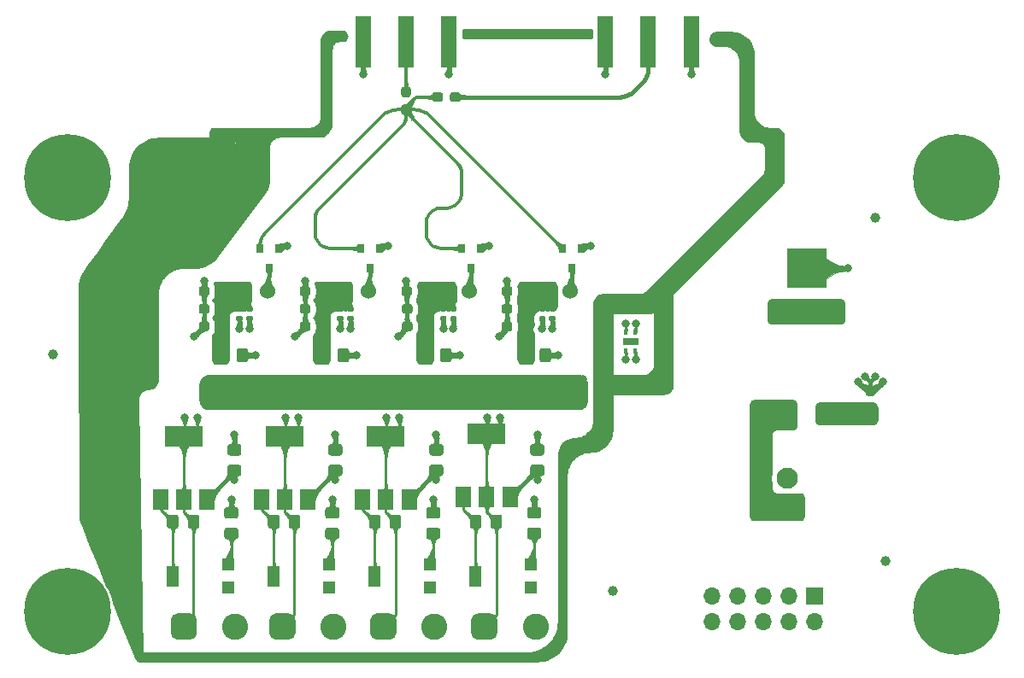
<source format=gbr>
G04 #@! TF.GenerationSoftware,KiCad,Pcbnew,5.1.6-c6e7f7d~87~ubuntu18.04.1*
G04 #@! TF.CreationDate,2021-01-06T16:55:31+00:00*
G04 #@! TF.ProjectId,multi-smtpa_linear,6d756c74-692d-4736-9d74-70615f6c696e,rev?*
G04 #@! TF.SameCoordinates,Original*
G04 #@! TF.FileFunction,Copper,L1,Top*
G04 #@! TF.FilePolarity,Positive*
%FSLAX46Y46*%
G04 Gerber Fmt 4.6, Leading zero omitted, Abs format (unit mm)*
G04 Created by KiCad (PCBNEW 5.1.6-c6e7f7d~87~ubuntu18.04.1) date 2021-01-06 16:55:31*
%MOMM*%
%LPD*%
G01*
G04 APERTURE LIST*
G04 #@! TA.AperFunction,SMDPad,CuDef*
%ADD10R,1.500000X2.000000*%
G04 #@! TD*
G04 #@! TA.AperFunction,SMDPad,CuDef*
%ADD11R,3.800000X2.000000*%
G04 #@! TD*
G04 #@! TA.AperFunction,ComponentPad*
%ADD12C,1.524000*%
G04 #@! TD*
G04 #@! TA.AperFunction,ComponentPad*
%ADD13O,1.700000X1.700000*%
G04 #@! TD*
G04 #@! TA.AperFunction,ComponentPad*
%ADD14R,1.700000X1.700000*%
G04 #@! TD*
G04 #@! TA.AperFunction,SMDPad,CuDef*
%ADD15C,1.000000*%
G04 #@! TD*
G04 #@! TA.AperFunction,SMDPad,CuDef*
%ADD16R,0.400000X0.600000*%
G04 #@! TD*
G04 #@! TA.AperFunction,SMDPad,CuDef*
%ADD17R,1.600000X0.700000*%
G04 #@! TD*
G04 #@! TA.AperFunction,ComponentPad*
%ADD18O,1.600000X1.600000*%
G04 #@! TD*
G04 #@! TA.AperFunction,ComponentPad*
%ADD19C,1.600000*%
G04 #@! TD*
G04 #@! TA.AperFunction,ComponentPad*
%ADD20C,2.600000*%
G04 #@! TD*
G04 #@! TA.AperFunction,SMDPad,CuDef*
%ADD21R,1.300000X1.300000*%
G04 #@! TD*
G04 #@! TA.AperFunction,SMDPad,CuDef*
%ADD22R,1.300000X2.000000*%
G04 #@! TD*
G04 #@! TA.AperFunction,SMDPad,CuDef*
%ADD23R,1.500000X5.080000*%
G04 #@! TD*
G04 #@! TA.AperFunction,SMDPad,CuDef*
%ADD24R,4.000000X4.000000*%
G04 #@! TD*
G04 #@! TA.AperFunction,ComponentPad*
%ADD25C,0.900000*%
G04 #@! TD*
G04 #@! TA.AperFunction,ComponentPad*
%ADD26C,8.600000*%
G04 #@! TD*
G04 #@! TA.AperFunction,SMDPad,CuDef*
%ADD27R,0.800000X0.900000*%
G04 #@! TD*
G04 #@! TA.AperFunction,ComponentPad*
%ADD28C,2.100000*%
G04 #@! TD*
G04 #@! TA.AperFunction,ComponentPad*
%ADD29R,2.100000X2.100000*%
G04 #@! TD*
G04 #@! TA.AperFunction,ComponentPad*
%ADD30O,1.800000X1.800000*%
G04 #@! TD*
G04 #@! TA.AperFunction,ComponentPad*
%ADD31R,1.800000X1.800000*%
G04 #@! TD*
G04 #@! TA.AperFunction,ViaPad*
%ADD32C,0.800000*%
G04 #@! TD*
G04 #@! TA.AperFunction,Conductor*
%ADD33C,0.450000*%
G04 #@! TD*
G04 #@! TA.AperFunction,Conductor*
%ADD34C,0.350000*%
G04 #@! TD*
G04 #@! TA.AperFunction,Conductor*
%ADD35C,0.250000*%
G04 #@! TD*
G04 #@! TA.AperFunction,Conductor*
%ADD36C,0.254000*%
G04 #@! TD*
G04 #@! TA.AperFunction,Conductor*
%ADD37C,0.025400*%
G04 #@! TD*
G04 APERTURE END LIST*
D10*
X145200000Y-87650000D03*
X149800000Y-87650000D03*
X147500000Y-87650000D03*
D11*
X147500000Y-81350000D03*
D10*
X135200000Y-87900000D03*
X139800000Y-87900000D03*
X137500000Y-87900000D03*
D11*
X137500000Y-81600000D03*
D10*
X125200000Y-87900000D03*
X129800000Y-87900000D03*
X127500000Y-87900000D03*
D11*
X127500000Y-81600000D03*
D10*
X115200000Y-87900000D03*
X119800000Y-87900000D03*
X117500000Y-87900000D03*
D11*
X117500000Y-81600000D03*
G04 #@! TA.AperFunction,SMDPad,CuDef*
G36*
G01*
X185262500Y-78350000D02*
X185737500Y-78350000D01*
G75*
G02*
X185975000Y-78587500I0J-237500D01*
G01*
X185975000Y-79162500D01*
G75*
G02*
X185737500Y-79400000I-237500J0D01*
G01*
X185262500Y-79400000D01*
G75*
G02*
X185025000Y-79162500I0J237500D01*
G01*
X185025000Y-78587500D01*
G75*
G02*
X185262500Y-78350000I237500J0D01*
G01*
G37*
G04 #@! TD.AperFunction*
G04 #@! TA.AperFunction,SMDPad,CuDef*
G36*
G01*
X185262500Y-76600000D02*
X185737500Y-76600000D01*
G75*
G02*
X185975000Y-76837500I0J-237500D01*
G01*
X185975000Y-77412500D01*
G75*
G02*
X185737500Y-77650000I-237500J0D01*
G01*
X185262500Y-77650000D01*
G75*
G02*
X185025000Y-77412500I0J237500D01*
G01*
X185025000Y-76837500D01*
G75*
G02*
X185262500Y-76600000I237500J0D01*
G01*
G37*
G04 #@! TD.AperFunction*
D12*
X155790000Y-67250000D03*
X153250000Y-67250000D03*
X155790000Y-77250000D03*
X153250000Y-77250000D03*
X150710000Y-77250000D03*
X145790000Y-67250000D03*
X143250000Y-67250000D03*
X145790000Y-77250000D03*
X143250000Y-77250000D03*
X140710000Y-77250000D03*
X135790000Y-67250000D03*
X133250000Y-67250000D03*
X135790000Y-77250000D03*
X133250000Y-77250000D03*
X130710000Y-77250000D03*
X125790000Y-67250000D03*
X123250000Y-67250000D03*
X125790000Y-77250000D03*
X123250000Y-77250000D03*
X120710000Y-77250000D03*
G04 #@! TA.AperFunction,SMDPad,CuDef*
G36*
G01*
X143150000Y-47762500D02*
X143150000Y-48237500D01*
G75*
G02*
X142912500Y-48475000I-237500J0D01*
G01*
X142337500Y-48475000D01*
G75*
G02*
X142100000Y-48237500I0J237500D01*
G01*
X142100000Y-47762500D01*
G75*
G02*
X142337500Y-47525000I237500J0D01*
G01*
X142912500Y-47525000D01*
G75*
G02*
X143150000Y-47762500I0J-237500D01*
G01*
G37*
G04 #@! TD.AperFunction*
G04 #@! TA.AperFunction,SMDPad,CuDef*
G36*
G01*
X144900000Y-47762500D02*
X144900000Y-48237500D01*
G75*
G02*
X144662500Y-48475000I-237500J0D01*
G01*
X144087500Y-48475000D01*
G75*
G02*
X143850000Y-48237500I0J237500D01*
G01*
X143850000Y-47762500D01*
G75*
G02*
X144087500Y-47525000I237500J0D01*
G01*
X144662500Y-47525000D01*
G75*
G02*
X144900000Y-47762500I0J-237500D01*
G01*
G37*
G04 #@! TD.AperFunction*
D13*
X169840000Y-100000000D03*
X169840000Y-97460000D03*
X172380000Y-100000000D03*
X172380000Y-97460000D03*
X174920000Y-100000000D03*
X174920000Y-97460000D03*
X177460000Y-100000000D03*
X177460000Y-97460000D03*
X180000000Y-100000000D03*
D14*
X180000000Y-97460000D03*
D15*
X104500000Y-73550000D03*
X186000000Y-60000000D03*
X160000000Y-97000000D03*
X187000000Y-94000000D03*
D16*
X162225000Y-71300000D03*
X161275000Y-73200000D03*
X162225000Y-73200000D03*
X161275000Y-71300000D03*
D17*
X161750000Y-72250000D03*
D18*
X176750000Y-79410000D03*
D19*
X176750000Y-69250000D03*
G04 #@! TA.AperFunction,ComponentPad*
G36*
G01*
X145950000Y-101150000D02*
X145950000Y-99850000D01*
G75*
G02*
X146600000Y-99200000I650000J0D01*
G01*
X147900000Y-99200000D01*
G75*
G02*
X148550000Y-99850000I0J-650000D01*
G01*
X148550000Y-101150000D01*
G75*
G02*
X147900000Y-101800000I-650000J0D01*
G01*
X146600000Y-101800000D01*
G75*
G02*
X145950000Y-101150000I0J650000D01*
G01*
G37*
G04 #@! TD.AperFunction*
D20*
X152330000Y-100500000D03*
G04 #@! TA.AperFunction,ComponentPad*
G36*
G01*
X135950000Y-101150000D02*
X135950000Y-99850000D01*
G75*
G02*
X136600000Y-99200000I650000J0D01*
G01*
X137900000Y-99200000D01*
G75*
G02*
X138550000Y-99850000I0J-650000D01*
G01*
X138550000Y-101150000D01*
G75*
G02*
X137900000Y-101800000I-650000J0D01*
G01*
X136600000Y-101800000D01*
G75*
G02*
X135950000Y-101150000I0J650000D01*
G01*
G37*
G04 #@! TD.AperFunction*
X142330000Y-100500000D03*
G04 #@! TA.AperFunction,ComponentPad*
G36*
G01*
X125950000Y-101150000D02*
X125950000Y-99850000D01*
G75*
G02*
X126600000Y-99200000I650000J0D01*
G01*
X127900000Y-99200000D01*
G75*
G02*
X128550000Y-99850000I0J-650000D01*
G01*
X128550000Y-101150000D01*
G75*
G02*
X127900000Y-101800000I-650000J0D01*
G01*
X126600000Y-101800000D01*
G75*
G02*
X125950000Y-101150000I0J650000D01*
G01*
G37*
G04 #@! TD.AperFunction*
X132330000Y-100500000D03*
G04 #@! TA.AperFunction,ComponentPad*
G36*
G01*
X116200000Y-101150000D02*
X116200000Y-99850000D01*
G75*
G02*
X116850000Y-99200000I650000J0D01*
G01*
X118150000Y-99200000D01*
G75*
G02*
X118800000Y-99850000I0J-650000D01*
G01*
X118800000Y-101150000D01*
G75*
G02*
X118150000Y-101800000I-650000J0D01*
G01*
X116850000Y-101800000D01*
G75*
G02*
X116200000Y-101150000I0J650000D01*
G01*
G37*
G04 #@! TD.AperFunction*
X122580000Y-100500000D03*
D21*
X151900000Y-94350000D03*
D22*
X146400000Y-95500000D03*
D21*
X151900000Y-96650000D03*
G04 #@! TA.AperFunction,SMDPad,CuDef*
G36*
G01*
X152950001Y-85600000D02*
X152049999Y-85600000D01*
G75*
G02*
X151800000Y-85350001I0J249999D01*
G01*
X151800000Y-84699999D01*
G75*
G02*
X152049999Y-84450000I249999J0D01*
G01*
X152950001Y-84450000D01*
G75*
G02*
X153200000Y-84699999I0J-249999D01*
G01*
X153200000Y-85350001D01*
G75*
G02*
X152950001Y-85600000I-249999J0D01*
G01*
G37*
G04 #@! TD.AperFunction*
G04 #@! TA.AperFunction,SMDPad,CuDef*
G36*
G01*
X152950001Y-83550000D02*
X152049999Y-83550000D01*
G75*
G02*
X151800000Y-83300001I0J249999D01*
G01*
X151800000Y-82649999D01*
G75*
G02*
X152049999Y-82400000I249999J0D01*
G01*
X152950001Y-82400000D01*
G75*
G02*
X153200000Y-82649999I0J-249999D01*
G01*
X153200000Y-83300001D01*
G75*
G02*
X152950001Y-83550000I-249999J0D01*
G01*
G37*
G04 #@! TD.AperFunction*
G04 #@! TA.AperFunction,SMDPad,CuDef*
G36*
G01*
X145825000Y-90550001D02*
X145825000Y-89649999D01*
G75*
G02*
X146074999Y-89400000I249999J0D01*
G01*
X146725001Y-89400000D01*
G75*
G02*
X146975000Y-89649999I0J-249999D01*
G01*
X146975000Y-90550001D01*
G75*
G02*
X146725001Y-90800000I-249999J0D01*
G01*
X146074999Y-90800000D01*
G75*
G02*
X145825000Y-90550001I0J249999D01*
G01*
G37*
G04 #@! TD.AperFunction*
G04 #@! TA.AperFunction,SMDPad,CuDef*
G36*
G01*
X147875000Y-90550001D02*
X147875000Y-89649999D01*
G75*
G02*
X148124999Y-89400000I249999J0D01*
G01*
X148775001Y-89400000D01*
G75*
G02*
X149025000Y-89649999I0J-249999D01*
G01*
X149025000Y-90550001D01*
G75*
G02*
X148775001Y-90800000I-249999J0D01*
G01*
X148124999Y-90800000D01*
G75*
G02*
X147875000Y-90550001I0J249999D01*
G01*
G37*
G04 #@! TD.AperFunction*
G04 #@! TA.AperFunction,SMDPad,CuDef*
G36*
G01*
X152650001Y-91850000D02*
X151749999Y-91850000D01*
G75*
G02*
X151500000Y-91600001I0J249999D01*
G01*
X151500000Y-90949999D01*
G75*
G02*
X151749999Y-90700000I249999J0D01*
G01*
X152650001Y-90700000D01*
G75*
G02*
X152900000Y-90949999I0J-249999D01*
G01*
X152900000Y-91600001D01*
G75*
G02*
X152650001Y-91850000I-249999J0D01*
G01*
G37*
G04 #@! TD.AperFunction*
G04 #@! TA.AperFunction,SMDPad,CuDef*
G36*
G01*
X152650001Y-89800000D02*
X151749999Y-89800000D01*
G75*
G02*
X151500000Y-89550001I0J249999D01*
G01*
X151500000Y-88899999D01*
G75*
G02*
X151749999Y-88650000I249999J0D01*
G01*
X152650001Y-88650000D01*
G75*
G02*
X152900000Y-88899999I0J-249999D01*
G01*
X152900000Y-89550001D01*
G75*
G02*
X152650001Y-89800000I-249999J0D01*
G01*
G37*
G04 #@! TD.AperFunction*
X141900000Y-94350000D03*
D22*
X136400000Y-95500000D03*
D21*
X141900000Y-96650000D03*
G04 #@! TA.AperFunction,SMDPad,CuDef*
G36*
G01*
X142950001Y-85600000D02*
X142049999Y-85600000D01*
G75*
G02*
X141800000Y-85350001I0J249999D01*
G01*
X141800000Y-84699999D01*
G75*
G02*
X142049999Y-84450000I249999J0D01*
G01*
X142950001Y-84450000D01*
G75*
G02*
X143200000Y-84699999I0J-249999D01*
G01*
X143200000Y-85350001D01*
G75*
G02*
X142950001Y-85600000I-249999J0D01*
G01*
G37*
G04 #@! TD.AperFunction*
G04 #@! TA.AperFunction,SMDPad,CuDef*
G36*
G01*
X142950001Y-83550000D02*
X142049999Y-83550000D01*
G75*
G02*
X141800000Y-83300001I0J249999D01*
G01*
X141800000Y-82649999D01*
G75*
G02*
X142049999Y-82400000I249999J0D01*
G01*
X142950001Y-82400000D01*
G75*
G02*
X143200000Y-82649999I0J-249999D01*
G01*
X143200000Y-83300001D01*
G75*
G02*
X142950001Y-83550000I-249999J0D01*
G01*
G37*
G04 #@! TD.AperFunction*
G04 #@! TA.AperFunction,SMDPad,CuDef*
G36*
G01*
X135825000Y-90550001D02*
X135825000Y-89649999D01*
G75*
G02*
X136074999Y-89400000I249999J0D01*
G01*
X136725001Y-89400000D01*
G75*
G02*
X136975000Y-89649999I0J-249999D01*
G01*
X136975000Y-90550001D01*
G75*
G02*
X136725001Y-90800000I-249999J0D01*
G01*
X136074999Y-90800000D01*
G75*
G02*
X135825000Y-90550001I0J249999D01*
G01*
G37*
G04 #@! TD.AperFunction*
G04 #@! TA.AperFunction,SMDPad,CuDef*
G36*
G01*
X137875000Y-90550001D02*
X137875000Y-89649999D01*
G75*
G02*
X138124999Y-89400000I249999J0D01*
G01*
X138775001Y-89400000D01*
G75*
G02*
X139025000Y-89649999I0J-249999D01*
G01*
X139025000Y-90550001D01*
G75*
G02*
X138775001Y-90800000I-249999J0D01*
G01*
X138124999Y-90800000D01*
G75*
G02*
X137875000Y-90550001I0J249999D01*
G01*
G37*
G04 #@! TD.AperFunction*
G04 #@! TA.AperFunction,SMDPad,CuDef*
G36*
G01*
X142650001Y-91850000D02*
X141749999Y-91850000D01*
G75*
G02*
X141500000Y-91600001I0J249999D01*
G01*
X141500000Y-90949999D01*
G75*
G02*
X141749999Y-90700000I249999J0D01*
G01*
X142650001Y-90700000D01*
G75*
G02*
X142900000Y-90949999I0J-249999D01*
G01*
X142900000Y-91600001D01*
G75*
G02*
X142650001Y-91850000I-249999J0D01*
G01*
G37*
G04 #@! TD.AperFunction*
G04 #@! TA.AperFunction,SMDPad,CuDef*
G36*
G01*
X142650001Y-89800000D02*
X141749999Y-89800000D01*
G75*
G02*
X141500000Y-89550001I0J249999D01*
G01*
X141500000Y-88899999D01*
G75*
G02*
X141749999Y-88650000I249999J0D01*
G01*
X142650001Y-88650000D01*
G75*
G02*
X142900000Y-88899999I0J-249999D01*
G01*
X142900000Y-89550001D01*
G75*
G02*
X142650001Y-89800000I-249999J0D01*
G01*
G37*
G04 #@! TD.AperFunction*
X131900000Y-94350000D03*
D22*
X126400000Y-95500000D03*
D21*
X131900000Y-96650000D03*
G04 #@! TA.AperFunction,SMDPad,CuDef*
G36*
G01*
X132950001Y-85600000D02*
X132049999Y-85600000D01*
G75*
G02*
X131800000Y-85350001I0J249999D01*
G01*
X131800000Y-84699999D01*
G75*
G02*
X132049999Y-84450000I249999J0D01*
G01*
X132950001Y-84450000D01*
G75*
G02*
X133200000Y-84699999I0J-249999D01*
G01*
X133200000Y-85350001D01*
G75*
G02*
X132950001Y-85600000I-249999J0D01*
G01*
G37*
G04 #@! TD.AperFunction*
G04 #@! TA.AperFunction,SMDPad,CuDef*
G36*
G01*
X132950001Y-83550000D02*
X132049999Y-83550000D01*
G75*
G02*
X131800000Y-83300001I0J249999D01*
G01*
X131800000Y-82649999D01*
G75*
G02*
X132049999Y-82400000I249999J0D01*
G01*
X132950001Y-82400000D01*
G75*
G02*
X133200000Y-82649999I0J-249999D01*
G01*
X133200000Y-83300001D01*
G75*
G02*
X132950001Y-83550000I-249999J0D01*
G01*
G37*
G04 #@! TD.AperFunction*
G04 #@! TA.AperFunction,SMDPad,CuDef*
G36*
G01*
X125825000Y-90550001D02*
X125825000Y-89649999D01*
G75*
G02*
X126074999Y-89400000I249999J0D01*
G01*
X126725001Y-89400000D01*
G75*
G02*
X126975000Y-89649999I0J-249999D01*
G01*
X126975000Y-90550001D01*
G75*
G02*
X126725001Y-90800000I-249999J0D01*
G01*
X126074999Y-90800000D01*
G75*
G02*
X125825000Y-90550001I0J249999D01*
G01*
G37*
G04 #@! TD.AperFunction*
G04 #@! TA.AperFunction,SMDPad,CuDef*
G36*
G01*
X127875000Y-90550001D02*
X127875000Y-89649999D01*
G75*
G02*
X128124999Y-89400000I249999J0D01*
G01*
X128775001Y-89400000D01*
G75*
G02*
X129025000Y-89649999I0J-249999D01*
G01*
X129025000Y-90550001D01*
G75*
G02*
X128775001Y-90800000I-249999J0D01*
G01*
X128124999Y-90800000D01*
G75*
G02*
X127875000Y-90550001I0J249999D01*
G01*
G37*
G04 #@! TD.AperFunction*
G04 #@! TA.AperFunction,SMDPad,CuDef*
G36*
G01*
X132650001Y-91850000D02*
X131749999Y-91850000D01*
G75*
G02*
X131500000Y-91600001I0J249999D01*
G01*
X131500000Y-90949999D01*
G75*
G02*
X131749999Y-90700000I249999J0D01*
G01*
X132650001Y-90700000D01*
G75*
G02*
X132900000Y-90949999I0J-249999D01*
G01*
X132900000Y-91600001D01*
G75*
G02*
X132650001Y-91850000I-249999J0D01*
G01*
G37*
G04 #@! TD.AperFunction*
G04 #@! TA.AperFunction,SMDPad,CuDef*
G36*
G01*
X132650001Y-89800000D02*
X131749999Y-89800000D01*
G75*
G02*
X131500000Y-89550001I0J249999D01*
G01*
X131500000Y-88899999D01*
G75*
G02*
X131749999Y-88650000I249999J0D01*
G01*
X132650001Y-88650000D01*
G75*
G02*
X132900000Y-88899999I0J-249999D01*
G01*
X132900000Y-89550001D01*
G75*
G02*
X132650001Y-89800000I-249999J0D01*
G01*
G37*
G04 #@! TD.AperFunction*
G04 #@! TA.AperFunction,SMDPad,CuDef*
G36*
G01*
X122650001Y-89800000D02*
X121749999Y-89800000D01*
G75*
G02*
X121500000Y-89550001I0J249999D01*
G01*
X121500000Y-88899999D01*
G75*
G02*
X121749999Y-88650000I249999J0D01*
G01*
X122650001Y-88650000D01*
G75*
G02*
X122900000Y-88899999I0J-249999D01*
G01*
X122900000Y-89550001D01*
G75*
G02*
X122650001Y-89800000I-249999J0D01*
G01*
G37*
G04 #@! TD.AperFunction*
G04 #@! TA.AperFunction,SMDPad,CuDef*
G36*
G01*
X122650001Y-91850000D02*
X121749999Y-91850000D01*
G75*
G02*
X121500000Y-91600001I0J249999D01*
G01*
X121500000Y-90949999D01*
G75*
G02*
X121749999Y-90700000I249999J0D01*
G01*
X122650001Y-90700000D01*
G75*
G02*
X122900000Y-90949999I0J-249999D01*
G01*
X122900000Y-91600001D01*
G75*
G02*
X122650001Y-91850000I-249999J0D01*
G01*
G37*
G04 #@! TD.AperFunction*
G04 #@! TA.AperFunction,SMDPad,CuDef*
G36*
G01*
X150675000Y-74050001D02*
X150675000Y-73149999D01*
G75*
G02*
X150924999Y-72900000I249999J0D01*
G01*
X151575001Y-72900000D01*
G75*
G02*
X151825000Y-73149999I0J-249999D01*
G01*
X151825000Y-74050001D01*
G75*
G02*
X151575001Y-74300000I-249999J0D01*
G01*
X150924999Y-74300000D01*
G75*
G02*
X150675000Y-74050001I0J249999D01*
G01*
G37*
G04 #@! TD.AperFunction*
G04 #@! TA.AperFunction,SMDPad,CuDef*
G36*
G01*
X152725000Y-74050001D02*
X152725000Y-73149999D01*
G75*
G02*
X152974999Y-72900000I249999J0D01*
G01*
X153625001Y-72900000D01*
G75*
G02*
X153875000Y-73149999I0J-249999D01*
G01*
X153875000Y-74050001D01*
G75*
G02*
X153625001Y-74300000I-249999J0D01*
G01*
X152974999Y-74300000D01*
G75*
G02*
X152725000Y-74050001I0J249999D01*
G01*
G37*
G04 #@! TD.AperFunction*
G04 #@! TA.AperFunction,SMDPad,CuDef*
G36*
G01*
X140800000Y-74050001D02*
X140800000Y-73149999D01*
G75*
G02*
X141049999Y-72900000I249999J0D01*
G01*
X141700001Y-72900000D01*
G75*
G02*
X141950000Y-73149999I0J-249999D01*
G01*
X141950000Y-74050001D01*
G75*
G02*
X141700001Y-74300000I-249999J0D01*
G01*
X141049999Y-74300000D01*
G75*
G02*
X140800000Y-74050001I0J249999D01*
G01*
G37*
G04 #@! TD.AperFunction*
G04 #@! TA.AperFunction,SMDPad,CuDef*
G36*
G01*
X142850000Y-74050001D02*
X142850000Y-73149999D01*
G75*
G02*
X143099999Y-72900000I249999J0D01*
G01*
X143750001Y-72900000D01*
G75*
G02*
X144000000Y-73149999I0J-249999D01*
G01*
X144000000Y-74050001D01*
G75*
G02*
X143750001Y-74300000I-249999J0D01*
G01*
X143099999Y-74300000D01*
G75*
G02*
X142850000Y-74050001I0J249999D01*
G01*
G37*
G04 #@! TD.AperFunction*
G04 #@! TA.AperFunction,SMDPad,CuDef*
G36*
G01*
X130675000Y-74050001D02*
X130675000Y-73149999D01*
G75*
G02*
X130924999Y-72900000I249999J0D01*
G01*
X131575001Y-72900000D01*
G75*
G02*
X131825000Y-73149999I0J-249999D01*
G01*
X131825000Y-74050001D01*
G75*
G02*
X131575001Y-74300000I-249999J0D01*
G01*
X130924999Y-74300000D01*
G75*
G02*
X130675000Y-74050001I0J249999D01*
G01*
G37*
G04 #@! TD.AperFunction*
G04 #@! TA.AperFunction,SMDPad,CuDef*
G36*
G01*
X132725000Y-74050001D02*
X132725000Y-73149999D01*
G75*
G02*
X132974999Y-72900000I249999J0D01*
G01*
X133625001Y-72900000D01*
G75*
G02*
X133875000Y-73149999I0J-249999D01*
G01*
X133875000Y-74050001D01*
G75*
G02*
X133625001Y-74300000I-249999J0D01*
G01*
X132974999Y-74300000D01*
G75*
G02*
X132725000Y-74050001I0J249999D01*
G01*
G37*
G04 #@! TD.AperFunction*
D23*
X167750000Y-42500000D03*
X159250000Y-42500000D03*
X163500000Y-42500000D03*
G04 #@! TA.AperFunction,SMDPad,CuDef*
G36*
G01*
X144027500Y-68705000D02*
X144372500Y-68705000D01*
G75*
G02*
X144520000Y-68852500I0J-147500D01*
G01*
X144520000Y-69147500D01*
G75*
G02*
X144372500Y-69295000I-147500J0D01*
G01*
X144027500Y-69295000D01*
G75*
G02*
X143880000Y-69147500I0J147500D01*
G01*
X143880000Y-68852500D01*
G75*
G02*
X144027500Y-68705000I147500J0D01*
G01*
G37*
G04 #@! TD.AperFunction*
G04 #@! TA.AperFunction,SMDPad,CuDef*
G36*
G01*
X144027500Y-69675000D02*
X144372500Y-69675000D01*
G75*
G02*
X144520000Y-69822500I0J-147500D01*
G01*
X144520000Y-70117500D01*
G75*
G02*
X144372500Y-70265000I-147500J0D01*
G01*
X144027500Y-70265000D01*
G75*
G02*
X143880000Y-70117500I0J147500D01*
G01*
X143880000Y-69822500D01*
G75*
G02*
X144027500Y-69675000I147500J0D01*
G01*
G37*
G04 #@! TD.AperFunction*
G04 #@! TA.AperFunction,SMDPad,CuDef*
G36*
G01*
X123827500Y-68705000D02*
X124172500Y-68705000D01*
G75*
G02*
X124320000Y-68852500I0J-147500D01*
G01*
X124320000Y-69147500D01*
G75*
G02*
X124172500Y-69295000I-147500J0D01*
G01*
X123827500Y-69295000D01*
G75*
G02*
X123680000Y-69147500I0J147500D01*
G01*
X123680000Y-68852500D01*
G75*
G02*
X123827500Y-68705000I147500J0D01*
G01*
G37*
G04 #@! TD.AperFunction*
G04 #@! TA.AperFunction,SMDPad,CuDef*
G36*
G01*
X123827500Y-69675000D02*
X124172500Y-69675000D01*
G75*
G02*
X124320000Y-69822500I0J-147500D01*
G01*
X124320000Y-70117500D01*
G75*
G02*
X124172500Y-70265000I-147500J0D01*
G01*
X123827500Y-70265000D01*
G75*
G02*
X123680000Y-70117500I0J147500D01*
G01*
X123680000Y-69822500D01*
G75*
G02*
X123827500Y-69675000I147500J0D01*
G01*
G37*
G04 #@! TD.AperFunction*
G04 #@! TA.AperFunction,SMDPad,CuDef*
G36*
G01*
X153827500Y-68705000D02*
X154172500Y-68705000D01*
G75*
G02*
X154320000Y-68852500I0J-147500D01*
G01*
X154320000Y-69147500D01*
G75*
G02*
X154172500Y-69295000I-147500J0D01*
G01*
X153827500Y-69295000D01*
G75*
G02*
X153680000Y-69147500I0J147500D01*
G01*
X153680000Y-68852500D01*
G75*
G02*
X153827500Y-68705000I147500J0D01*
G01*
G37*
G04 #@! TD.AperFunction*
G04 #@! TA.AperFunction,SMDPad,CuDef*
G36*
G01*
X153827500Y-69675000D02*
X154172500Y-69675000D01*
G75*
G02*
X154320000Y-69822500I0J-147500D01*
G01*
X154320000Y-70117500D01*
G75*
G02*
X154172500Y-70265000I-147500J0D01*
G01*
X153827500Y-70265000D01*
G75*
G02*
X153680000Y-70117500I0J147500D01*
G01*
X153680000Y-69822500D01*
G75*
G02*
X153827500Y-69675000I147500J0D01*
G01*
G37*
G04 #@! TD.AperFunction*
G04 #@! TA.AperFunction,SMDPad,CuDef*
G36*
G01*
X133827500Y-68705000D02*
X134172500Y-68705000D01*
G75*
G02*
X134320000Y-68852500I0J-147500D01*
G01*
X134320000Y-69147500D01*
G75*
G02*
X134172500Y-69295000I-147500J0D01*
G01*
X133827500Y-69295000D01*
G75*
G02*
X133680000Y-69147500I0J147500D01*
G01*
X133680000Y-68852500D01*
G75*
G02*
X133827500Y-68705000I147500J0D01*
G01*
G37*
G04 #@! TD.AperFunction*
G04 #@! TA.AperFunction,SMDPad,CuDef*
G36*
G01*
X133827500Y-69675000D02*
X134172500Y-69675000D01*
G75*
G02*
X134320000Y-69822500I0J-147500D01*
G01*
X134320000Y-70117500D01*
G75*
G02*
X134172500Y-70265000I-147500J0D01*
G01*
X133827500Y-70265000D01*
G75*
G02*
X133680000Y-70117500I0J147500D01*
G01*
X133680000Y-69822500D01*
G75*
G02*
X133827500Y-69675000I147500J0D01*
G01*
G37*
G04 #@! TD.AperFunction*
G04 #@! TA.AperFunction,SMDPad,CuDef*
G36*
G01*
X143027500Y-68705000D02*
X143372500Y-68705000D01*
G75*
G02*
X143520000Y-68852500I0J-147500D01*
G01*
X143520000Y-69147500D01*
G75*
G02*
X143372500Y-69295000I-147500J0D01*
G01*
X143027500Y-69295000D01*
G75*
G02*
X142880000Y-69147500I0J147500D01*
G01*
X142880000Y-68852500D01*
G75*
G02*
X143027500Y-68705000I147500J0D01*
G01*
G37*
G04 #@! TD.AperFunction*
G04 #@! TA.AperFunction,SMDPad,CuDef*
G36*
G01*
X143027500Y-69675000D02*
X143372500Y-69675000D01*
G75*
G02*
X143520000Y-69822500I0J-147500D01*
G01*
X143520000Y-70117500D01*
G75*
G02*
X143372500Y-70265000I-147500J0D01*
G01*
X143027500Y-70265000D01*
G75*
G02*
X142880000Y-70117500I0J147500D01*
G01*
X142880000Y-69822500D01*
G75*
G02*
X143027500Y-69675000I147500J0D01*
G01*
G37*
G04 #@! TD.AperFunction*
G04 #@! TA.AperFunction,SMDPad,CuDef*
G36*
G01*
X122827500Y-68720000D02*
X123172500Y-68720000D01*
G75*
G02*
X123320000Y-68867500I0J-147500D01*
G01*
X123320000Y-69162500D01*
G75*
G02*
X123172500Y-69310000I-147500J0D01*
G01*
X122827500Y-69310000D01*
G75*
G02*
X122680000Y-69162500I0J147500D01*
G01*
X122680000Y-68867500D01*
G75*
G02*
X122827500Y-68720000I147500J0D01*
G01*
G37*
G04 #@! TD.AperFunction*
G04 #@! TA.AperFunction,SMDPad,CuDef*
G36*
G01*
X122827500Y-69690000D02*
X123172500Y-69690000D01*
G75*
G02*
X123320000Y-69837500I0J-147500D01*
G01*
X123320000Y-70132500D01*
G75*
G02*
X123172500Y-70280000I-147500J0D01*
G01*
X122827500Y-70280000D01*
G75*
G02*
X122680000Y-70132500I0J147500D01*
G01*
X122680000Y-69837500D01*
G75*
G02*
X122827500Y-69690000I147500J0D01*
G01*
G37*
G04 #@! TD.AperFunction*
G04 #@! TA.AperFunction,SMDPad,CuDef*
G36*
G01*
X152827500Y-68705000D02*
X153172500Y-68705000D01*
G75*
G02*
X153320000Y-68852500I0J-147500D01*
G01*
X153320000Y-69147500D01*
G75*
G02*
X153172500Y-69295000I-147500J0D01*
G01*
X152827500Y-69295000D01*
G75*
G02*
X152680000Y-69147500I0J147500D01*
G01*
X152680000Y-68852500D01*
G75*
G02*
X152827500Y-68705000I147500J0D01*
G01*
G37*
G04 #@! TD.AperFunction*
G04 #@! TA.AperFunction,SMDPad,CuDef*
G36*
G01*
X152827500Y-69675000D02*
X153172500Y-69675000D01*
G75*
G02*
X153320000Y-69822500I0J-147500D01*
G01*
X153320000Y-70117500D01*
G75*
G02*
X153172500Y-70265000I-147500J0D01*
G01*
X152827500Y-70265000D01*
G75*
G02*
X152680000Y-70117500I0J147500D01*
G01*
X152680000Y-69822500D01*
G75*
G02*
X152827500Y-69675000I147500J0D01*
G01*
G37*
G04 #@! TD.AperFunction*
G04 #@! TA.AperFunction,SMDPad,CuDef*
G36*
G01*
X132827500Y-68705000D02*
X133172500Y-68705000D01*
G75*
G02*
X133320000Y-68852500I0J-147500D01*
G01*
X133320000Y-69147500D01*
G75*
G02*
X133172500Y-69295000I-147500J0D01*
G01*
X132827500Y-69295000D01*
G75*
G02*
X132680000Y-69147500I0J147500D01*
G01*
X132680000Y-68852500D01*
G75*
G02*
X132827500Y-68705000I147500J0D01*
G01*
G37*
G04 #@! TD.AperFunction*
G04 #@! TA.AperFunction,SMDPad,CuDef*
G36*
G01*
X132827500Y-69675000D02*
X133172500Y-69675000D01*
G75*
G02*
X133320000Y-69822500I0J-147500D01*
G01*
X133320000Y-70117500D01*
G75*
G02*
X133172500Y-70265000I-147500J0D01*
G01*
X132827500Y-70265000D01*
G75*
G02*
X132680000Y-70117500I0J147500D01*
G01*
X132680000Y-69822500D01*
G75*
G02*
X132827500Y-69675000I147500J0D01*
G01*
G37*
G04 #@! TD.AperFunction*
D21*
X121900000Y-96650000D03*
D22*
X116400000Y-95500000D03*
D21*
X121900000Y-94350000D03*
D24*
X179250000Y-65000000D03*
D25*
X108280419Y-53719581D03*
X106000000Y-52775000D03*
X103719581Y-53719581D03*
X102775000Y-56000000D03*
X103719581Y-58280419D03*
X106000000Y-59225000D03*
X108280419Y-58280419D03*
X109225000Y-56000000D03*
D26*
X106000000Y-56000000D03*
D25*
X196280419Y-53719581D03*
X194000000Y-52775000D03*
X191719581Y-53719581D03*
X190775000Y-56000000D03*
X191719581Y-58280419D03*
X194000000Y-59225000D03*
X196280419Y-58280419D03*
X197225000Y-56000000D03*
D26*
X194000000Y-56000000D03*
D25*
X108280419Y-96719581D03*
X106000000Y-95775000D03*
X103719581Y-96719581D03*
X102775000Y-99000000D03*
X103719581Y-101280419D03*
X106000000Y-102225000D03*
X108280419Y-101280419D03*
X109225000Y-99000000D03*
D26*
X106000000Y-99000000D03*
D25*
X196280419Y-96719581D03*
X194000000Y-95775000D03*
X191719581Y-96719581D03*
X190775000Y-99000000D03*
X191719581Y-101280419D03*
X194000000Y-102225000D03*
X196280419Y-101280419D03*
X197225000Y-99000000D03*
D26*
X194000000Y-99000000D03*
G04 #@! TA.AperFunction,SMDPad,CuDef*
G36*
G01*
X120025000Y-67012500D02*
X120025000Y-67487500D01*
G75*
G02*
X119787500Y-67725000I-237500J0D01*
G01*
X119212500Y-67725000D01*
G75*
G02*
X118975000Y-67487500I0J237500D01*
G01*
X118975000Y-67012500D01*
G75*
G02*
X119212500Y-66775000I237500J0D01*
G01*
X119787500Y-66775000D01*
G75*
G02*
X120025000Y-67012500I0J-237500D01*
G01*
G37*
G04 #@! TD.AperFunction*
G04 #@! TA.AperFunction,SMDPad,CuDef*
G36*
G01*
X121775000Y-67012500D02*
X121775000Y-67487500D01*
G75*
G02*
X121537500Y-67725000I-237500J0D01*
G01*
X120962500Y-67725000D01*
G75*
G02*
X120725000Y-67487500I0J237500D01*
G01*
X120725000Y-67012500D01*
G75*
G02*
X120962500Y-66775000I237500J0D01*
G01*
X121537500Y-66775000D01*
G75*
G02*
X121775000Y-67012500I0J-237500D01*
G01*
G37*
G04 #@! TD.AperFunction*
G04 #@! TA.AperFunction,SMDPad,CuDef*
G36*
G01*
X150025000Y-67012500D02*
X150025000Y-67487500D01*
G75*
G02*
X149787500Y-67725000I-237500J0D01*
G01*
X149212500Y-67725000D01*
G75*
G02*
X148975000Y-67487500I0J237500D01*
G01*
X148975000Y-67012500D01*
G75*
G02*
X149212500Y-66775000I237500J0D01*
G01*
X149787500Y-66775000D01*
G75*
G02*
X150025000Y-67012500I0J-237500D01*
G01*
G37*
G04 #@! TD.AperFunction*
G04 #@! TA.AperFunction,SMDPad,CuDef*
G36*
G01*
X151775000Y-67012500D02*
X151775000Y-67487500D01*
G75*
G02*
X151537500Y-67725000I-237500J0D01*
G01*
X150962500Y-67725000D01*
G75*
G02*
X150725000Y-67487500I0J237500D01*
G01*
X150725000Y-67012500D01*
G75*
G02*
X150962500Y-66775000I237500J0D01*
G01*
X151537500Y-66775000D01*
G75*
G02*
X151775000Y-67012500I0J-237500D01*
G01*
G37*
G04 #@! TD.AperFunction*
G04 #@! TA.AperFunction,SMDPad,CuDef*
G36*
G01*
X120025000Y-68762500D02*
X120025000Y-69237500D01*
G75*
G02*
X119787500Y-69475000I-237500J0D01*
G01*
X119212500Y-69475000D01*
G75*
G02*
X118975000Y-69237500I0J237500D01*
G01*
X118975000Y-68762500D01*
G75*
G02*
X119212500Y-68525000I237500J0D01*
G01*
X119787500Y-68525000D01*
G75*
G02*
X120025000Y-68762500I0J-237500D01*
G01*
G37*
G04 #@! TD.AperFunction*
G04 #@! TA.AperFunction,SMDPad,CuDef*
G36*
G01*
X121775000Y-68762500D02*
X121775000Y-69237500D01*
G75*
G02*
X121537500Y-69475000I-237500J0D01*
G01*
X120962500Y-69475000D01*
G75*
G02*
X120725000Y-69237500I0J237500D01*
G01*
X120725000Y-68762500D01*
G75*
G02*
X120962500Y-68525000I237500J0D01*
G01*
X121537500Y-68525000D01*
G75*
G02*
X121775000Y-68762500I0J-237500D01*
G01*
G37*
G04 #@! TD.AperFunction*
G04 #@! TA.AperFunction,SMDPad,CuDef*
G36*
G01*
X150025000Y-68762500D02*
X150025000Y-69237500D01*
G75*
G02*
X149787500Y-69475000I-237500J0D01*
G01*
X149212500Y-69475000D01*
G75*
G02*
X148975000Y-69237500I0J237500D01*
G01*
X148975000Y-68762500D01*
G75*
G02*
X149212500Y-68525000I237500J0D01*
G01*
X149787500Y-68525000D01*
G75*
G02*
X150025000Y-68762500I0J-237500D01*
G01*
G37*
G04 #@! TD.AperFunction*
G04 #@! TA.AperFunction,SMDPad,CuDef*
G36*
G01*
X151775000Y-68762500D02*
X151775000Y-69237500D01*
G75*
G02*
X151537500Y-69475000I-237500J0D01*
G01*
X150962500Y-69475000D01*
G75*
G02*
X150725000Y-69237500I0J237500D01*
G01*
X150725000Y-68762500D01*
G75*
G02*
X150962500Y-68525000I237500J0D01*
G01*
X151537500Y-68525000D01*
G75*
G02*
X151775000Y-68762500I0J-237500D01*
G01*
G37*
G04 #@! TD.AperFunction*
G04 #@! TA.AperFunction,SMDPad,CuDef*
G36*
G01*
X120025000Y-70512500D02*
X120025000Y-70987500D01*
G75*
G02*
X119787500Y-71225000I-237500J0D01*
G01*
X119212500Y-71225000D01*
G75*
G02*
X118975000Y-70987500I0J237500D01*
G01*
X118975000Y-70512500D01*
G75*
G02*
X119212500Y-70275000I237500J0D01*
G01*
X119787500Y-70275000D01*
G75*
G02*
X120025000Y-70512500I0J-237500D01*
G01*
G37*
G04 #@! TD.AperFunction*
G04 #@! TA.AperFunction,SMDPad,CuDef*
G36*
G01*
X121775000Y-70512500D02*
X121775000Y-70987500D01*
G75*
G02*
X121537500Y-71225000I-237500J0D01*
G01*
X120962500Y-71225000D01*
G75*
G02*
X120725000Y-70987500I0J237500D01*
G01*
X120725000Y-70512500D01*
G75*
G02*
X120962500Y-70275000I237500J0D01*
G01*
X121537500Y-70275000D01*
G75*
G02*
X121775000Y-70512500I0J-237500D01*
G01*
G37*
G04 #@! TD.AperFunction*
G04 #@! TA.AperFunction,SMDPad,CuDef*
G36*
G01*
X150025000Y-70512500D02*
X150025000Y-70987500D01*
G75*
G02*
X149787500Y-71225000I-237500J0D01*
G01*
X149212500Y-71225000D01*
G75*
G02*
X148975000Y-70987500I0J237500D01*
G01*
X148975000Y-70512500D01*
G75*
G02*
X149212500Y-70275000I237500J0D01*
G01*
X149787500Y-70275000D01*
G75*
G02*
X150025000Y-70512500I0J-237500D01*
G01*
G37*
G04 #@! TD.AperFunction*
G04 #@! TA.AperFunction,SMDPad,CuDef*
G36*
G01*
X151775000Y-70512500D02*
X151775000Y-70987500D01*
G75*
G02*
X151537500Y-71225000I-237500J0D01*
G01*
X150962500Y-71225000D01*
G75*
G02*
X150725000Y-70987500I0J237500D01*
G01*
X150725000Y-70512500D01*
G75*
G02*
X150962500Y-70275000I237500J0D01*
G01*
X151537500Y-70275000D01*
G75*
G02*
X151775000Y-70512500I0J-237500D01*
G01*
G37*
G04 #@! TD.AperFunction*
G04 #@! TA.AperFunction,SMDPad,CuDef*
G36*
G01*
X140100000Y-67012500D02*
X140100000Y-67487500D01*
G75*
G02*
X139862500Y-67725000I-237500J0D01*
G01*
X139287500Y-67725000D01*
G75*
G02*
X139050000Y-67487500I0J237500D01*
G01*
X139050000Y-67012500D01*
G75*
G02*
X139287500Y-66775000I237500J0D01*
G01*
X139862500Y-66775000D01*
G75*
G02*
X140100000Y-67012500I0J-237500D01*
G01*
G37*
G04 #@! TD.AperFunction*
G04 #@! TA.AperFunction,SMDPad,CuDef*
G36*
G01*
X141850000Y-67012500D02*
X141850000Y-67487500D01*
G75*
G02*
X141612500Y-67725000I-237500J0D01*
G01*
X141037500Y-67725000D01*
G75*
G02*
X140800000Y-67487500I0J237500D01*
G01*
X140800000Y-67012500D01*
G75*
G02*
X141037500Y-66775000I237500J0D01*
G01*
X141612500Y-66775000D01*
G75*
G02*
X141850000Y-67012500I0J-237500D01*
G01*
G37*
G04 #@! TD.AperFunction*
G04 #@! TA.AperFunction,SMDPad,CuDef*
G36*
G01*
X140150000Y-68762500D02*
X140150000Y-69237500D01*
G75*
G02*
X139912500Y-69475000I-237500J0D01*
G01*
X139337500Y-69475000D01*
G75*
G02*
X139100000Y-69237500I0J237500D01*
G01*
X139100000Y-68762500D01*
G75*
G02*
X139337500Y-68525000I237500J0D01*
G01*
X139912500Y-68525000D01*
G75*
G02*
X140150000Y-68762500I0J-237500D01*
G01*
G37*
G04 #@! TD.AperFunction*
G04 #@! TA.AperFunction,SMDPad,CuDef*
G36*
G01*
X141900000Y-68762500D02*
X141900000Y-69237500D01*
G75*
G02*
X141662500Y-69475000I-237500J0D01*
G01*
X141087500Y-69475000D01*
G75*
G02*
X140850000Y-69237500I0J237500D01*
G01*
X140850000Y-68762500D01*
G75*
G02*
X141087500Y-68525000I237500J0D01*
G01*
X141662500Y-68525000D01*
G75*
G02*
X141900000Y-68762500I0J-237500D01*
G01*
G37*
G04 #@! TD.AperFunction*
G04 #@! TA.AperFunction,SMDPad,CuDef*
G36*
G01*
X140150000Y-70512500D02*
X140150000Y-70987500D01*
G75*
G02*
X139912500Y-71225000I-237500J0D01*
G01*
X139337500Y-71225000D01*
G75*
G02*
X139100000Y-70987500I0J237500D01*
G01*
X139100000Y-70512500D01*
G75*
G02*
X139337500Y-70275000I237500J0D01*
G01*
X139912500Y-70275000D01*
G75*
G02*
X140150000Y-70512500I0J-237500D01*
G01*
G37*
G04 #@! TD.AperFunction*
G04 #@! TA.AperFunction,SMDPad,CuDef*
G36*
G01*
X141900000Y-70512500D02*
X141900000Y-70987500D01*
G75*
G02*
X141662500Y-71225000I-237500J0D01*
G01*
X141087500Y-71225000D01*
G75*
G02*
X140850000Y-70987500I0J237500D01*
G01*
X140850000Y-70512500D01*
G75*
G02*
X141087500Y-70275000I237500J0D01*
G01*
X141662500Y-70275000D01*
G75*
G02*
X141900000Y-70512500I0J-237500D01*
G01*
G37*
G04 #@! TD.AperFunction*
G04 #@! TA.AperFunction,SMDPad,CuDef*
G36*
G01*
X130025000Y-67012500D02*
X130025000Y-67487500D01*
G75*
G02*
X129787500Y-67725000I-237500J0D01*
G01*
X129212500Y-67725000D01*
G75*
G02*
X128975000Y-67487500I0J237500D01*
G01*
X128975000Y-67012500D01*
G75*
G02*
X129212500Y-66775000I237500J0D01*
G01*
X129787500Y-66775000D01*
G75*
G02*
X130025000Y-67012500I0J-237500D01*
G01*
G37*
G04 #@! TD.AperFunction*
G04 #@! TA.AperFunction,SMDPad,CuDef*
G36*
G01*
X131775000Y-67012500D02*
X131775000Y-67487500D01*
G75*
G02*
X131537500Y-67725000I-237500J0D01*
G01*
X130962500Y-67725000D01*
G75*
G02*
X130725000Y-67487500I0J237500D01*
G01*
X130725000Y-67012500D01*
G75*
G02*
X130962500Y-66775000I237500J0D01*
G01*
X131537500Y-66775000D01*
G75*
G02*
X131775000Y-67012500I0J-237500D01*
G01*
G37*
G04 #@! TD.AperFunction*
G04 #@! TA.AperFunction,SMDPad,CuDef*
G36*
G01*
X130025000Y-68762500D02*
X130025000Y-69237500D01*
G75*
G02*
X129787500Y-69475000I-237500J0D01*
G01*
X129212500Y-69475000D01*
G75*
G02*
X128975000Y-69237500I0J237500D01*
G01*
X128975000Y-68762500D01*
G75*
G02*
X129212500Y-68525000I237500J0D01*
G01*
X129787500Y-68525000D01*
G75*
G02*
X130025000Y-68762500I0J-237500D01*
G01*
G37*
G04 #@! TD.AperFunction*
G04 #@! TA.AperFunction,SMDPad,CuDef*
G36*
G01*
X131775000Y-68762500D02*
X131775000Y-69237500D01*
G75*
G02*
X131537500Y-69475000I-237500J0D01*
G01*
X130962500Y-69475000D01*
G75*
G02*
X130725000Y-69237500I0J237500D01*
G01*
X130725000Y-68762500D01*
G75*
G02*
X130962500Y-68525000I237500J0D01*
G01*
X131537500Y-68525000D01*
G75*
G02*
X131775000Y-68762500I0J-237500D01*
G01*
G37*
G04 #@! TD.AperFunction*
G04 #@! TA.AperFunction,SMDPad,CuDef*
G36*
G01*
X130025000Y-70512500D02*
X130025000Y-70987500D01*
G75*
G02*
X129787500Y-71225000I-237500J0D01*
G01*
X129212500Y-71225000D01*
G75*
G02*
X128975000Y-70987500I0J237500D01*
G01*
X128975000Y-70512500D01*
G75*
G02*
X129212500Y-70275000I237500J0D01*
G01*
X129787500Y-70275000D01*
G75*
G02*
X130025000Y-70512500I0J-237500D01*
G01*
G37*
G04 #@! TD.AperFunction*
G04 #@! TA.AperFunction,SMDPad,CuDef*
G36*
G01*
X131775000Y-70512500D02*
X131775000Y-70987500D01*
G75*
G02*
X131537500Y-71225000I-237500J0D01*
G01*
X130962500Y-71225000D01*
G75*
G02*
X130725000Y-70987500I0J237500D01*
G01*
X130725000Y-70512500D01*
G75*
G02*
X130962500Y-70275000I237500J0D01*
G01*
X131537500Y-70275000D01*
G75*
G02*
X131775000Y-70512500I0J-237500D01*
G01*
G37*
G04 #@! TD.AperFunction*
G04 #@! TA.AperFunction,SMDPad,CuDef*
G36*
G01*
X117875000Y-90550001D02*
X117875000Y-89649999D01*
G75*
G02*
X118124999Y-89400000I249999J0D01*
G01*
X118775001Y-89400000D01*
G75*
G02*
X119025000Y-89649999I0J-249999D01*
G01*
X119025000Y-90550001D01*
G75*
G02*
X118775001Y-90800000I-249999J0D01*
G01*
X118124999Y-90800000D01*
G75*
G02*
X117875000Y-90550001I0J249999D01*
G01*
G37*
G04 #@! TD.AperFunction*
G04 #@! TA.AperFunction,SMDPad,CuDef*
G36*
G01*
X115825000Y-90550001D02*
X115825000Y-89649999D01*
G75*
G02*
X116074999Y-89400000I249999J0D01*
G01*
X116725001Y-89400000D01*
G75*
G02*
X116975000Y-89649999I0J-249999D01*
G01*
X116975000Y-90550001D01*
G75*
G02*
X116725001Y-90800000I-249999J0D01*
G01*
X116074999Y-90800000D01*
G75*
G02*
X115825000Y-90550001I0J249999D01*
G01*
G37*
G04 #@! TD.AperFunction*
D23*
X139500000Y-42500000D03*
X135250000Y-42500000D03*
X143750000Y-42500000D03*
D27*
X126900000Y-63000000D03*
X125000000Y-63000000D03*
X125950000Y-65000000D03*
X135950000Y-65000000D03*
X135000000Y-63000000D03*
X136900000Y-63000000D03*
X145950000Y-65000000D03*
X145000000Y-63000000D03*
X146900000Y-63000000D03*
X155950000Y-65000000D03*
X155000000Y-63000000D03*
X156900000Y-63000000D03*
G04 #@! TA.AperFunction,SMDPad,CuDef*
G36*
G01*
X122725000Y-74050001D02*
X122725000Y-73149999D01*
G75*
G02*
X122974999Y-72900000I249999J0D01*
G01*
X123625001Y-72900000D01*
G75*
G02*
X123875000Y-73149999I0J-249999D01*
G01*
X123875000Y-74050001D01*
G75*
G02*
X123625001Y-74300000I-249999J0D01*
G01*
X122974999Y-74300000D01*
G75*
G02*
X122725000Y-74050001I0J249999D01*
G01*
G37*
G04 #@! TD.AperFunction*
G04 #@! TA.AperFunction,SMDPad,CuDef*
G36*
G01*
X120675000Y-74050001D02*
X120675000Y-73149999D01*
G75*
G02*
X120924999Y-72900000I249999J0D01*
G01*
X121575001Y-72900000D01*
G75*
G02*
X121825000Y-73149999I0J-249999D01*
G01*
X121825000Y-74050001D01*
G75*
G02*
X121575001Y-74300000I-249999J0D01*
G01*
X120924999Y-74300000D01*
G75*
G02*
X120675000Y-74050001I0J249999D01*
G01*
G37*
G04 #@! TD.AperFunction*
G04 #@! TA.AperFunction,SMDPad,CuDef*
G36*
G01*
X122950001Y-83550000D02*
X122049999Y-83550000D01*
G75*
G02*
X121800000Y-83300001I0J249999D01*
G01*
X121800000Y-82649999D01*
G75*
G02*
X122049999Y-82400000I249999J0D01*
G01*
X122950001Y-82400000D01*
G75*
G02*
X123200000Y-82649999I0J-249999D01*
G01*
X123200000Y-83300001D01*
G75*
G02*
X122950001Y-83550000I-249999J0D01*
G01*
G37*
G04 #@! TD.AperFunction*
G04 #@! TA.AperFunction,SMDPad,CuDef*
G36*
G01*
X122950001Y-85600000D02*
X122049999Y-85600000D01*
G75*
G02*
X121800000Y-85350001I0J249999D01*
G01*
X121800000Y-84699999D01*
G75*
G02*
X122049999Y-84450000I249999J0D01*
G01*
X122950001Y-84450000D01*
G75*
G02*
X123200000Y-84699999I0J-249999D01*
G01*
X123200000Y-85350001D01*
G75*
G02*
X122950001Y-85600000I-249999J0D01*
G01*
G37*
G04 #@! TD.AperFunction*
G04 #@! TA.AperFunction,SMDPad,CuDef*
G36*
G01*
X139262500Y-48725000D02*
X139737500Y-48725000D01*
G75*
G02*
X139975000Y-48962500I0J-237500D01*
G01*
X139975000Y-49537500D01*
G75*
G02*
X139737500Y-49775000I-237500J0D01*
G01*
X139262500Y-49775000D01*
G75*
G02*
X139025000Y-49537500I0J237500D01*
G01*
X139025000Y-48962500D01*
G75*
G02*
X139262500Y-48725000I237500J0D01*
G01*
G37*
G04 #@! TD.AperFunction*
G04 #@! TA.AperFunction,SMDPad,CuDef*
G36*
G01*
X139262500Y-46975000D02*
X139737500Y-46975000D01*
G75*
G02*
X139975000Y-47212500I0J-237500D01*
G01*
X139975000Y-47787500D01*
G75*
G02*
X139737500Y-48025000I-237500J0D01*
G01*
X139262500Y-48025000D01*
G75*
G02*
X139025000Y-47787500I0J237500D01*
G01*
X139025000Y-47212500D01*
G75*
G02*
X139262500Y-46975000I237500J0D01*
G01*
G37*
G04 #@! TD.AperFunction*
D28*
X177250000Y-85810000D03*
D29*
X177250000Y-88350000D03*
D30*
X181250000Y-69250000D03*
D31*
X181250000Y-79410000D03*
D32*
X159000000Y-74500000D03*
X159000000Y-76500000D03*
X159000000Y-78500000D03*
X159000000Y-72500000D03*
X155000000Y-85750000D03*
X155000000Y-83750000D03*
X155000000Y-97750000D03*
X155000000Y-93750000D03*
X155000000Y-99750000D03*
X154800000Y-101500000D03*
X155000000Y-95750000D03*
X155000000Y-91750000D03*
X155000000Y-87750000D03*
X155000000Y-89750000D03*
X149750000Y-103500000D03*
X153700000Y-103000000D03*
X147750000Y-103500000D03*
X145750000Y-103500000D03*
X151750000Y-103500000D03*
X133750000Y-103500000D03*
X137750000Y-103500000D03*
X131750000Y-103500000D03*
X129750000Y-103500000D03*
X135750000Y-103500000D03*
X139750000Y-103500000D03*
X143750000Y-103500000D03*
X141750000Y-103500000D03*
X123500000Y-103500000D03*
X121500000Y-103500000D03*
X119500000Y-103500000D03*
X117500000Y-103500000D03*
X113500000Y-103500000D03*
X115500000Y-103500000D03*
X112000000Y-100000000D03*
X114000000Y-53000000D03*
X132200000Y-87900000D03*
X142200000Y-87900000D03*
X152200000Y-87900000D03*
X127750000Y-62750000D03*
X137750000Y-62750000D03*
X147750000Y-62750000D03*
X157750000Y-62750000D03*
X119500000Y-66250000D03*
X118500000Y-71750000D03*
X149500000Y-66250000D03*
X148750000Y-71750000D03*
X139500000Y-66250000D03*
X138750000Y-71750000D03*
X128500000Y-71750000D03*
X129500000Y-66250000D03*
X183250000Y-65000000D03*
X155500000Y-41750000D03*
X153500000Y-41750000D03*
X151500000Y-41750000D03*
X149500000Y-41750000D03*
X145500000Y-41750000D03*
X147500000Y-41750000D03*
X124000000Y-71000000D03*
X123000000Y-71000000D03*
X133000000Y-71000000D03*
X134000000Y-71000000D03*
X143200000Y-71000000D03*
X144200000Y-71000000D03*
X153000000Y-71000000D03*
X154000000Y-71000000D03*
X122200000Y-87900000D03*
X124600000Y-73600000D03*
X134600000Y-73600000D03*
X144800000Y-73600000D03*
X154600000Y-73600000D03*
X112000000Y-98000000D03*
X112000000Y-96000000D03*
X112000000Y-94000000D03*
X112000000Y-92000000D03*
X112000000Y-90000000D03*
X112000000Y-88000000D03*
X112000000Y-86000000D03*
X112000000Y-84000000D03*
X112000000Y-82000000D03*
X112000000Y-80000000D03*
X112000000Y-78000000D03*
X112250000Y-76250000D03*
X114000000Y-76000000D03*
X114000000Y-74000000D03*
X114000000Y-72000000D03*
X114000000Y-70000000D03*
X114000000Y-68000000D03*
X114000000Y-66000000D03*
X115500000Y-64500000D03*
X117500000Y-64000000D03*
X125250000Y-53200000D03*
X124250000Y-51500000D03*
X120000000Y-52750000D03*
X117000000Y-52750000D03*
X113000000Y-55000000D03*
X113000000Y-57500000D03*
X112250000Y-60000000D03*
X111000000Y-62000000D03*
X109500000Y-64500000D03*
X108000000Y-66500000D03*
X154500000Y-76000000D03*
X157000000Y-78500000D03*
X154500000Y-78500000D03*
X157000000Y-76000000D03*
X152000000Y-76000000D03*
X152000000Y-78500000D03*
X142000000Y-78500000D03*
X144500000Y-78500000D03*
X144500000Y-76000000D03*
X142000000Y-76000000D03*
X132000000Y-78500000D03*
X134500000Y-78500000D03*
X134500000Y-76000000D03*
X132000000Y-76000000D03*
X122000000Y-78500000D03*
X124500000Y-78500000D03*
X124500000Y-76000000D03*
X122000000Y-76000000D03*
X108000000Y-69000000D03*
X110750000Y-97000000D03*
X109750000Y-94500000D03*
X108750000Y-92250000D03*
X108000000Y-89750000D03*
X108000000Y-87000000D03*
X108000000Y-84250000D03*
X108000000Y-81500000D03*
X108000000Y-78500000D03*
X108000000Y-75000000D03*
X108000000Y-72000000D03*
X125500000Y-103500000D03*
X127500000Y-103500000D03*
X112500000Y-101750000D03*
X156750000Y-82500000D03*
X158500000Y-81750000D03*
X159000000Y-80250000D03*
X159250000Y-45750000D03*
X167750000Y-45750000D03*
X157500000Y-41750000D03*
X143750000Y-45750000D03*
X135250000Y-45750000D03*
X119750000Y-63250000D03*
X121500000Y-61500000D03*
X125300000Y-56000000D03*
X124250000Y-58000000D03*
X123000000Y-59750000D03*
X121750000Y-51500000D03*
X159000000Y-70500000D03*
X159000000Y-68500000D03*
X161000000Y-68500000D03*
X163000000Y-68500000D03*
X164500000Y-67500000D03*
X166000000Y-66000000D03*
X167500000Y-64500000D03*
X169000000Y-63000000D03*
X170500000Y-61500000D03*
X172000000Y-60000000D03*
X173500000Y-58500000D03*
X175000000Y-57000000D03*
X176000000Y-55500000D03*
X176000000Y-53500000D03*
X175000000Y-51500000D03*
X165000000Y-69500000D03*
X165000000Y-71500000D03*
X161000000Y-76500000D03*
X163000000Y-76500000D03*
X164500000Y-76000000D03*
X122500000Y-81500000D03*
X132500000Y-81500000D03*
X142500000Y-81500000D03*
X152500000Y-81500000D03*
X127000000Y-51500000D03*
X129000000Y-51500000D03*
X131500000Y-50000000D03*
X131500000Y-48000000D03*
X131500000Y-46000000D03*
X131500000Y-44000000D03*
X133000000Y-42000000D03*
X173500000Y-50500000D03*
X173500000Y-48000000D03*
X173500000Y-46000000D03*
X173500000Y-44000000D03*
X172500000Y-42500000D03*
X170500000Y-42000000D03*
X185000000Y-75750000D03*
X186000000Y-75750000D03*
X184250000Y-76250000D03*
X186750000Y-76250000D03*
X122500000Y-86000000D03*
X132500000Y-86000000D03*
X142500000Y-86000000D03*
X152500000Y-86000000D03*
X127571500Y-79794100D03*
X128841500Y-79794100D03*
X147561300Y-79794100D03*
X148831300Y-79794100D03*
X118821200Y-79794100D03*
X117563900Y-79794100D03*
X137553700Y-79806800D03*
X138849100Y-79806800D03*
X161250000Y-74000000D03*
X161250000Y-70500000D03*
X162250000Y-70500000D03*
X162250000Y-74000000D03*
D33*
X132200000Y-89225000D02*
X132200000Y-87900000D01*
X142200000Y-89225000D02*
X142200000Y-87900000D01*
X152200000Y-89225000D02*
X152200000Y-87900000D01*
X126700000Y-62750000D02*
X127750000Y-62750000D01*
X136700000Y-62750000D02*
X137750000Y-62750000D01*
X146700000Y-62750000D02*
X147750000Y-62750000D01*
X156700000Y-62750000D02*
X157750000Y-62750000D01*
X119500000Y-67250000D02*
X119500000Y-66250000D01*
X119500000Y-67250000D02*
X119500000Y-70750000D01*
X119500000Y-70750000D02*
X118500000Y-71750000D01*
X149500000Y-70750000D02*
X149500000Y-67250000D01*
X149500000Y-67250000D02*
X149500000Y-66250000D01*
X149500000Y-70750000D02*
X149500000Y-71000000D01*
X149500000Y-71000000D02*
X148750000Y-71750000D01*
X139575000Y-66325000D02*
X139500000Y-66250000D01*
X139575000Y-67250000D02*
X139575000Y-66325000D01*
X139575000Y-70925000D02*
X138750000Y-71750000D01*
X139575000Y-67250000D02*
X139575000Y-70925000D01*
X129500000Y-70750000D02*
X128500000Y-71750000D01*
X129500000Y-67250000D02*
X129500000Y-70750000D01*
X129500000Y-67250000D02*
X129500000Y-66250000D01*
X179250000Y-65000000D02*
X183250000Y-65000000D01*
X124000000Y-69970000D02*
X124000000Y-71000000D01*
X123000000Y-69985000D02*
X123000000Y-71000000D01*
X133000000Y-69970000D02*
X133000000Y-71000000D01*
X134000000Y-69970000D02*
X134000000Y-71000000D01*
X143200000Y-69970000D02*
X143200000Y-71000000D01*
X144200000Y-69970000D02*
X144200000Y-71000000D01*
X153000000Y-69970000D02*
X153000000Y-71000000D01*
X154000000Y-69970000D02*
X154000000Y-71000000D01*
X122200000Y-89225000D02*
X122200000Y-87900000D01*
X123300000Y-73600000D02*
X124600000Y-73600000D01*
X133300000Y-73600000D02*
X134600000Y-73600000D01*
X143425000Y-73600000D02*
X144800000Y-73600000D01*
X153300000Y-73600000D02*
X154600000Y-73600000D01*
X112000000Y-100000000D02*
X112000000Y-98000000D01*
X112000000Y-98000000D02*
X112000000Y-96000000D01*
X112000000Y-96000000D02*
X112000000Y-94000000D01*
X112000000Y-94000000D02*
X112000000Y-92000000D01*
X112000000Y-92000000D02*
X112000000Y-90000000D01*
X112000000Y-90000000D02*
X112000000Y-88000000D01*
X112000000Y-88000000D02*
X112000000Y-86000000D01*
X112000000Y-86000000D02*
X112000000Y-84000000D01*
X112000000Y-84000000D02*
X112000000Y-82000000D01*
X112000000Y-82000000D02*
X112000000Y-80000000D01*
X112000000Y-80000000D02*
X112000000Y-78000000D01*
X112000000Y-78000000D02*
X112000000Y-76000000D01*
X112000000Y-76000000D02*
X114000000Y-76000000D01*
X114000000Y-76000000D02*
X114000000Y-74000000D01*
X114000000Y-74000000D02*
X114000000Y-72000000D01*
X114000000Y-72000000D02*
X114000000Y-70000000D01*
X114000000Y-70000000D02*
X114000000Y-68000000D01*
X114000000Y-68000000D02*
X114000000Y-66000000D01*
X114000000Y-66000000D02*
X116000000Y-64000000D01*
X116000000Y-64000000D02*
X118000000Y-64000000D01*
X118000000Y-64000000D02*
X119000000Y-64000000D01*
X119000000Y-64000000D02*
X120000000Y-63000000D01*
X120000000Y-63000000D02*
X121000000Y-62000000D01*
X125500000Y-52750000D02*
X122750000Y-52750000D01*
X122750000Y-52750000D02*
X120000000Y-52750000D01*
X120000000Y-52750000D02*
X117000000Y-52750000D01*
X114000000Y-53000000D02*
X114000000Y-54000000D01*
X114000000Y-54000000D02*
X113000000Y-55000000D01*
X113000000Y-55000000D02*
X113000000Y-57500000D01*
X113000000Y-57500000D02*
X113000000Y-59250000D01*
X113000000Y-59250000D02*
X112250000Y-60000000D01*
X112250000Y-60000000D02*
X112250000Y-62250000D01*
X112250000Y-62250000D02*
X111250000Y-62250000D01*
X111250000Y-62250000D02*
X111000000Y-62000000D01*
X111000000Y-62000000D02*
X111000000Y-63000000D01*
X111000000Y-63000000D02*
X109500000Y-64500000D01*
X109500000Y-64500000D02*
X109500000Y-65000000D01*
X109500000Y-65000000D02*
X108000000Y-66500000D01*
X159250000Y-42500000D02*
X159250000Y-45750000D01*
X167750000Y-45750000D02*
X167750000Y-42500000D01*
X143750000Y-42500000D02*
X143750000Y-45750000D01*
X135250000Y-45750000D02*
X135250000Y-42500000D01*
X124250000Y-58000000D02*
X124500000Y-58000000D01*
X123000000Y-59250000D02*
X124250000Y-58000000D01*
X123000000Y-59750000D02*
X123000000Y-59250000D01*
X121500000Y-61250000D02*
X123000000Y-59750000D01*
X121500000Y-61500000D02*
X121500000Y-61250000D01*
X120000000Y-63000000D02*
X121500000Y-61500000D01*
X122500000Y-82975000D02*
X122500000Y-81500000D01*
X132500000Y-82975000D02*
X132500000Y-81500000D01*
X142500000Y-82975000D02*
X142500000Y-81500000D01*
X152500000Y-82975000D02*
X152500000Y-81500000D01*
X185500000Y-77125000D02*
X185500000Y-76250000D01*
X185500000Y-76250000D02*
X185000000Y-75750000D01*
X185500000Y-76250000D02*
X186000000Y-75750000D01*
X185500000Y-77125000D02*
X185125000Y-77125000D01*
X185125000Y-77125000D02*
X184250000Y-76250000D01*
X185500000Y-77125000D02*
X185875000Y-77125000D01*
X185875000Y-77125000D02*
X186750000Y-76250000D01*
X122500000Y-85200000D02*
X119800000Y-87900000D01*
X122500000Y-85025000D02*
X122500000Y-85200000D01*
X132500000Y-85200000D02*
X129800000Y-87900000D01*
X132500000Y-85025000D02*
X132500000Y-85200000D01*
X142500000Y-85200000D02*
X139800000Y-87900000D01*
X142500000Y-85025000D02*
X142500000Y-85200000D01*
X152425000Y-85025000D02*
X149800000Y-87650000D01*
X152500000Y-85025000D02*
X152425000Y-85025000D01*
X122500000Y-85025000D02*
X122500000Y-86000000D01*
X132500000Y-85025000D02*
X132500000Y-86000000D01*
X142500000Y-85025000D02*
X142500000Y-86000000D01*
X152500000Y-85025000D02*
X152500000Y-86000000D01*
D34*
X140250000Y-49250000D02*
X139500000Y-49250000D01*
X141957106Y-49957106D02*
X155000000Y-63000000D01*
X141871285Y-49875398D02*
X141957106Y-49957106D01*
X141781559Y-49798000D02*
X141871285Y-49875398D01*
X141688144Y-49725098D02*
X141781559Y-49798000D01*
X141591264Y-49656868D02*
X141688144Y-49725098D01*
X141491153Y-49593473D02*
X141591264Y-49656868D01*
X141388051Y-49535067D02*
X141491153Y-49593473D01*
X141282208Y-49481790D02*
X141388051Y-49535067D01*
X141173878Y-49433770D02*
X141282208Y-49481790D01*
X141063323Y-49391125D02*
X141173878Y-49433770D01*
X140950808Y-49353955D02*
X141063323Y-49391125D01*
X140836605Y-49322350D02*
X140950808Y-49353955D01*
X140720989Y-49296388D02*
X140836605Y-49322350D01*
X140604238Y-49276130D02*
X140720989Y-49296388D01*
X140486634Y-49261625D02*
X140604238Y-49276130D01*
X140368459Y-49252908D02*
X140486634Y-49261625D01*
X140250000Y-49250000D02*
X140368459Y-49252908D01*
X138750000Y-49250000D02*
X139500000Y-49250000D01*
X125707106Y-61292893D02*
X137042893Y-49957106D01*
X125625398Y-61378713D02*
X125707106Y-61292893D01*
X125548000Y-61468438D02*
X125625398Y-61378713D01*
X125475098Y-61561854D02*
X125548000Y-61468438D01*
X125406867Y-61658734D02*
X125475098Y-61561854D01*
X125343472Y-61758846D02*
X125406867Y-61658734D01*
X125285066Y-61861947D02*
X125343472Y-61758846D01*
X125231789Y-61967790D02*
X125285066Y-61861947D01*
X125183770Y-62076120D02*
X125231789Y-61967790D01*
X125141124Y-62186675D02*
X125183770Y-62076120D01*
X125103954Y-62299190D02*
X125141124Y-62186675D01*
X125072350Y-62413393D02*
X125103954Y-62299190D01*
X125046387Y-62529010D02*
X125072350Y-62413393D01*
X125026129Y-62645761D02*
X125046387Y-62529010D01*
X125011624Y-62763365D02*
X125026129Y-62645761D01*
X125002907Y-62881540D02*
X125011624Y-62763365D01*
X125000000Y-63000000D02*
X125002907Y-62881540D01*
X125000000Y-63000000D02*
X125000000Y-63000000D01*
X137128713Y-49875398D02*
X137042893Y-49957106D01*
X137218438Y-49798000D02*
X137128713Y-49875398D01*
X137311854Y-49725098D02*
X137218438Y-49798000D01*
X137408734Y-49656867D02*
X137311854Y-49725098D01*
X137508846Y-49593472D02*
X137408734Y-49656867D01*
X137611947Y-49535066D02*
X137508846Y-49593472D01*
X137717790Y-49481789D02*
X137611947Y-49535066D01*
X137826120Y-49433770D02*
X137717790Y-49481789D01*
X137936675Y-49391124D02*
X137826120Y-49433770D01*
X138049190Y-49353954D02*
X137936675Y-49391124D01*
X138163393Y-49322350D02*
X138049190Y-49353954D01*
X138279010Y-49296387D02*
X138163393Y-49322350D01*
X138395761Y-49276129D02*
X138279010Y-49296387D01*
X138513365Y-49261624D02*
X138395761Y-49276129D01*
X138631540Y-49252907D02*
X138513365Y-49261624D01*
X138750000Y-49250000D02*
X138631540Y-49252907D01*
X139500000Y-49250000D02*
X139500000Y-49500000D01*
X144646446Y-54646446D02*
X139500000Y-49500000D01*
X144687300Y-54689355D02*
X144646446Y-54646446D01*
X144725999Y-54734218D02*
X144687300Y-54689355D01*
X144762450Y-54780926D02*
X144725999Y-54734218D01*
X144796565Y-54829366D02*
X144762450Y-54780926D01*
X144828263Y-54879422D02*
X144796565Y-54829366D01*
X144857466Y-54930973D02*
X144828263Y-54879422D01*
X144884104Y-54983894D02*
X144857466Y-54930973D01*
X144908114Y-55038059D02*
X144884104Y-54983894D01*
X144929437Y-55093337D02*
X144908114Y-55038059D01*
X144948022Y-55149595D02*
X144929437Y-55093337D01*
X144963824Y-55206696D02*
X144948022Y-55149595D01*
X144976805Y-55264504D02*
X144963824Y-55206696D01*
X144986934Y-55322880D02*
X144976805Y-55264504D01*
X144994187Y-55381682D02*
X144986934Y-55322880D01*
X144998545Y-55440770D02*
X144994187Y-55381682D01*
X145000000Y-55500000D02*
X144998545Y-55440770D01*
X145000000Y-55500000D02*
X145000000Y-57500000D01*
X143500000Y-59000000D02*
X143000000Y-59000000D01*
X143647025Y-58992777D02*
X143500000Y-59000000D01*
X143792635Y-58971177D02*
X143647025Y-58992777D01*
X143935427Y-58935410D02*
X143792635Y-58971177D01*
X144074025Y-58885819D02*
X143935427Y-58935410D01*
X144207095Y-58822881D02*
X144074025Y-58885819D01*
X144333355Y-58747204D02*
X144207095Y-58822881D01*
X144451589Y-58659515D02*
X144333355Y-58747204D01*
X144560660Y-58560660D02*
X144451589Y-58659515D01*
X144659515Y-58451589D02*
X144560660Y-58560660D01*
X144747204Y-58333355D02*
X144659515Y-58451589D01*
X144822881Y-58207095D02*
X144747204Y-58333355D01*
X144885819Y-58074025D02*
X144822881Y-58207095D01*
X144935410Y-57935427D02*
X144885819Y-58074025D01*
X144971177Y-57792635D02*
X144935410Y-57935427D01*
X144992777Y-57647025D02*
X144971177Y-57792635D01*
X145000000Y-57500000D02*
X144992777Y-57647025D01*
X141500000Y-61500000D02*
X141500000Y-60500000D01*
X141507222Y-61647025D02*
X141500000Y-61500000D01*
X141528822Y-61792635D02*
X141507222Y-61647025D01*
X141564589Y-61935427D02*
X141528822Y-61792635D01*
X141614180Y-62074025D02*
X141564589Y-61935427D01*
X141677118Y-62207095D02*
X141614180Y-62074025D01*
X141752795Y-62333355D02*
X141677118Y-62207095D01*
X141840484Y-62451589D02*
X141752795Y-62333355D01*
X141939339Y-62560660D02*
X141840484Y-62451589D01*
X142048410Y-62659515D02*
X141939339Y-62560660D01*
X142166644Y-62747204D02*
X142048410Y-62659515D01*
X142292904Y-62822881D02*
X142166644Y-62747204D01*
X142425974Y-62885819D02*
X142292904Y-62822881D01*
X142564572Y-62935410D02*
X142425974Y-62885819D01*
X142707364Y-62971177D02*
X142564572Y-62935410D01*
X142852974Y-62992777D02*
X142707364Y-62971177D01*
X143000000Y-63000000D02*
X142852974Y-62992777D01*
X143000000Y-63000000D02*
X145000000Y-63000000D01*
X142852974Y-59007222D02*
X143000000Y-59000000D01*
X142707364Y-59028822D02*
X142852974Y-59007222D01*
X142564572Y-59064589D02*
X142707364Y-59028822D01*
X142425974Y-59114180D02*
X142564572Y-59064589D01*
X142292904Y-59177118D02*
X142425974Y-59114180D01*
X142166644Y-59252795D02*
X142292904Y-59177118D01*
X142048410Y-59340484D02*
X142166644Y-59252795D01*
X141939339Y-59439339D02*
X142048410Y-59340484D01*
X141840484Y-59548410D02*
X141939339Y-59439339D01*
X141752795Y-59666644D02*
X141840484Y-59548410D01*
X141677118Y-59792904D02*
X141752795Y-59666644D01*
X141614180Y-59925974D02*
X141677118Y-59792904D01*
X141564589Y-60064572D02*
X141614180Y-59925974D01*
X141528822Y-60207364D02*
X141564589Y-60064572D01*
X141507222Y-60352974D02*
X141528822Y-60207364D01*
X141500000Y-60500000D02*
X141507222Y-60352974D01*
X130500000Y-61500000D02*
X130507222Y-61647025D01*
X139146446Y-50853553D02*
X130853553Y-59146444D01*
X139187299Y-50810642D02*
X139146446Y-50853553D01*
X139225998Y-50765779D02*
X139187299Y-50810642D01*
X139262449Y-50719072D02*
X139225998Y-50765779D01*
X139296565Y-50670632D02*
X139262449Y-50719072D01*
X139328262Y-50620576D02*
X139296565Y-50670632D01*
X139357465Y-50569025D02*
X139328262Y-50620576D01*
X139384104Y-50516104D02*
X139357465Y-50569025D01*
X139408113Y-50461939D02*
X139384104Y-50516104D01*
X139429436Y-50406661D02*
X139408113Y-50461939D01*
X139448021Y-50350404D02*
X139429436Y-50406661D01*
X139463824Y-50293302D02*
X139448021Y-50350404D01*
X139476805Y-50235494D02*
X139463824Y-50293302D01*
X139486934Y-50177119D02*
X139476805Y-50235494D01*
X139494187Y-50118317D02*
X139486934Y-50177119D01*
X139498545Y-50059229D02*
X139494187Y-50118317D01*
X139500000Y-50000000D02*
X139498545Y-50059229D01*
X139500000Y-50000000D02*
X139500000Y-49250000D01*
X130500000Y-59999998D02*
X130500000Y-61500000D01*
X130501453Y-59940768D02*
X130500000Y-59999998D01*
X130505812Y-59881680D02*
X130501453Y-59940768D01*
X130513064Y-59822878D02*
X130505812Y-59881680D01*
X130523193Y-59764502D02*
X130513064Y-59822878D01*
X130536175Y-59706694D02*
X130523193Y-59764502D01*
X130551977Y-59649593D02*
X130536175Y-59706694D01*
X130570562Y-59593335D02*
X130551977Y-59649593D01*
X130591885Y-59538057D02*
X130570562Y-59593335D01*
X130615894Y-59483892D02*
X130591885Y-59538057D01*
X130642533Y-59430971D02*
X130615894Y-59483892D01*
X130671736Y-59379420D02*
X130642533Y-59430971D01*
X130703433Y-59329364D02*
X130671736Y-59379420D01*
X130737548Y-59280924D02*
X130703433Y-59329364D01*
X130774000Y-59234216D02*
X130737548Y-59280924D01*
X130812699Y-59189353D02*
X130774000Y-59234216D01*
X130853553Y-59146444D02*
X130812699Y-59189353D01*
X132000000Y-63000000D02*
X135000000Y-63000000D01*
X131852974Y-62992777D02*
X132000000Y-63000000D01*
X131707364Y-62971177D02*
X131852974Y-62992777D01*
X131564572Y-62935410D02*
X131707364Y-62971177D01*
X131425974Y-62885819D02*
X131564572Y-62935410D01*
X131292904Y-62822881D02*
X131425974Y-62885819D01*
X131166644Y-62747204D02*
X131292904Y-62822881D01*
X131048410Y-62659515D02*
X131166644Y-62747204D01*
X130939339Y-62560660D02*
X131048410Y-62659515D01*
X130840484Y-62451589D02*
X130939339Y-62560660D01*
X130752795Y-62333355D02*
X130840484Y-62451589D01*
X130677118Y-62207095D02*
X130752795Y-62333355D01*
X130614180Y-62074025D02*
X130677118Y-62207095D01*
X130564589Y-61935427D02*
X130614180Y-62074025D01*
X130528822Y-61792635D02*
X130564589Y-61935427D01*
X130507222Y-61647025D02*
X130528822Y-61792635D01*
X139500000Y-49000000D02*
X139500000Y-49250000D01*
X142625000Y-48000000D02*
X140500000Y-48000000D01*
X140500000Y-48000000D02*
X139500000Y-49000000D01*
X125790000Y-64790000D02*
X125750000Y-64750000D01*
X125950000Y-67090000D02*
X125790000Y-67250000D01*
X125950000Y-65000000D02*
X125950000Y-67090000D01*
X135790000Y-64790000D02*
X135750000Y-64750000D01*
X135950000Y-67090000D02*
X135790000Y-67250000D01*
X135950000Y-65000000D02*
X135950000Y-67090000D01*
X145790000Y-64790000D02*
X145750000Y-64750000D01*
X145950000Y-67090000D02*
X145790000Y-67250000D01*
X145950000Y-65000000D02*
X145950000Y-67090000D01*
X155790000Y-64790000D02*
X155750000Y-64750000D01*
X155950000Y-67090000D02*
X155790000Y-67250000D01*
X155950000Y-65000000D02*
X155950000Y-67090000D01*
D33*
X163500000Y-45000000D02*
X163500000Y-42500000D01*
X163500000Y-45000000D02*
X163497091Y-45118459D01*
X163497091Y-45118459D02*
X163488374Y-45236634D01*
X163488374Y-45236634D02*
X163473869Y-45354238D01*
X163473869Y-45354238D02*
X163453611Y-45470989D01*
X163453611Y-45470989D02*
X163427648Y-45586605D01*
X163427648Y-45586605D02*
X163396044Y-45700808D01*
X163396044Y-45700808D02*
X163358874Y-45813323D01*
X163358874Y-45813323D02*
X163316228Y-45923879D01*
X163316228Y-45923879D02*
X163268209Y-46032208D01*
X163268209Y-46032208D02*
X163214932Y-46138051D01*
X163214932Y-46138051D02*
X163156525Y-46241153D01*
X163156525Y-46241153D02*
X163093131Y-46341264D01*
X163093131Y-46341264D02*
X163024900Y-46438144D01*
X163024900Y-46438144D02*
X162951998Y-46531559D01*
X162951998Y-46531559D02*
X162874600Y-46621285D01*
X162874600Y-46621285D02*
X162792893Y-46707106D01*
X160500000Y-48000000D02*
X144375000Y-48000000D01*
X160500000Y-48000000D02*
X160618459Y-47997091D01*
X160618459Y-47997091D02*
X160736634Y-47988374D01*
X160736634Y-47988374D02*
X160854238Y-47973868D01*
X160854238Y-47973868D02*
X160970989Y-47953610D01*
X160970989Y-47953610D02*
X161086605Y-47927648D01*
X161086605Y-47927648D02*
X161200808Y-47896043D01*
X161200808Y-47896043D02*
X161313323Y-47858873D01*
X161313323Y-47858873D02*
X161423879Y-47816227D01*
X161423879Y-47816227D02*
X161532208Y-47768208D01*
X161532208Y-47768208D02*
X161638051Y-47714931D01*
X161638051Y-47714931D02*
X161741153Y-47656525D01*
X161741153Y-47656525D02*
X161841264Y-47593130D01*
X161841264Y-47593130D02*
X161938144Y-47524899D01*
X161938144Y-47524899D02*
X162031559Y-47451997D01*
X162031559Y-47451997D02*
X162121285Y-47374599D01*
X162121285Y-47374599D02*
X162207106Y-47292892D01*
X162207106Y-47292892D02*
X162792893Y-46707106D01*
D35*
X122200000Y-94050000D02*
X121900000Y-94350000D01*
X122200000Y-91275000D02*
X122200000Y-94050000D01*
X116400000Y-95500000D02*
X116400000Y-90100000D01*
X115200000Y-88900000D02*
X116400000Y-90100000D01*
X115200000Y-87900000D02*
X115200000Y-88900000D01*
D34*
X139500000Y-47500000D02*
X139500000Y-42500000D01*
D35*
X131250000Y-67250000D02*
X133250000Y-67250000D01*
X131250000Y-67250000D02*
X131250000Y-70750000D01*
X133000000Y-67500000D02*
X133250000Y-67250000D01*
X133000000Y-69000000D02*
X133000000Y-67500000D01*
X134000000Y-68000000D02*
X133250000Y-67250000D01*
X134000000Y-69000000D02*
X134000000Y-68000000D01*
X131250000Y-73600000D02*
X131250000Y-70750000D01*
X128835000Y-81225000D02*
X127565000Y-81225000D01*
X127565000Y-81225000D02*
X127565000Y-79800600D01*
X127565000Y-79800600D02*
X127571500Y-79794100D01*
X128835000Y-81225000D02*
X128835000Y-79800600D01*
X128835000Y-79800600D02*
X128841500Y-79794100D01*
X128450000Y-99300000D02*
X128450000Y-90100000D01*
X127250000Y-100500000D02*
X128450000Y-99300000D01*
X127500000Y-89150000D02*
X128450000Y-90100000D01*
X127500000Y-87900000D02*
X127500000Y-89150000D01*
X127500000Y-81600000D02*
X127500000Y-87900000D01*
X153250000Y-67250000D02*
X151250000Y-67250000D01*
X151250000Y-67250000D02*
X151250000Y-70750000D01*
X153000000Y-67500000D02*
X153250000Y-67250000D01*
X153000000Y-69000000D02*
X153000000Y-67500000D01*
X154000000Y-68000000D02*
X153250000Y-67250000D01*
X154000000Y-69000000D02*
X154000000Y-68000000D01*
X148835000Y-81225000D02*
X147565000Y-81225000D01*
X151250000Y-70750000D02*
X151250000Y-73600000D01*
X147565000Y-81225000D02*
X147565000Y-79797800D01*
X147565000Y-79797800D02*
X147561300Y-79794100D01*
X148835000Y-81225000D02*
X148835000Y-79797800D01*
X148835000Y-79797800D02*
X148831300Y-79794100D01*
X148450000Y-99300000D02*
X147250000Y-100500000D01*
X148450000Y-90100000D02*
X148450000Y-99300000D01*
X147500000Y-81350000D02*
X147500000Y-87650000D01*
X147500000Y-89150000D02*
X148450000Y-90100000D01*
X147500000Y-87650000D02*
X147500000Y-89150000D01*
X121250000Y-67250000D02*
X121250000Y-70320510D01*
X121250000Y-67250000D02*
X123250000Y-67250000D01*
X124000000Y-68000000D02*
X123250000Y-67250000D01*
X124000000Y-69000000D02*
X124000000Y-68000000D01*
X123000000Y-67500000D02*
X123250000Y-67250000D01*
X123000000Y-69015000D02*
X123000000Y-67500000D01*
X117565000Y-81225000D02*
X118835000Y-81225000D01*
X118835000Y-79807900D02*
X118821200Y-79794100D01*
X118835000Y-81225000D02*
X118835000Y-79807900D01*
X117565000Y-79795200D02*
X117563900Y-79794100D01*
X117565000Y-81225000D02*
X117565000Y-79795200D01*
X121250000Y-73600000D02*
X121250000Y-70750000D01*
X118450000Y-99550000D02*
X117500000Y-100500000D01*
X118450000Y-90100000D02*
X118450000Y-99550000D01*
X117500000Y-89150000D02*
X118450000Y-90100000D01*
X117500000Y-87900000D02*
X117500000Y-89150000D01*
X117500000Y-87900000D02*
X117500000Y-81600000D01*
X141325000Y-67250000D02*
X143250000Y-67250000D01*
X141325000Y-67250000D02*
X141325000Y-70700000D01*
X141325000Y-70700000D02*
X141375000Y-70750000D01*
X143200000Y-67300000D02*
X143250000Y-67250000D01*
X143200000Y-69000000D02*
X143200000Y-67300000D01*
X144200000Y-68200000D02*
X143250000Y-67250000D01*
X144200000Y-69000000D02*
X144200000Y-68200000D01*
X138835000Y-81225000D02*
X137565000Y-81225000D01*
X141375000Y-70750000D02*
X141375000Y-73600000D01*
X137565000Y-81225000D02*
X137565000Y-79818100D01*
X137565000Y-79818100D02*
X137553700Y-79806800D01*
X138835000Y-81225000D02*
X138835000Y-79820900D01*
X138835000Y-79820900D02*
X138849100Y-79806800D01*
X138450000Y-99300000D02*
X137250000Y-100500000D01*
X138450000Y-90100000D02*
X138450000Y-99300000D01*
X137500000Y-81600000D02*
X137500000Y-87900000D01*
X137500000Y-89150000D02*
X138450000Y-90100000D01*
X137500000Y-87900000D02*
X137500000Y-89150000D01*
X132200000Y-91275000D02*
X132200000Y-94050000D01*
X132200000Y-94050000D02*
X131900000Y-94350000D01*
X142200000Y-91275000D02*
X142200000Y-94050000D01*
X142200000Y-94050000D02*
X141900000Y-94350000D01*
X152200000Y-91275000D02*
X152200000Y-94050000D01*
X152200000Y-94050000D02*
X151900000Y-94350000D01*
X126400000Y-95500000D02*
X126400000Y-90100000D01*
X125200000Y-88900000D02*
X126400000Y-90100000D01*
X125200000Y-87900000D02*
X125200000Y-88900000D01*
X136400000Y-95500000D02*
X136400000Y-90100000D01*
X135200000Y-88900000D02*
X136400000Y-90100000D01*
X135200000Y-87900000D02*
X135200000Y-88900000D01*
X146400000Y-95500000D02*
X146400000Y-90100000D01*
X145200000Y-88900000D02*
X146400000Y-90100000D01*
X145200000Y-87650000D02*
X145200000Y-88900000D01*
X161275000Y-73200000D02*
X161275000Y-73975000D01*
X161275000Y-73975000D02*
X161250000Y-74000000D01*
X161275000Y-71300000D02*
X161275000Y-70525000D01*
X161275000Y-70525000D02*
X161250000Y-70500000D01*
X162250000Y-71275000D02*
X162225000Y-71300000D01*
X162250000Y-70500000D02*
X162250000Y-71275000D01*
X162250000Y-73225000D02*
X162225000Y-73200000D01*
X162250000Y-74000000D02*
X162250000Y-73225000D01*
D36*
G36*
X157864876Y-42123000D02*
G01*
X145135124Y-42123000D01*
X145136141Y-41377000D01*
X157863859Y-41377000D01*
X157864876Y-42123000D01*
G37*
X157864876Y-42123000D02*
X145135124Y-42123000D01*
X145136141Y-41377000D01*
X157863859Y-41377000D01*
X157864876Y-42123000D01*
G36*
X124609280Y-52145831D02*
G01*
X124837785Y-52200690D01*
X125054904Y-52290624D01*
X125255267Y-52413407D01*
X125433968Y-52566032D01*
X125586593Y-52744733D01*
X125709376Y-52945096D01*
X125799310Y-53162215D01*
X125854169Y-53390720D01*
X125873000Y-53629996D01*
X125873000Y-56120914D01*
X125852079Y-56445570D01*
X125790448Y-56760842D01*
X125688863Y-57065597D01*
X125549008Y-57354788D01*
X125370945Y-57627073D01*
X120800611Y-63720852D01*
X120583458Y-63977905D01*
X120340732Y-64205585D01*
X120073300Y-64403669D01*
X119784742Y-64569502D01*
X119478963Y-64700840D01*
X119160029Y-64795937D01*
X118832249Y-64853509D01*
X118496315Y-64873000D01*
X117500000Y-64873000D01*
X117491694Y-64873272D01*
X117165379Y-64894660D01*
X117148909Y-64896828D01*
X116828176Y-64960625D01*
X116812129Y-64964925D01*
X116502468Y-65070041D01*
X116487120Y-65076398D01*
X116193829Y-65221033D01*
X116179442Y-65229339D01*
X115907538Y-65411020D01*
X115894359Y-65421133D01*
X115648496Y-65636749D01*
X115636749Y-65648496D01*
X115421133Y-65894359D01*
X115411020Y-65907538D01*
X115229339Y-66179442D01*
X115221033Y-66193829D01*
X115076398Y-66487120D01*
X115070041Y-66502468D01*
X114964925Y-66812129D01*
X114960625Y-66828176D01*
X114896828Y-67148909D01*
X114894660Y-67165379D01*
X114873272Y-67491694D01*
X114873000Y-67500000D01*
X114873000Y-75993766D01*
X114855624Y-76170189D01*
X114805978Y-76333850D01*
X114725362Y-76484672D01*
X114616870Y-76616870D01*
X114484672Y-76725362D01*
X114333850Y-76805978D01*
X114170189Y-76855624D01*
X113987552Y-76873612D01*
X113987406Y-76873626D01*
X113793667Y-76892934D01*
X113768973Y-76897905D01*
X113582855Y-76955070D01*
X113559628Y-76964817D01*
X113388454Y-77057589D01*
X113367608Y-77071729D01*
X113218109Y-77196460D01*
X113200464Y-77214435D01*
X113078523Y-77366217D01*
X113064772Y-77387321D01*
X112975185Y-77560184D01*
X112965870Y-77583587D01*
X112912161Y-77770731D01*
X112907648Y-77795512D01*
X112891930Y-77989576D01*
X112891537Y-78002180D01*
X113365892Y-103617302D01*
X113353848Y-103702507D01*
X113320311Y-103770493D01*
X113267204Y-103824592D01*
X113199852Y-103859382D01*
X113124335Y-103871486D01*
X113000140Y-103852894D01*
X112886226Y-103798459D01*
X112793245Y-103713052D01*
X112724512Y-103595914D01*
X111161585Y-99705960D01*
X111593277Y-99705960D01*
X111594076Y-99730843D01*
X111599715Y-99755093D01*
X111609976Y-99777776D01*
X111889976Y-100263433D01*
X111899291Y-100277374D01*
X111916321Y-100295535D01*
X111936567Y-100310024D01*
X111959250Y-100320285D01*
X111983500Y-100325924D01*
X112008383Y-100326723D01*
X112032945Y-100322653D01*
X112056240Y-100313869D01*
X112077374Y-100300709D01*
X112095535Y-100283679D01*
X112110024Y-100263433D01*
X112390024Y-99777776D01*
X112398477Y-99760082D01*
X112405124Y-99736090D01*
X112406963Y-99711261D01*
X112403922Y-99686551D01*
X112396119Y-99662909D01*
X112383853Y-99641244D01*
X112381729Y-99638226D01*
X112380884Y-99636150D01*
X112375992Y-99617704D01*
X112370348Y-99586729D01*
X112365032Y-99545104D01*
X112360457Y-99493814D01*
X112356803Y-99433419D01*
X112354149Y-99364165D01*
X112352541Y-99286342D01*
X112351997Y-99199206D01*
X112349559Y-99175224D01*
X112342332Y-99151399D01*
X112330596Y-99129443D01*
X112314802Y-99110197D01*
X112295556Y-99094403D01*
X112273600Y-99082667D01*
X112249775Y-99075440D01*
X112224999Y-99073000D01*
X111775001Y-99073000D01*
X111751005Y-99075288D01*
X111727136Y-99082365D01*
X111705106Y-99093964D01*
X111685762Y-99109637D01*
X111669848Y-99128783D01*
X111657975Y-99150666D01*
X111650599Y-99174444D01*
X111648003Y-99199205D01*
X111647458Y-99286341D01*
X111645850Y-99364165D01*
X111643196Y-99433419D01*
X111639542Y-99493814D01*
X111634967Y-99545104D01*
X111629651Y-99586729D01*
X111624007Y-99617704D01*
X111619115Y-99636150D01*
X111618270Y-99638227D01*
X111616143Y-99641249D01*
X111606131Y-99658103D01*
X111597347Y-99681398D01*
X111593277Y-99705960D01*
X111161585Y-99705960D01*
X110592165Y-98288737D01*
X111593037Y-98288737D01*
X111596078Y-98313447D01*
X111603880Y-98337089D01*
X111616146Y-98358755D01*
X111618270Y-98361773D01*
X111619115Y-98363849D01*
X111624007Y-98382295D01*
X111629651Y-98413270D01*
X111634967Y-98454895D01*
X111639542Y-98506185D01*
X111643196Y-98566580D01*
X111645850Y-98635834D01*
X111647458Y-98713658D01*
X111648003Y-98800795D01*
X111650441Y-98824776D01*
X111657668Y-98848601D01*
X111669404Y-98870557D01*
X111685198Y-98889803D01*
X111704444Y-98905597D01*
X111726400Y-98917333D01*
X111750225Y-98924560D01*
X111775001Y-98927000D01*
X112224999Y-98927000D01*
X112248997Y-98924712D01*
X112272866Y-98917634D01*
X112294895Y-98906035D01*
X112314239Y-98890362D01*
X112330153Y-98871216D01*
X112342026Y-98849333D01*
X112349401Y-98825554D01*
X112351997Y-98800794D01*
X112352541Y-98713657D01*
X112354149Y-98635834D01*
X112356803Y-98566580D01*
X112360457Y-98506185D01*
X112365032Y-98454895D01*
X112370348Y-98413270D01*
X112375992Y-98382295D01*
X112380884Y-98363849D01*
X112381728Y-98361775D01*
X112383851Y-98358759D01*
X112393869Y-98341897D01*
X112402653Y-98318602D01*
X112406723Y-98294040D01*
X112405924Y-98269157D01*
X112400285Y-98244907D01*
X112390024Y-98222224D01*
X112261903Y-98000000D01*
X112390024Y-97777776D01*
X112398477Y-97760082D01*
X112405124Y-97736090D01*
X112406963Y-97711261D01*
X112403922Y-97686551D01*
X112396119Y-97662909D01*
X112383853Y-97641244D01*
X112381729Y-97638226D01*
X112380884Y-97636150D01*
X112375992Y-97617704D01*
X112370348Y-97586729D01*
X112365032Y-97545104D01*
X112360457Y-97493814D01*
X112356803Y-97433419D01*
X112354149Y-97364165D01*
X112352541Y-97286342D01*
X112351997Y-97199206D01*
X112349559Y-97175224D01*
X112342332Y-97151399D01*
X112330596Y-97129443D01*
X112314802Y-97110197D01*
X112295556Y-97094403D01*
X112273600Y-97082667D01*
X112249775Y-97075440D01*
X112224999Y-97073000D01*
X111775001Y-97073000D01*
X111751005Y-97075288D01*
X111727136Y-97082365D01*
X111705106Y-97093964D01*
X111685762Y-97109637D01*
X111669848Y-97128783D01*
X111657975Y-97150666D01*
X111650599Y-97174444D01*
X111648003Y-97199205D01*
X111647458Y-97286341D01*
X111645850Y-97364165D01*
X111643196Y-97433419D01*
X111639542Y-97493814D01*
X111634967Y-97545104D01*
X111629651Y-97586729D01*
X111624007Y-97617704D01*
X111619115Y-97636150D01*
X111618270Y-97638227D01*
X111616143Y-97641249D01*
X111606131Y-97658103D01*
X111597347Y-97681398D01*
X111593277Y-97705960D01*
X111594076Y-97730843D01*
X111599715Y-97755093D01*
X111609976Y-97777776D01*
X111738097Y-98000000D01*
X111609976Y-98222224D01*
X111601523Y-98239916D01*
X111594876Y-98263909D01*
X111593037Y-98288737D01*
X110592165Y-98288737D01*
X110560487Y-98209896D01*
X110449187Y-97650354D01*
X110100394Y-96808294D01*
X109841916Y-96421454D01*
X109788593Y-96288737D01*
X111593037Y-96288737D01*
X111596078Y-96313447D01*
X111603880Y-96337089D01*
X111616146Y-96358755D01*
X111618270Y-96361773D01*
X111619115Y-96363849D01*
X111624007Y-96382295D01*
X111629651Y-96413270D01*
X111634967Y-96454895D01*
X111639542Y-96506185D01*
X111643196Y-96566580D01*
X111645850Y-96635834D01*
X111647458Y-96713658D01*
X111648003Y-96800795D01*
X111650441Y-96824776D01*
X111657668Y-96848601D01*
X111669404Y-96870557D01*
X111685198Y-96889803D01*
X111704444Y-96905597D01*
X111726400Y-96917333D01*
X111750225Y-96924560D01*
X111775001Y-96927000D01*
X112224999Y-96927000D01*
X112248997Y-96924712D01*
X112272866Y-96917634D01*
X112294895Y-96906035D01*
X112314239Y-96890362D01*
X112330153Y-96871216D01*
X112342026Y-96849333D01*
X112349401Y-96825554D01*
X112351997Y-96800794D01*
X112352541Y-96713657D01*
X112354149Y-96635834D01*
X112356803Y-96566580D01*
X112360457Y-96506185D01*
X112365032Y-96454895D01*
X112370348Y-96413270D01*
X112375992Y-96382295D01*
X112380884Y-96363849D01*
X112381728Y-96361775D01*
X112383851Y-96358759D01*
X112393869Y-96341897D01*
X112402653Y-96318602D01*
X112406723Y-96294040D01*
X112405924Y-96269157D01*
X112400285Y-96244907D01*
X112390024Y-96222224D01*
X112261903Y-96000000D01*
X112390024Y-95777776D01*
X112398477Y-95760082D01*
X112405124Y-95736090D01*
X112406963Y-95711261D01*
X112403922Y-95686551D01*
X112396119Y-95662909D01*
X112383853Y-95641244D01*
X112381729Y-95638226D01*
X112380884Y-95636150D01*
X112375992Y-95617704D01*
X112370348Y-95586729D01*
X112365032Y-95545104D01*
X112360457Y-95493814D01*
X112356803Y-95433419D01*
X112354149Y-95364165D01*
X112352541Y-95286342D01*
X112351997Y-95199206D01*
X112349559Y-95175224D01*
X112342332Y-95151399D01*
X112330596Y-95129443D01*
X112314802Y-95110197D01*
X112295556Y-95094403D01*
X112273600Y-95082667D01*
X112249775Y-95075440D01*
X112224999Y-95073000D01*
X111775001Y-95073000D01*
X111751005Y-95075288D01*
X111727136Y-95082365D01*
X111705106Y-95093964D01*
X111685762Y-95109637D01*
X111669848Y-95128783D01*
X111657975Y-95150666D01*
X111650599Y-95174444D01*
X111648003Y-95199205D01*
X111647458Y-95286341D01*
X111645850Y-95364165D01*
X111643196Y-95433419D01*
X111639542Y-95493814D01*
X111634967Y-95545104D01*
X111629651Y-95586729D01*
X111624007Y-95617704D01*
X111619115Y-95636150D01*
X111618270Y-95638227D01*
X111616143Y-95641249D01*
X111606131Y-95658103D01*
X111597347Y-95681398D01*
X111593277Y-95705960D01*
X111594076Y-95730843D01*
X111599715Y-95755093D01*
X111609976Y-95777776D01*
X111738097Y-96000000D01*
X111609976Y-96222224D01*
X111601523Y-96239916D01*
X111594876Y-96263909D01*
X111593037Y-96288737D01*
X109788593Y-96288737D01*
X108985022Y-94288737D01*
X111593037Y-94288737D01*
X111596078Y-94313447D01*
X111603880Y-94337089D01*
X111616146Y-94358755D01*
X111618270Y-94361773D01*
X111619115Y-94363849D01*
X111624007Y-94382295D01*
X111629651Y-94413270D01*
X111634967Y-94454895D01*
X111639542Y-94506185D01*
X111643196Y-94566580D01*
X111645850Y-94635834D01*
X111647458Y-94713658D01*
X111648003Y-94800795D01*
X111650441Y-94824776D01*
X111657668Y-94848601D01*
X111669404Y-94870557D01*
X111685198Y-94889803D01*
X111704444Y-94905597D01*
X111726400Y-94917333D01*
X111750225Y-94924560D01*
X111775001Y-94927000D01*
X112224999Y-94927000D01*
X112248997Y-94924712D01*
X112272866Y-94917634D01*
X112294895Y-94906035D01*
X112314239Y-94890362D01*
X112330153Y-94871216D01*
X112342026Y-94849333D01*
X112349401Y-94825554D01*
X112351997Y-94800794D01*
X112352541Y-94713657D01*
X112354149Y-94635834D01*
X112356803Y-94566580D01*
X112360457Y-94506185D01*
X112365032Y-94454895D01*
X112370348Y-94413270D01*
X112375992Y-94382295D01*
X112380884Y-94363849D01*
X112381728Y-94361775D01*
X112383851Y-94358759D01*
X112393869Y-94341897D01*
X112402653Y-94318602D01*
X112406723Y-94294040D01*
X112405924Y-94269157D01*
X112400285Y-94244907D01*
X112390024Y-94222224D01*
X112261903Y-94000000D01*
X112390024Y-93777776D01*
X112398477Y-93760082D01*
X112405124Y-93736090D01*
X112406963Y-93711261D01*
X112403922Y-93686551D01*
X112396119Y-93662909D01*
X112383853Y-93641244D01*
X112381729Y-93638226D01*
X112380884Y-93636150D01*
X112375992Y-93617704D01*
X112370348Y-93586729D01*
X112365032Y-93545104D01*
X112360457Y-93493814D01*
X112356803Y-93433419D01*
X112354149Y-93364165D01*
X112352541Y-93286342D01*
X112351997Y-93199206D01*
X112349559Y-93175224D01*
X112342332Y-93151399D01*
X112330596Y-93129443D01*
X112314802Y-93110197D01*
X112295556Y-93094403D01*
X112273600Y-93082667D01*
X112249775Y-93075440D01*
X112224999Y-93073000D01*
X111775001Y-93073000D01*
X111751005Y-93075288D01*
X111727136Y-93082365D01*
X111705106Y-93093964D01*
X111685762Y-93109637D01*
X111669848Y-93128783D01*
X111657975Y-93150666D01*
X111650599Y-93174444D01*
X111648003Y-93199205D01*
X111647458Y-93286341D01*
X111645850Y-93364165D01*
X111643196Y-93433419D01*
X111639542Y-93493814D01*
X111634967Y-93545104D01*
X111629651Y-93586729D01*
X111624007Y-93617704D01*
X111619115Y-93636150D01*
X111618270Y-93638227D01*
X111616143Y-93641249D01*
X111606131Y-93658103D01*
X111597347Y-93681398D01*
X111593277Y-93705960D01*
X111594076Y-93730843D01*
X111599715Y-93755093D01*
X111609976Y-93777776D01*
X111738097Y-94000000D01*
X111609976Y-94222224D01*
X111601523Y-94239916D01*
X111594876Y-94263909D01*
X111593037Y-94288737D01*
X108985022Y-94288737D01*
X108181451Y-92288737D01*
X111593037Y-92288737D01*
X111596078Y-92313447D01*
X111603880Y-92337089D01*
X111616146Y-92358755D01*
X111618270Y-92361773D01*
X111619115Y-92363849D01*
X111624007Y-92382295D01*
X111629651Y-92413270D01*
X111634967Y-92454895D01*
X111639542Y-92506185D01*
X111643196Y-92566580D01*
X111645850Y-92635834D01*
X111647458Y-92713658D01*
X111648003Y-92800795D01*
X111650441Y-92824776D01*
X111657668Y-92848601D01*
X111669404Y-92870557D01*
X111685198Y-92889803D01*
X111704444Y-92905597D01*
X111726400Y-92917333D01*
X111750225Y-92924560D01*
X111775001Y-92927000D01*
X112224999Y-92927000D01*
X112248997Y-92924712D01*
X112272866Y-92917634D01*
X112294895Y-92906035D01*
X112314239Y-92890362D01*
X112330153Y-92871216D01*
X112342026Y-92849333D01*
X112349401Y-92825554D01*
X112351997Y-92800794D01*
X112352541Y-92713657D01*
X112354149Y-92635834D01*
X112356803Y-92566580D01*
X112360457Y-92506185D01*
X112365032Y-92454895D01*
X112370348Y-92413270D01*
X112375992Y-92382295D01*
X112380884Y-92363849D01*
X112381728Y-92361775D01*
X112383851Y-92358759D01*
X112393869Y-92341897D01*
X112402653Y-92318602D01*
X112406723Y-92294040D01*
X112405924Y-92269157D01*
X112400285Y-92244907D01*
X112390024Y-92222224D01*
X112261903Y-92000000D01*
X112390024Y-91777776D01*
X112398477Y-91760082D01*
X112405124Y-91736090D01*
X112406963Y-91711261D01*
X112403922Y-91686551D01*
X112396119Y-91662909D01*
X112383853Y-91641244D01*
X112381729Y-91638226D01*
X112380884Y-91636150D01*
X112375992Y-91617704D01*
X112370348Y-91586729D01*
X112365032Y-91545104D01*
X112360457Y-91493814D01*
X112356803Y-91433419D01*
X112354149Y-91364165D01*
X112352541Y-91286342D01*
X112351997Y-91199206D01*
X112349559Y-91175224D01*
X112342332Y-91151399D01*
X112330596Y-91129443D01*
X112314802Y-91110197D01*
X112295556Y-91094403D01*
X112273600Y-91082667D01*
X112249775Y-91075440D01*
X112224999Y-91073000D01*
X111775001Y-91073000D01*
X111751005Y-91075288D01*
X111727136Y-91082365D01*
X111705106Y-91093964D01*
X111685762Y-91109637D01*
X111669848Y-91128783D01*
X111657975Y-91150666D01*
X111650599Y-91174444D01*
X111648003Y-91199205D01*
X111647458Y-91286341D01*
X111645850Y-91364165D01*
X111643196Y-91433419D01*
X111639542Y-91493814D01*
X111634967Y-91545104D01*
X111629651Y-91586729D01*
X111624007Y-91617704D01*
X111619115Y-91636150D01*
X111618270Y-91638227D01*
X111616143Y-91641249D01*
X111606131Y-91658103D01*
X111597347Y-91681398D01*
X111593277Y-91705960D01*
X111594076Y-91730843D01*
X111599715Y-91755093D01*
X111609976Y-91777776D01*
X111738097Y-92000000D01*
X111609976Y-92222224D01*
X111601523Y-92239916D01*
X111594876Y-92263909D01*
X111593037Y-92288737D01*
X108181451Y-92288737D01*
X107457596Y-90487146D01*
X107392013Y-90288737D01*
X111593037Y-90288737D01*
X111596078Y-90313447D01*
X111603880Y-90337089D01*
X111616146Y-90358755D01*
X111618270Y-90361773D01*
X111619115Y-90363849D01*
X111624007Y-90382295D01*
X111629651Y-90413270D01*
X111634967Y-90454895D01*
X111639542Y-90506185D01*
X111643196Y-90566580D01*
X111645850Y-90635834D01*
X111647458Y-90713658D01*
X111648003Y-90800795D01*
X111650441Y-90824776D01*
X111657668Y-90848601D01*
X111669404Y-90870557D01*
X111685198Y-90889803D01*
X111704444Y-90905597D01*
X111726400Y-90917333D01*
X111750225Y-90924560D01*
X111775001Y-90927000D01*
X112224999Y-90927000D01*
X112248997Y-90924712D01*
X112272866Y-90917634D01*
X112294895Y-90906035D01*
X112314239Y-90890362D01*
X112330153Y-90871216D01*
X112342026Y-90849333D01*
X112349401Y-90825554D01*
X112351997Y-90800794D01*
X112352541Y-90713657D01*
X112354149Y-90635834D01*
X112356803Y-90566580D01*
X112360457Y-90506185D01*
X112365032Y-90454895D01*
X112370348Y-90413270D01*
X112375992Y-90382295D01*
X112380884Y-90363849D01*
X112381728Y-90361775D01*
X112383851Y-90358759D01*
X112393869Y-90341897D01*
X112402653Y-90318602D01*
X112406723Y-90294040D01*
X112405924Y-90269157D01*
X112400285Y-90244907D01*
X112390024Y-90222224D01*
X112261903Y-90000000D01*
X112390024Y-89777776D01*
X112398477Y-89760082D01*
X112405124Y-89736090D01*
X112406963Y-89711261D01*
X112403922Y-89686551D01*
X112396119Y-89662909D01*
X112383853Y-89641244D01*
X112381729Y-89638226D01*
X112380884Y-89636150D01*
X112375992Y-89617704D01*
X112370348Y-89586729D01*
X112365032Y-89545104D01*
X112360457Y-89493814D01*
X112356803Y-89433419D01*
X112354149Y-89364165D01*
X112352541Y-89286342D01*
X112351997Y-89199206D01*
X112349559Y-89175224D01*
X112342332Y-89151399D01*
X112330596Y-89129443D01*
X112314802Y-89110197D01*
X112295556Y-89094403D01*
X112273600Y-89082667D01*
X112249775Y-89075440D01*
X112224999Y-89073000D01*
X111775001Y-89073000D01*
X111751005Y-89075288D01*
X111727136Y-89082365D01*
X111705106Y-89093964D01*
X111685762Y-89109637D01*
X111669848Y-89128783D01*
X111657975Y-89150666D01*
X111650599Y-89174444D01*
X111648003Y-89199205D01*
X111647458Y-89286341D01*
X111645850Y-89364165D01*
X111643196Y-89433419D01*
X111639542Y-89493814D01*
X111634967Y-89545104D01*
X111629651Y-89586729D01*
X111624007Y-89617704D01*
X111619115Y-89636150D01*
X111618270Y-89638227D01*
X111616143Y-89641249D01*
X111606131Y-89658103D01*
X111597347Y-89681398D01*
X111593277Y-89705960D01*
X111594076Y-89730843D01*
X111599715Y-89755093D01*
X111609976Y-89777776D01*
X111738097Y-90000000D01*
X111609976Y-90222224D01*
X111601523Y-90239916D01*
X111594876Y-90263909D01*
X111593037Y-90288737D01*
X107392013Y-90288737D01*
X107343168Y-90140966D01*
X107273777Y-89787082D01*
X107248998Y-89423318D01*
X107243089Y-88288737D01*
X111593037Y-88288737D01*
X111596078Y-88313447D01*
X111603880Y-88337089D01*
X111616146Y-88358755D01*
X111618270Y-88361773D01*
X111619115Y-88363849D01*
X111624007Y-88382295D01*
X111629651Y-88413270D01*
X111634967Y-88454895D01*
X111639542Y-88506185D01*
X111643196Y-88566580D01*
X111645850Y-88635834D01*
X111647458Y-88713658D01*
X111648003Y-88800795D01*
X111650441Y-88824776D01*
X111657668Y-88848601D01*
X111669404Y-88870557D01*
X111685198Y-88889803D01*
X111704444Y-88905597D01*
X111726400Y-88917333D01*
X111750225Y-88924560D01*
X111775001Y-88927000D01*
X112224999Y-88927000D01*
X112248997Y-88924712D01*
X112272866Y-88917634D01*
X112294895Y-88906035D01*
X112314239Y-88890362D01*
X112330153Y-88871216D01*
X112342026Y-88849333D01*
X112349401Y-88825554D01*
X112351997Y-88800794D01*
X112352541Y-88713657D01*
X112354149Y-88635834D01*
X112356803Y-88566580D01*
X112360457Y-88506185D01*
X112365032Y-88454895D01*
X112370348Y-88413270D01*
X112375992Y-88382295D01*
X112380884Y-88363849D01*
X112381728Y-88361775D01*
X112383851Y-88358759D01*
X112393869Y-88341897D01*
X112402653Y-88318602D01*
X112406723Y-88294040D01*
X112405924Y-88269157D01*
X112400285Y-88244907D01*
X112390024Y-88222224D01*
X112261903Y-88000000D01*
X112390024Y-87777776D01*
X112398477Y-87760082D01*
X112405124Y-87736090D01*
X112406963Y-87711261D01*
X112403922Y-87686551D01*
X112396119Y-87662909D01*
X112383853Y-87641244D01*
X112381729Y-87638226D01*
X112380884Y-87636150D01*
X112375992Y-87617704D01*
X112370348Y-87586729D01*
X112365032Y-87545104D01*
X112360457Y-87493814D01*
X112356803Y-87433419D01*
X112354149Y-87364165D01*
X112352541Y-87286342D01*
X112351997Y-87199206D01*
X112349559Y-87175224D01*
X112342332Y-87151399D01*
X112330596Y-87129443D01*
X112314802Y-87110197D01*
X112295556Y-87094403D01*
X112273600Y-87082667D01*
X112249775Y-87075440D01*
X112224999Y-87073000D01*
X111775001Y-87073000D01*
X111751005Y-87075288D01*
X111727136Y-87082365D01*
X111705106Y-87093964D01*
X111685762Y-87109637D01*
X111669848Y-87128783D01*
X111657975Y-87150666D01*
X111650599Y-87174444D01*
X111648003Y-87199205D01*
X111647458Y-87286341D01*
X111645850Y-87364165D01*
X111643196Y-87433419D01*
X111639542Y-87493814D01*
X111634967Y-87545104D01*
X111629651Y-87586729D01*
X111624007Y-87617704D01*
X111619115Y-87636150D01*
X111618270Y-87638227D01*
X111616143Y-87641249D01*
X111606131Y-87658103D01*
X111597347Y-87681398D01*
X111593277Y-87705960D01*
X111594076Y-87730843D01*
X111599715Y-87755093D01*
X111609976Y-87777776D01*
X111738097Y-88000000D01*
X111609976Y-88222224D01*
X111601523Y-88239916D01*
X111594876Y-88263909D01*
X111593037Y-88288737D01*
X107243089Y-88288737D01*
X107232673Y-86288737D01*
X111593037Y-86288737D01*
X111596078Y-86313447D01*
X111603880Y-86337089D01*
X111616146Y-86358755D01*
X111618270Y-86361773D01*
X111619115Y-86363849D01*
X111624007Y-86382295D01*
X111629651Y-86413270D01*
X111634967Y-86454895D01*
X111639542Y-86506185D01*
X111643196Y-86566580D01*
X111645850Y-86635834D01*
X111647458Y-86713658D01*
X111648003Y-86800795D01*
X111650441Y-86824776D01*
X111657668Y-86848601D01*
X111669404Y-86870557D01*
X111685198Y-86889803D01*
X111704444Y-86905597D01*
X111726400Y-86917333D01*
X111750225Y-86924560D01*
X111775001Y-86927000D01*
X112224999Y-86927000D01*
X112248997Y-86924712D01*
X112272866Y-86917634D01*
X112294895Y-86906035D01*
X112314239Y-86890362D01*
X112330153Y-86871216D01*
X112342026Y-86849333D01*
X112349401Y-86825554D01*
X112351997Y-86800794D01*
X112352541Y-86713657D01*
X112354149Y-86635834D01*
X112356803Y-86566580D01*
X112360457Y-86506185D01*
X112365032Y-86454895D01*
X112370348Y-86413270D01*
X112375992Y-86382295D01*
X112380884Y-86363849D01*
X112381728Y-86361775D01*
X112383851Y-86358759D01*
X112393869Y-86341897D01*
X112402653Y-86318602D01*
X112406723Y-86294040D01*
X112405924Y-86269157D01*
X112400285Y-86244907D01*
X112390024Y-86222224D01*
X112261903Y-86000000D01*
X112390024Y-85777776D01*
X112398477Y-85760082D01*
X112405124Y-85736090D01*
X112406963Y-85711261D01*
X112403922Y-85686551D01*
X112396119Y-85662909D01*
X112383853Y-85641244D01*
X112381729Y-85638226D01*
X112380884Y-85636150D01*
X112375992Y-85617704D01*
X112370348Y-85586729D01*
X112365032Y-85545104D01*
X112360457Y-85493814D01*
X112356803Y-85433419D01*
X112354149Y-85364165D01*
X112352541Y-85286342D01*
X112351997Y-85199206D01*
X112349559Y-85175224D01*
X112342332Y-85151399D01*
X112330596Y-85129443D01*
X112314802Y-85110197D01*
X112295556Y-85094403D01*
X112273600Y-85082667D01*
X112249775Y-85075440D01*
X112224999Y-85073000D01*
X111775001Y-85073000D01*
X111751005Y-85075288D01*
X111727136Y-85082365D01*
X111705106Y-85093964D01*
X111685762Y-85109637D01*
X111669848Y-85128783D01*
X111657975Y-85150666D01*
X111650599Y-85174444D01*
X111648003Y-85199205D01*
X111647458Y-85286341D01*
X111645850Y-85364165D01*
X111643196Y-85433419D01*
X111639542Y-85493814D01*
X111634967Y-85545104D01*
X111629651Y-85586729D01*
X111624007Y-85617704D01*
X111619115Y-85636150D01*
X111618270Y-85638227D01*
X111616143Y-85641249D01*
X111606131Y-85658103D01*
X111597347Y-85681398D01*
X111593277Y-85705960D01*
X111594076Y-85730843D01*
X111599715Y-85755093D01*
X111609976Y-85777776D01*
X111738097Y-86000000D01*
X111609976Y-86222224D01*
X111601523Y-86239916D01*
X111594876Y-86263909D01*
X111593037Y-86288737D01*
X107232673Y-86288737D01*
X107222257Y-84288737D01*
X111593037Y-84288737D01*
X111596078Y-84313447D01*
X111603880Y-84337089D01*
X111616146Y-84358755D01*
X111618270Y-84361773D01*
X111619115Y-84363849D01*
X111624007Y-84382295D01*
X111629651Y-84413270D01*
X111634967Y-84454895D01*
X111639542Y-84506185D01*
X111643196Y-84566580D01*
X111645850Y-84635834D01*
X111647458Y-84713658D01*
X111648003Y-84800795D01*
X111650441Y-84824776D01*
X111657668Y-84848601D01*
X111669404Y-84870557D01*
X111685198Y-84889803D01*
X111704444Y-84905597D01*
X111726400Y-84917333D01*
X111750225Y-84924560D01*
X111775001Y-84927000D01*
X112224999Y-84927000D01*
X112248997Y-84924712D01*
X112272866Y-84917634D01*
X112294895Y-84906035D01*
X112314239Y-84890362D01*
X112330153Y-84871216D01*
X112342026Y-84849333D01*
X112349401Y-84825554D01*
X112351997Y-84800794D01*
X112352541Y-84713657D01*
X112354149Y-84635834D01*
X112356803Y-84566580D01*
X112360457Y-84506185D01*
X112365032Y-84454895D01*
X112370348Y-84413270D01*
X112375992Y-84382295D01*
X112380884Y-84363849D01*
X112381728Y-84361775D01*
X112383851Y-84358759D01*
X112393869Y-84341897D01*
X112402653Y-84318602D01*
X112406723Y-84294040D01*
X112405924Y-84269157D01*
X112400285Y-84244907D01*
X112390024Y-84222224D01*
X112261903Y-84000000D01*
X112390024Y-83777776D01*
X112398477Y-83760082D01*
X112405124Y-83736090D01*
X112406963Y-83711261D01*
X112403922Y-83686551D01*
X112396119Y-83662909D01*
X112383853Y-83641244D01*
X112381729Y-83638226D01*
X112380884Y-83636150D01*
X112375992Y-83617704D01*
X112370348Y-83586729D01*
X112365032Y-83545104D01*
X112360457Y-83493814D01*
X112356803Y-83433419D01*
X112354149Y-83364165D01*
X112352541Y-83286342D01*
X112351997Y-83199206D01*
X112349559Y-83175224D01*
X112342332Y-83151399D01*
X112330596Y-83129443D01*
X112314802Y-83110197D01*
X112295556Y-83094403D01*
X112273600Y-83082667D01*
X112249775Y-83075440D01*
X112224999Y-83073000D01*
X111775001Y-83073000D01*
X111751005Y-83075288D01*
X111727136Y-83082365D01*
X111705106Y-83093964D01*
X111685762Y-83109637D01*
X111669848Y-83128783D01*
X111657975Y-83150666D01*
X111650599Y-83174444D01*
X111648003Y-83199205D01*
X111647458Y-83286341D01*
X111645850Y-83364165D01*
X111643196Y-83433419D01*
X111639542Y-83493814D01*
X111634967Y-83545104D01*
X111629651Y-83586729D01*
X111624007Y-83617704D01*
X111619115Y-83636150D01*
X111618270Y-83638227D01*
X111616143Y-83641249D01*
X111606131Y-83658103D01*
X111597347Y-83681398D01*
X111593277Y-83705960D01*
X111594076Y-83730843D01*
X111599715Y-83755093D01*
X111609976Y-83777776D01*
X111738097Y-84000000D01*
X111609976Y-84222224D01*
X111601523Y-84239916D01*
X111594876Y-84263909D01*
X111593037Y-84288737D01*
X107222257Y-84288737D01*
X107211841Y-82288737D01*
X111593037Y-82288737D01*
X111596078Y-82313447D01*
X111603880Y-82337089D01*
X111616146Y-82358755D01*
X111618270Y-82361773D01*
X111619115Y-82363849D01*
X111624007Y-82382295D01*
X111629651Y-82413270D01*
X111634967Y-82454895D01*
X111639542Y-82506185D01*
X111643196Y-82566580D01*
X111645850Y-82635834D01*
X111647458Y-82713658D01*
X111648003Y-82800795D01*
X111650441Y-82824776D01*
X111657668Y-82848601D01*
X111669404Y-82870557D01*
X111685198Y-82889803D01*
X111704444Y-82905597D01*
X111726400Y-82917333D01*
X111750225Y-82924560D01*
X111775001Y-82927000D01*
X112224999Y-82927000D01*
X112248997Y-82924712D01*
X112272866Y-82917634D01*
X112294895Y-82906035D01*
X112314239Y-82890362D01*
X112330153Y-82871216D01*
X112342026Y-82849333D01*
X112349401Y-82825554D01*
X112351997Y-82800794D01*
X112352541Y-82713657D01*
X112354149Y-82635834D01*
X112356803Y-82566580D01*
X112360457Y-82506185D01*
X112365032Y-82454895D01*
X112370348Y-82413270D01*
X112375992Y-82382295D01*
X112380884Y-82363849D01*
X112381728Y-82361775D01*
X112383851Y-82358759D01*
X112393869Y-82341897D01*
X112402653Y-82318602D01*
X112406723Y-82294040D01*
X112405924Y-82269157D01*
X112400285Y-82244907D01*
X112390024Y-82222224D01*
X112261903Y-82000000D01*
X112390024Y-81777776D01*
X112398477Y-81760082D01*
X112405124Y-81736090D01*
X112406963Y-81711261D01*
X112403922Y-81686551D01*
X112396119Y-81662909D01*
X112383853Y-81641244D01*
X112381729Y-81638226D01*
X112380884Y-81636150D01*
X112375992Y-81617704D01*
X112370348Y-81586729D01*
X112365032Y-81545104D01*
X112360457Y-81493814D01*
X112356803Y-81433419D01*
X112354149Y-81364165D01*
X112352541Y-81286342D01*
X112351997Y-81199206D01*
X112349559Y-81175224D01*
X112342332Y-81151399D01*
X112330596Y-81129443D01*
X112314802Y-81110197D01*
X112295556Y-81094403D01*
X112273600Y-81082667D01*
X112249775Y-81075440D01*
X112224999Y-81073000D01*
X111775001Y-81073000D01*
X111751005Y-81075288D01*
X111727136Y-81082365D01*
X111705106Y-81093964D01*
X111685762Y-81109637D01*
X111669848Y-81128783D01*
X111657975Y-81150666D01*
X111650599Y-81174444D01*
X111648003Y-81199205D01*
X111647458Y-81286341D01*
X111645850Y-81364165D01*
X111643196Y-81433419D01*
X111639542Y-81493814D01*
X111634967Y-81545104D01*
X111629651Y-81586729D01*
X111624007Y-81617704D01*
X111619115Y-81636150D01*
X111618270Y-81638227D01*
X111616143Y-81641249D01*
X111606131Y-81658103D01*
X111597347Y-81681398D01*
X111593277Y-81705960D01*
X111594076Y-81730843D01*
X111599715Y-81755093D01*
X111609976Y-81777776D01*
X111738097Y-82000000D01*
X111609976Y-82222224D01*
X111601523Y-82239916D01*
X111594876Y-82263909D01*
X111593037Y-82288737D01*
X107211841Y-82288737D01*
X107201425Y-80288737D01*
X111593037Y-80288737D01*
X111596078Y-80313447D01*
X111603880Y-80337089D01*
X111616146Y-80358755D01*
X111618270Y-80361773D01*
X111619115Y-80363849D01*
X111624007Y-80382295D01*
X111629651Y-80413270D01*
X111634967Y-80454895D01*
X111639542Y-80506185D01*
X111643196Y-80566580D01*
X111645850Y-80635834D01*
X111647458Y-80713658D01*
X111648003Y-80800795D01*
X111650441Y-80824776D01*
X111657668Y-80848601D01*
X111669404Y-80870557D01*
X111685198Y-80889803D01*
X111704444Y-80905597D01*
X111726400Y-80917333D01*
X111750225Y-80924560D01*
X111775001Y-80927000D01*
X112224999Y-80927000D01*
X112248997Y-80924712D01*
X112272866Y-80917634D01*
X112294895Y-80906035D01*
X112314239Y-80890362D01*
X112330153Y-80871216D01*
X112342026Y-80849333D01*
X112349401Y-80825554D01*
X112351997Y-80800794D01*
X112352541Y-80713657D01*
X112354149Y-80635834D01*
X112356803Y-80566580D01*
X112360457Y-80506185D01*
X112365032Y-80454895D01*
X112370348Y-80413270D01*
X112375992Y-80382295D01*
X112380884Y-80363849D01*
X112381728Y-80361775D01*
X112383851Y-80358759D01*
X112393869Y-80341897D01*
X112402653Y-80318602D01*
X112406723Y-80294040D01*
X112405924Y-80269157D01*
X112400285Y-80244907D01*
X112390024Y-80222224D01*
X112261903Y-80000000D01*
X112390024Y-79777776D01*
X112398477Y-79760082D01*
X112405124Y-79736090D01*
X112406963Y-79711261D01*
X112403922Y-79686551D01*
X112396119Y-79662909D01*
X112383853Y-79641244D01*
X112381729Y-79638226D01*
X112380884Y-79636150D01*
X112375992Y-79617704D01*
X112370348Y-79586729D01*
X112365032Y-79545104D01*
X112360457Y-79493814D01*
X112356803Y-79433419D01*
X112354149Y-79364165D01*
X112352541Y-79286342D01*
X112351997Y-79199206D01*
X112349559Y-79175224D01*
X112342332Y-79151399D01*
X112330596Y-79129443D01*
X112314802Y-79110197D01*
X112295556Y-79094403D01*
X112273600Y-79082667D01*
X112249775Y-79075440D01*
X112224999Y-79073000D01*
X111775001Y-79073000D01*
X111751005Y-79075288D01*
X111727136Y-79082365D01*
X111705106Y-79093964D01*
X111685762Y-79109637D01*
X111669848Y-79128783D01*
X111657975Y-79150666D01*
X111650599Y-79174444D01*
X111648003Y-79199205D01*
X111647458Y-79286341D01*
X111645850Y-79364165D01*
X111643196Y-79433419D01*
X111639542Y-79493814D01*
X111634967Y-79545104D01*
X111629651Y-79586729D01*
X111624007Y-79617704D01*
X111619115Y-79636150D01*
X111618270Y-79638227D01*
X111616143Y-79641249D01*
X111606131Y-79658103D01*
X111597347Y-79681398D01*
X111593277Y-79705960D01*
X111594076Y-79730843D01*
X111599715Y-79755093D01*
X111609976Y-79777776D01*
X111738097Y-80000000D01*
X111609976Y-80222224D01*
X111601523Y-80239916D01*
X111594876Y-80263909D01*
X111593037Y-80288737D01*
X107201425Y-80288737D01*
X107191008Y-78288737D01*
X111593037Y-78288737D01*
X111596078Y-78313447D01*
X111603880Y-78337089D01*
X111616146Y-78358755D01*
X111618270Y-78361773D01*
X111619115Y-78363849D01*
X111624007Y-78382295D01*
X111629651Y-78413270D01*
X111634967Y-78454895D01*
X111639542Y-78506185D01*
X111643196Y-78566580D01*
X111645850Y-78635834D01*
X111647458Y-78713658D01*
X111648003Y-78800795D01*
X111650441Y-78824776D01*
X111657668Y-78848601D01*
X111669404Y-78870557D01*
X111685198Y-78889803D01*
X111704444Y-78905597D01*
X111726400Y-78917333D01*
X111750225Y-78924560D01*
X111775001Y-78927000D01*
X112224999Y-78927000D01*
X112248997Y-78924712D01*
X112272866Y-78917634D01*
X112294895Y-78906035D01*
X112314239Y-78890362D01*
X112330153Y-78871216D01*
X112342026Y-78849333D01*
X112349401Y-78825554D01*
X112351997Y-78800794D01*
X112352541Y-78713657D01*
X112354149Y-78635834D01*
X112356803Y-78566580D01*
X112360457Y-78506185D01*
X112365032Y-78454895D01*
X112370348Y-78413270D01*
X112375992Y-78382295D01*
X112380884Y-78363849D01*
X112381728Y-78361775D01*
X112383851Y-78358759D01*
X112393869Y-78341897D01*
X112402653Y-78318602D01*
X112406723Y-78294040D01*
X112405924Y-78269157D01*
X112400285Y-78244907D01*
X112390024Y-78222224D01*
X112261903Y-78000000D01*
X112390024Y-77777776D01*
X112398477Y-77760082D01*
X112405124Y-77736090D01*
X112406963Y-77711261D01*
X112403922Y-77686551D01*
X112396119Y-77662909D01*
X112383853Y-77641244D01*
X112381729Y-77638226D01*
X112380884Y-77636150D01*
X112375992Y-77617704D01*
X112370348Y-77586729D01*
X112365032Y-77545104D01*
X112360457Y-77493814D01*
X112356803Y-77433419D01*
X112354149Y-77364165D01*
X112352541Y-77286342D01*
X112351997Y-77199206D01*
X112349559Y-77175224D01*
X112342332Y-77151399D01*
X112330596Y-77129443D01*
X112314802Y-77110197D01*
X112295556Y-77094403D01*
X112273600Y-77082667D01*
X112249775Y-77075440D01*
X112224999Y-77073000D01*
X111775001Y-77073000D01*
X111751005Y-77075288D01*
X111727136Y-77082365D01*
X111705106Y-77093964D01*
X111685762Y-77109637D01*
X111669848Y-77128783D01*
X111657975Y-77150666D01*
X111650599Y-77174444D01*
X111648003Y-77199205D01*
X111647458Y-77286341D01*
X111645850Y-77364165D01*
X111643196Y-77433419D01*
X111639542Y-77493814D01*
X111634967Y-77545104D01*
X111629651Y-77586729D01*
X111624007Y-77617704D01*
X111619115Y-77636150D01*
X111618270Y-77638227D01*
X111616143Y-77641249D01*
X111606131Y-77658103D01*
X111597347Y-77681398D01*
X111593277Y-77705960D01*
X111594076Y-77730843D01*
X111599715Y-77755093D01*
X111609976Y-77777776D01*
X111738097Y-78000000D01*
X111609976Y-78222224D01*
X111601523Y-78239916D01*
X111594876Y-78263909D01*
X111593037Y-78288737D01*
X107191008Y-78288737D01*
X107183254Y-76800000D01*
X111648001Y-76800000D01*
X111650441Y-76824776D01*
X111657668Y-76848601D01*
X111669404Y-76870557D01*
X111685198Y-76889803D01*
X111704444Y-76905597D01*
X111726400Y-76917333D01*
X111750225Y-76924560D01*
X111775001Y-76927000D01*
X112224999Y-76927000D01*
X112239138Y-76926211D01*
X112263489Y-76921027D01*
X112286360Y-76911193D01*
X112306874Y-76897085D01*
X112354924Y-76856563D01*
X112355126Y-76856392D01*
X112399276Y-76819001D01*
X112399517Y-76818797D01*
X112439767Y-76784537D01*
X112440058Y-76784288D01*
X112476408Y-76753158D01*
X112476766Y-76752850D01*
X112509216Y-76724850D01*
X112509666Y-76724461D01*
X112538216Y-76699592D01*
X112538799Y-76699080D01*
X112563449Y-76677342D01*
X112564241Y-76676638D01*
X112584991Y-76658029D01*
X112586110Y-76657013D01*
X112602960Y-76641536D01*
X112604683Y-76639924D01*
X112617634Y-76627577D01*
X112623122Y-76621472D01*
X112627577Y-76617634D01*
X112639924Y-76604683D01*
X112641536Y-76602960D01*
X112657013Y-76586110D01*
X112658029Y-76584991D01*
X112676638Y-76564241D01*
X112677342Y-76563449D01*
X112699080Y-76538799D01*
X112699592Y-76538216D01*
X112724461Y-76509666D01*
X112724850Y-76509216D01*
X112752850Y-76476766D01*
X112753158Y-76476408D01*
X112784288Y-76440058D01*
X112784537Y-76439767D01*
X112818797Y-76399517D01*
X112819001Y-76399276D01*
X112856392Y-76355126D01*
X112856563Y-76354924D01*
X112897085Y-76306874D01*
X112905597Y-76295556D01*
X112917333Y-76273600D01*
X112924560Y-76249775D01*
X112927000Y-76224999D01*
X112927000Y-75775001D01*
X113073000Y-75775001D01*
X113073000Y-76224999D01*
X113075288Y-76248997D01*
X113082366Y-76272866D01*
X113093965Y-76294895D01*
X113109638Y-76314239D01*
X113128784Y-76330153D01*
X113150667Y-76342026D01*
X113174446Y-76349401D01*
X113199206Y-76351997D01*
X113286342Y-76352541D01*
X113364165Y-76354149D01*
X113433419Y-76356803D01*
X113493814Y-76360457D01*
X113545104Y-76365032D01*
X113586729Y-76370348D01*
X113617704Y-76375992D01*
X113636150Y-76380884D01*
X113638226Y-76381729D01*
X113641244Y-76383853D01*
X113658103Y-76393869D01*
X113681398Y-76402653D01*
X113705960Y-76406723D01*
X113730843Y-76405924D01*
X113755093Y-76400285D01*
X113777776Y-76390024D01*
X113927629Y-76303628D01*
X113936567Y-76310024D01*
X113959250Y-76320285D01*
X113983500Y-76325924D01*
X114008383Y-76326723D01*
X114032945Y-76322653D01*
X114056240Y-76313869D01*
X114077374Y-76300709D01*
X114095535Y-76283679D01*
X114110024Y-76263433D01*
X114166126Y-76166126D01*
X114263433Y-76110024D01*
X114277374Y-76100709D01*
X114295535Y-76083679D01*
X114310024Y-76063433D01*
X114320285Y-76040750D01*
X114325924Y-76016500D01*
X114326723Y-75991617D01*
X114322653Y-75967055D01*
X114313869Y-75943760D01*
X114303722Y-75927465D01*
X114390024Y-75777776D01*
X114398477Y-75760082D01*
X114405124Y-75736090D01*
X114406963Y-75711261D01*
X114403922Y-75686551D01*
X114396119Y-75662909D01*
X114383853Y-75641244D01*
X114381729Y-75638226D01*
X114380884Y-75636150D01*
X114375992Y-75617704D01*
X114370348Y-75586729D01*
X114365032Y-75545104D01*
X114360457Y-75493814D01*
X114356803Y-75433419D01*
X114354149Y-75364165D01*
X114352541Y-75286342D01*
X114351997Y-75199206D01*
X114349559Y-75175224D01*
X114342332Y-75151399D01*
X114330596Y-75129443D01*
X114314802Y-75110197D01*
X114295556Y-75094403D01*
X114273600Y-75082667D01*
X114249775Y-75075440D01*
X114224999Y-75073000D01*
X113775001Y-75073000D01*
X113751005Y-75075288D01*
X113727136Y-75082365D01*
X113705106Y-75093964D01*
X113685762Y-75109637D01*
X113669848Y-75128783D01*
X113657975Y-75150666D01*
X113650599Y-75174444D01*
X113648003Y-75199205D01*
X113647458Y-75286341D01*
X113645850Y-75364165D01*
X113643196Y-75433419D01*
X113639542Y-75493814D01*
X113634967Y-75545104D01*
X113629651Y-75586729D01*
X113624007Y-75617704D01*
X113622686Y-75622686D01*
X113617704Y-75624007D01*
X113586729Y-75629651D01*
X113545104Y-75634967D01*
X113493814Y-75639542D01*
X113433419Y-75643196D01*
X113364165Y-75645850D01*
X113286341Y-75647458D01*
X113199205Y-75648003D01*
X113175224Y-75650441D01*
X113151399Y-75657668D01*
X113129443Y-75669404D01*
X113110197Y-75685198D01*
X113094403Y-75704444D01*
X113082667Y-75726400D01*
X113075440Y-75750225D01*
X113073000Y-75775001D01*
X112927000Y-75775001D01*
X112922409Y-75741164D01*
X112913456Y-75717933D01*
X112900142Y-75696895D01*
X112882981Y-75678859D01*
X112862630Y-75664518D01*
X112839872Y-75654422D01*
X112815582Y-75648961D01*
X112790694Y-75648342D01*
X112766163Y-75652592D01*
X112742932Y-75661545D01*
X112721894Y-75674859D01*
X112703858Y-75692020D01*
X112664536Y-75737578D01*
X112629999Y-75775310D01*
X112599553Y-75806192D01*
X112573771Y-75829920D01*
X112554943Y-75845084D01*
X112544040Y-75843277D01*
X112519157Y-75844076D01*
X112494907Y-75849715D01*
X112472224Y-75859976D01*
X112322371Y-75946372D01*
X112313433Y-75939976D01*
X112290750Y-75929715D01*
X112266500Y-75924076D01*
X112241617Y-75923277D01*
X112217055Y-75927347D01*
X112193760Y-75936131D01*
X112172626Y-75949291D01*
X112154465Y-75966321D01*
X112139976Y-75986567D01*
X112083874Y-76083874D01*
X111986567Y-76139976D01*
X111972626Y-76149291D01*
X111954465Y-76166321D01*
X111939976Y-76186567D01*
X111929715Y-76209250D01*
X111924076Y-76233500D01*
X111923277Y-76258383D01*
X111927347Y-76282945D01*
X111936131Y-76306240D01*
X111946278Y-76322535D01*
X111859976Y-76472224D01*
X111853510Y-76485070D01*
X111845879Y-76508768D01*
X111843018Y-76533500D01*
X111844792Y-76555305D01*
X111829920Y-76573771D01*
X111806192Y-76599553D01*
X111775310Y-76629999D01*
X111737578Y-76664536D01*
X111692020Y-76703858D01*
X111669404Y-76729443D01*
X111657668Y-76751399D01*
X111650441Y-76775224D01*
X111648001Y-76800000D01*
X107183254Y-76800000D01*
X107170174Y-74288737D01*
X113593037Y-74288737D01*
X113596078Y-74313447D01*
X113603880Y-74337089D01*
X113616146Y-74358755D01*
X113618270Y-74361773D01*
X113619115Y-74363849D01*
X113624007Y-74382295D01*
X113629651Y-74413270D01*
X113634967Y-74454895D01*
X113639542Y-74506185D01*
X113643196Y-74566580D01*
X113645850Y-74635834D01*
X113647458Y-74713658D01*
X113648003Y-74800795D01*
X113650441Y-74824776D01*
X113657668Y-74848601D01*
X113669404Y-74870557D01*
X113685198Y-74889803D01*
X113704444Y-74905597D01*
X113726400Y-74917333D01*
X113750225Y-74924560D01*
X113775001Y-74927000D01*
X114224999Y-74927000D01*
X114248997Y-74924712D01*
X114272866Y-74917634D01*
X114294895Y-74906035D01*
X114314239Y-74890362D01*
X114330153Y-74871216D01*
X114342026Y-74849333D01*
X114349401Y-74825554D01*
X114351997Y-74800794D01*
X114352541Y-74713657D01*
X114354149Y-74635834D01*
X114356803Y-74566580D01*
X114360457Y-74506185D01*
X114365032Y-74454895D01*
X114370348Y-74413270D01*
X114375992Y-74382295D01*
X114380884Y-74363849D01*
X114381728Y-74361775D01*
X114383851Y-74358759D01*
X114393869Y-74341897D01*
X114402653Y-74318602D01*
X114406723Y-74294040D01*
X114405924Y-74269157D01*
X114400285Y-74244907D01*
X114390024Y-74222224D01*
X114261903Y-74000000D01*
X114390024Y-73777776D01*
X114398477Y-73760082D01*
X114405124Y-73736090D01*
X114406963Y-73711261D01*
X114403922Y-73686551D01*
X114396119Y-73662909D01*
X114383853Y-73641244D01*
X114381729Y-73638226D01*
X114380884Y-73636150D01*
X114375992Y-73617704D01*
X114370348Y-73586729D01*
X114365032Y-73545104D01*
X114360457Y-73493814D01*
X114356803Y-73433419D01*
X114354149Y-73364165D01*
X114352541Y-73286342D01*
X114351997Y-73199206D01*
X114349559Y-73175224D01*
X114342332Y-73151399D01*
X114330596Y-73129443D01*
X114314802Y-73110197D01*
X114295556Y-73094403D01*
X114273600Y-73082667D01*
X114249775Y-73075440D01*
X114224999Y-73073000D01*
X113775001Y-73073000D01*
X113751005Y-73075288D01*
X113727136Y-73082365D01*
X113705106Y-73093964D01*
X113685762Y-73109637D01*
X113669848Y-73128783D01*
X113657975Y-73150666D01*
X113650599Y-73174444D01*
X113648003Y-73199205D01*
X113647458Y-73286341D01*
X113645850Y-73364165D01*
X113643196Y-73433419D01*
X113639542Y-73493814D01*
X113634967Y-73545104D01*
X113629651Y-73586729D01*
X113624007Y-73617704D01*
X113619115Y-73636150D01*
X113618270Y-73638227D01*
X113616143Y-73641249D01*
X113606131Y-73658103D01*
X113597347Y-73681398D01*
X113593277Y-73705960D01*
X113594076Y-73730843D01*
X113599715Y-73755093D01*
X113609976Y-73777776D01*
X113738097Y-74000000D01*
X113609976Y-74222224D01*
X113601523Y-74239916D01*
X113594876Y-74263909D01*
X113593037Y-74288737D01*
X107170174Y-74288737D01*
X107159757Y-72288737D01*
X113593037Y-72288737D01*
X113596078Y-72313447D01*
X113603880Y-72337089D01*
X113616146Y-72358755D01*
X113618270Y-72361773D01*
X113619115Y-72363849D01*
X113624007Y-72382295D01*
X113629651Y-72413270D01*
X113634967Y-72454895D01*
X113639542Y-72506185D01*
X113643196Y-72566580D01*
X113645850Y-72635834D01*
X113647458Y-72713658D01*
X113648003Y-72800795D01*
X113650441Y-72824776D01*
X113657668Y-72848601D01*
X113669404Y-72870557D01*
X113685198Y-72889803D01*
X113704444Y-72905597D01*
X113726400Y-72917333D01*
X113750225Y-72924560D01*
X113775001Y-72927000D01*
X114224999Y-72927000D01*
X114248997Y-72924712D01*
X114272866Y-72917634D01*
X114294895Y-72906035D01*
X114314239Y-72890362D01*
X114330153Y-72871216D01*
X114342026Y-72849333D01*
X114349401Y-72825554D01*
X114351997Y-72800794D01*
X114352541Y-72713657D01*
X114354149Y-72635834D01*
X114356803Y-72566580D01*
X114360457Y-72506185D01*
X114365032Y-72454895D01*
X114370348Y-72413270D01*
X114375992Y-72382295D01*
X114380884Y-72363849D01*
X114381728Y-72361775D01*
X114383851Y-72358759D01*
X114393869Y-72341897D01*
X114402653Y-72318602D01*
X114406723Y-72294040D01*
X114405924Y-72269157D01*
X114400285Y-72244907D01*
X114390024Y-72222224D01*
X114261903Y-72000000D01*
X114390024Y-71777776D01*
X114398477Y-71760082D01*
X114405124Y-71736090D01*
X114406963Y-71711261D01*
X114403922Y-71686551D01*
X114396119Y-71662909D01*
X114383853Y-71641244D01*
X114381729Y-71638226D01*
X114380884Y-71636150D01*
X114375992Y-71617704D01*
X114370348Y-71586729D01*
X114365032Y-71545104D01*
X114360457Y-71493814D01*
X114356803Y-71433419D01*
X114354149Y-71364165D01*
X114352541Y-71286342D01*
X114351997Y-71199206D01*
X114349559Y-71175224D01*
X114342332Y-71151399D01*
X114330596Y-71129443D01*
X114314802Y-71110197D01*
X114295556Y-71094403D01*
X114273600Y-71082667D01*
X114249775Y-71075440D01*
X114224999Y-71073000D01*
X113775001Y-71073000D01*
X113751005Y-71075288D01*
X113727136Y-71082365D01*
X113705106Y-71093964D01*
X113685762Y-71109637D01*
X113669848Y-71128783D01*
X113657975Y-71150666D01*
X113650599Y-71174444D01*
X113648003Y-71199205D01*
X113647458Y-71286341D01*
X113645850Y-71364165D01*
X113643196Y-71433419D01*
X113639542Y-71493814D01*
X113634967Y-71545104D01*
X113629651Y-71586729D01*
X113624007Y-71617704D01*
X113619115Y-71636150D01*
X113618270Y-71638227D01*
X113616143Y-71641249D01*
X113606131Y-71658103D01*
X113597347Y-71681398D01*
X113593277Y-71705960D01*
X113594076Y-71730843D01*
X113599715Y-71755093D01*
X113609976Y-71777776D01*
X113738097Y-72000000D01*
X113609976Y-72222224D01*
X113601523Y-72239916D01*
X113594876Y-72263909D01*
X113593037Y-72288737D01*
X107159757Y-72288737D01*
X107149340Y-70288737D01*
X113593037Y-70288737D01*
X113596078Y-70313447D01*
X113603880Y-70337089D01*
X113616146Y-70358755D01*
X113618270Y-70361773D01*
X113619115Y-70363849D01*
X113624007Y-70382295D01*
X113629651Y-70413270D01*
X113634967Y-70454895D01*
X113639542Y-70506185D01*
X113643196Y-70566580D01*
X113645850Y-70635834D01*
X113647458Y-70713658D01*
X113648003Y-70800795D01*
X113650441Y-70824776D01*
X113657668Y-70848601D01*
X113669404Y-70870557D01*
X113685198Y-70889803D01*
X113704444Y-70905597D01*
X113726400Y-70917333D01*
X113750225Y-70924560D01*
X113775001Y-70927000D01*
X114224999Y-70927000D01*
X114248997Y-70924712D01*
X114272866Y-70917634D01*
X114294895Y-70906035D01*
X114314239Y-70890362D01*
X114330153Y-70871216D01*
X114342026Y-70849333D01*
X114349401Y-70825554D01*
X114351997Y-70800794D01*
X114352541Y-70713657D01*
X114354149Y-70635834D01*
X114356803Y-70566580D01*
X114360457Y-70506185D01*
X114365032Y-70454895D01*
X114370348Y-70413270D01*
X114375992Y-70382295D01*
X114380884Y-70363849D01*
X114381728Y-70361775D01*
X114383851Y-70358759D01*
X114393869Y-70341897D01*
X114402653Y-70318602D01*
X114406723Y-70294040D01*
X114405924Y-70269157D01*
X114400285Y-70244907D01*
X114390024Y-70222224D01*
X114261903Y-70000000D01*
X114390024Y-69777776D01*
X114398477Y-69760082D01*
X114405124Y-69736090D01*
X114406963Y-69711261D01*
X114403922Y-69686551D01*
X114396119Y-69662909D01*
X114383853Y-69641244D01*
X114381729Y-69638226D01*
X114380884Y-69636150D01*
X114375992Y-69617704D01*
X114370348Y-69586729D01*
X114365032Y-69545104D01*
X114360457Y-69493814D01*
X114356803Y-69433419D01*
X114354149Y-69364165D01*
X114352541Y-69286342D01*
X114351997Y-69199206D01*
X114349559Y-69175224D01*
X114342332Y-69151399D01*
X114330596Y-69129443D01*
X114314802Y-69110197D01*
X114295556Y-69094403D01*
X114273600Y-69082667D01*
X114249775Y-69075440D01*
X114224999Y-69073000D01*
X113775001Y-69073000D01*
X113751005Y-69075288D01*
X113727136Y-69082365D01*
X113705106Y-69093964D01*
X113685762Y-69109637D01*
X113669848Y-69128783D01*
X113657975Y-69150666D01*
X113650599Y-69174444D01*
X113648003Y-69199205D01*
X113647458Y-69286341D01*
X113645850Y-69364165D01*
X113643196Y-69433419D01*
X113639542Y-69493814D01*
X113634967Y-69545104D01*
X113629651Y-69586729D01*
X113624007Y-69617704D01*
X113619115Y-69636150D01*
X113618270Y-69638227D01*
X113616143Y-69641249D01*
X113606131Y-69658103D01*
X113597347Y-69681398D01*
X113593277Y-69705960D01*
X113594076Y-69730843D01*
X113599715Y-69755093D01*
X113609976Y-69777776D01*
X113738097Y-70000000D01*
X113609976Y-70222224D01*
X113601523Y-70239916D01*
X113594876Y-70263909D01*
X113593037Y-70288737D01*
X107149340Y-70288737D01*
X107138923Y-68288737D01*
X113593037Y-68288737D01*
X113596078Y-68313447D01*
X113603880Y-68337089D01*
X113616146Y-68358755D01*
X113618270Y-68361773D01*
X113619115Y-68363849D01*
X113624007Y-68382295D01*
X113629651Y-68413270D01*
X113634967Y-68454895D01*
X113639542Y-68506185D01*
X113643196Y-68566580D01*
X113645850Y-68635834D01*
X113647458Y-68713658D01*
X113648003Y-68800795D01*
X113650441Y-68824776D01*
X113657668Y-68848601D01*
X113669404Y-68870557D01*
X113685198Y-68889803D01*
X113704444Y-68905597D01*
X113726400Y-68917333D01*
X113750225Y-68924560D01*
X113775001Y-68927000D01*
X114224999Y-68927000D01*
X114248997Y-68924712D01*
X114272866Y-68917634D01*
X114294895Y-68906035D01*
X114314239Y-68890362D01*
X114330153Y-68871216D01*
X114342026Y-68849333D01*
X114349401Y-68825554D01*
X114351997Y-68800794D01*
X114352541Y-68713657D01*
X114354149Y-68635834D01*
X114356803Y-68566580D01*
X114360457Y-68506185D01*
X114365032Y-68454895D01*
X114370348Y-68413270D01*
X114375992Y-68382295D01*
X114380884Y-68363849D01*
X114381728Y-68361775D01*
X114383851Y-68358759D01*
X114393869Y-68341897D01*
X114402653Y-68318602D01*
X114406723Y-68294040D01*
X114405924Y-68269157D01*
X114400285Y-68244907D01*
X114390024Y-68222224D01*
X114261903Y-68000000D01*
X114390024Y-67777776D01*
X114398477Y-67760082D01*
X114405124Y-67736090D01*
X114406963Y-67711261D01*
X114403922Y-67686551D01*
X114396119Y-67662909D01*
X114383853Y-67641244D01*
X114381729Y-67638226D01*
X114380884Y-67636150D01*
X114375992Y-67617704D01*
X114370348Y-67586729D01*
X114365032Y-67545104D01*
X114360457Y-67493814D01*
X114356803Y-67433419D01*
X114354149Y-67364165D01*
X114352541Y-67286342D01*
X114351997Y-67199206D01*
X114349559Y-67175224D01*
X114342332Y-67151399D01*
X114330596Y-67129443D01*
X114314802Y-67110197D01*
X114295556Y-67094403D01*
X114273600Y-67082667D01*
X114249775Y-67075440D01*
X114224999Y-67073000D01*
X113775001Y-67073000D01*
X113751005Y-67075288D01*
X113727136Y-67082365D01*
X113705106Y-67093964D01*
X113685762Y-67109637D01*
X113669848Y-67128783D01*
X113657975Y-67150666D01*
X113650599Y-67174444D01*
X113648003Y-67199205D01*
X113647458Y-67286341D01*
X113645850Y-67364165D01*
X113643196Y-67433419D01*
X113639542Y-67493814D01*
X113634967Y-67545104D01*
X113629651Y-67586729D01*
X113624007Y-67617704D01*
X113619115Y-67636150D01*
X113618270Y-67638227D01*
X113616143Y-67641249D01*
X113606131Y-67658103D01*
X113597347Y-67681398D01*
X113593277Y-67705960D01*
X113594076Y-67730843D01*
X113599715Y-67755093D01*
X113609976Y-67777776D01*
X113738097Y-68000000D01*
X113609976Y-68222224D01*
X113601523Y-68239916D01*
X113594876Y-68263909D01*
X113593037Y-68288737D01*
X107138923Y-68288737D01*
X107132071Y-66973315D01*
X107150640Y-66649804D01*
X107731856Y-66649804D01*
X107735926Y-66674366D01*
X107744710Y-66697661D01*
X107757870Y-66718795D01*
X107774900Y-66736956D01*
X107795146Y-66751445D01*
X107817829Y-66761706D01*
X107842079Y-66767345D01*
X107866962Y-66768144D01*
X107891524Y-66764074D01*
X108432924Y-66618653D01*
X108451412Y-66612119D01*
X108473078Y-66599854D01*
X108491934Y-66583597D01*
X108507256Y-66563975D01*
X108518456Y-66541740D01*
X108525103Y-66517747D01*
X108525735Y-66514113D01*
X108526609Y-66512039D01*
X108536185Y-66495551D01*
X108554107Y-66469641D01*
X108579767Y-66436468D01*
X108612794Y-66396972D01*
X108652962Y-66351631D01*
X108700035Y-66300806D01*
X108711615Y-66288737D01*
X113593037Y-66288737D01*
X113596078Y-66313447D01*
X113603880Y-66337089D01*
X113616146Y-66358755D01*
X113618270Y-66361773D01*
X113619115Y-66363849D01*
X113624007Y-66382295D01*
X113629651Y-66413270D01*
X113634967Y-66454895D01*
X113639542Y-66506185D01*
X113643196Y-66566580D01*
X113645850Y-66635834D01*
X113647458Y-66713658D01*
X113648003Y-66800795D01*
X113650441Y-66824776D01*
X113657668Y-66848601D01*
X113669404Y-66870557D01*
X113685198Y-66889803D01*
X113704444Y-66905597D01*
X113726400Y-66917333D01*
X113750225Y-66924560D01*
X113775001Y-66927000D01*
X114224999Y-66927000D01*
X114248997Y-66924712D01*
X114272866Y-66917634D01*
X114294895Y-66906035D01*
X114314239Y-66890362D01*
X114330153Y-66871216D01*
X114342026Y-66849333D01*
X114349401Y-66825554D01*
X114351997Y-66800794D01*
X114352541Y-66713657D01*
X114354149Y-66635834D01*
X114356803Y-66566580D01*
X114360457Y-66506185D01*
X114365032Y-66454895D01*
X114370348Y-66413270D01*
X114375992Y-66382295D01*
X114380884Y-66363849D01*
X114381728Y-66361775D01*
X114383851Y-66358759D01*
X114393869Y-66341897D01*
X114402653Y-66318602D01*
X114406723Y-66294040D01*
X114405924Y-66269157D01*
X114400285Y-66244907D01*
X114390024Y-66222224D01*
X114344071Y-66142519D01*
X114432924Y-66118653D01*
X114451412Y-66112119D01*
X114473078Y-66099854D01*
X114491934Y-66083597D01*
X114507256Y-66063975D01*
X114518456Y-66041740D01*
X114525103Y-66017747D01*
X114525735Y-66014113D01*
X114526609Y-66012039D01*
X114536185Y-65995551D01*
X114554107Y-65969641D01*
X114579767Y-65936468D01*
X114612794Y-65896972D01*
X114652962Y-65851631D01*
X114700035Y-65800806D01*
X114753928Y-65744640D01*
X114815145Y-65682654D01*
X114830381Y-65663971D01*
X114842117Y-65642015D01*
X114849344Y-65618190D01*
X114851784Y-65593414D01*
X114849344Y-65568638D01*
X114842117Y-65544813D01*
X114830381Y-65522857D01*
X114814587Y-65503611D01*
X114496389Y-65185413D01*
X114477803Y-65170063D01*
X114455920Y-65158190D01*
X114432141Y-65150814D01*
X114407381Y-65148218D01*
X114382589Y-65150504D01*
X114358720Y-65157581D01*
X114336691Y-65169180D01*
X114317347Y-65184853D01*
X114255324Y-65246105D01*
X114199193Y-65299964D01*
X114148368Y-65347037D01*
X114103023Y-65387208D01*
X114063539Y-65420226D01*
X114030356Y-65445893D01*
X114004448Y-65463814D01*
X113987960Y-65473390D01*
X113985884Y-65474265D01*
X113982245Y-65474898D01*
X113963250Y-65479736D01*
X113940567Y-65489997D01*
X113920321Y-65504486D01*
X113903291Y-65522647D01*
X113890131Y-65543781D01*
X113881347Y-65567076D01*
X113788584Y-65912430D01*
X113609976Y-66222224D01*
X113601523Y-66239916D01*
X113594876Y-66263909D01*
X113593037Y-66288737D01*
X108711615Y-66288737D01*
X108753928Y-66244640D01*
X108815145Y-66182654D01*
X108830381Y-66163971D01*
X108842117Y-66142015D01*
X108849344Y-66118190D01*
X108851784Y-66093414D01*
X108849344Y-66068638D01*
X108842117Y-66044813D01*
X108830381Y-66022857D01*
X108814587Y-66003611D01*
X108496389Y-65685413D01*
X108477803Y-65670063D01*
X108455920Y-65658190D01*
X108432141Y-65650814D01*
X108407381Y-65648218D01*
X108382589Y-65650504D01*
X108358720Y-65657581D01*
X108336691Y-65669180D01*
X108317347Y-65684853D01*
X108255324Y-65746105D01*
X108199193Y-65799964D01*
X108148368Y-65847037D01*
X108103023Y-65887208D01*
X108063539Y-65920226D01*
X108030356Y-65945893D01*
X108004448Y-65963814D01*
X107987960Y-65973390D01*
X107985884Y-65974265D01*
X107982245Y-65974898D01*
X107963250Y-65979736D01*
X107940567Y-65989997D01*
X107920321Y-66004486D01*
X107903291Y-66022647D01*
X107890131Y-66043781D01*
X107881347Y-66067076D01*
X107735926Y-66608476D01*
X107732655Y-66624921D01*
X107731856Y-66649804D01*
X107150640Y-66649804D01*
X107152879Y-66610814D01*
X107218032Y-66257640D01*
X107326735Y-65915372D01*
X107477295Y-65589334D01*
X107669469Y-65281242D01*
X108120496Y-64649804D01*
X109231856Y-64649804D01*
X109235926Y-64674366D01*
X109244710Y-64697661D01*
X109257870Y-64718795D01*
X109274900Y-64736956D01*
X109295146Y-64751445D01*
X109317829Y-64761706D01*
X109342079Y-64767345D01*
X109366962Y-64768144D01*
X109391524Y-64764074D01*
X109932924Y-64618653D01*
X109951412Y-64612119D01*
X109973078Y-64599854D01*
X109991934Y-64583597D01*
X110007256Y-64563975D01*
X110018456Y-64541740D01*
X110025103Y-64517747D01*
X110025735Y-64514113D01*
X110026609Y-64512039D01*
X110036185Y-64495551D01*
X110054107Y-64469641D01*
X110079767Y-64436468D01*
X110112794Y-64396972D01*
X110152962Y-64351631D01*
X110200035Y-64300806D01*
X110253928Y-64244640D01*
X110315145Y-64182654D01*
X110330381Y-64163971D01*
X110342117Y-64142015D01*
X110349344Y-64118190D01*
X110351784Y-64093414D01*
X110349344Y-64068638D01*
X110342117Y-64044813D01*
X110330381Y-64022857D01*
X110314587Y-64003611D01*
X109996389Y-63685413D01*
X109977803Y-63670063D01*
X109955920Y-63658190D01*
X109932141Y-63650814D01*
X109907381Y-63648218D01*
X109882589Y-63650504D01*
X109858720Y-63657581D01*
X109836691Y-63669180D01*
X109817347Y-63684853D01*
X109755324Y-63746105D01*
X109699193Y-63799964D01*
X109648368Y-63847037D01*
X109603023Y-63887208D01*
X109563539Y-63920226D01*
X109530356Y-63945893D01*
X109504448Y-63963814D01*
X109487960Y-63973390D01*
X109485884Y-63974265D01*
X109482245Y-63974898D01*
X109463250Y-63979736D01*
X109440567Y-63989997D01*
X109420321Y-64004486D01*
X109403291Y-64022647D01*
X109390131Y-64043781D01*
X109381347Y-64067076D01*
X109235926Y-64608476D01*
X109232655Y-64624921D01*
X109231856Y-64649804D01*
X108120496Y-64649804D01*
X109008508Y-63406586D01*
X119148216Y-63406586D01*
X119150656Y-63431362D01*
X119157883Y-63455187D01*
X119169619Y-63477143D01*
X119185413Y-63496389D01*
X119503611Y-63814587D01*
X119520099Y-63828485D01*
X119541739Y-63840795D01*
X119565364Y-63848648D01*
X119590068Y-63851740D01*
X119614900Y-63849953D01*
X119638907Y-63843356D01*
X119661165Y-63832203D01*
X119680819Y-63816921D01*
X119693324Y-63805058D01*
X119702687Y-63797136D01*
X119711190Y-63790811D01*
X119718716Y-63785978D01*
X119725202Y-63782471D01*
X119730681Y-63780061D01*
X119735151Y-63778545D01*
X119738815Y-63777669D01*
X119741891Y-63777241D01*
X119751022Y-63776880D01*
X119786750Y-63770264D01*
X119809433Y-63760003D01*
X119829679Y-63745514D01*
X119846709Y-63727353D01*
X119859869Y-63706219D01*
X119868653Y-63682924D01*
X119935194Y-63435194D01*
X120182924Y-63368653D01*
X120212744Y-63356406D01*
X120233077Y-63342040D01*
X120250217Y-63323983D01*
X120263505Y-63302929D01*
X120272430Y-63279688D01*
X120273885Y-63274399D01*
X120280070Y-63263441D01*
X120302846Y-63231395D01*
X120339411Y-63185630D01*
X120388677Y-63128214D01*
X120450182Y-63059901D01*
X120523647Y-62981087D01*
X120608972Y-62891916D01*
X120705881Y-62792696D01*
X120814904Y-62682898D01*
X120830381Y-62663971D01*
X120842117Y-62642015D01*
X120849344Y-62618190D01*
X120851784Y-62593414D01*
X120849344Y-62568638D01*
X120842117Y-62544813D01*
X120830381Y-62522857D01*
X120814587Y-62503611D01*
X120496389Y-62185413D01*
X120477518Y-62169870D01*
X120455603Y-62158057D01*
X120431804Y-62150745D01*
X120407037Y-62148217D01*
X120382252Y-62150569D01*
X120358402Y-62157712D01*
X120336404Y-62169370D01*
X120317103Y-62185095D01*
X120207303Y-62294118D01*
X120108083Y-62391027D01*
X120018912Y-62476352D01*
X119940095Y-62549820D01*
X119871812Y-62611299D01*
X119814352Y-62660601D01*
X119768604Y-62697153D01*
X119736558Y-62719929D01*
X119725597Y-62726116D01*
X119720305Y-62727572D01*
X119690567Y-62739997D01*
X119670321Y-62754486D01*
X119653291Y-62772647D01*
X119640131Y-62793781D01*
X119631347Y-62817076D01*
X119564806Y-63064806D01*
X119317076Y-63131347D01*
X119283702Y-63145691D01*
X119263846Y-63160711D01*
X119247302Y-63179315D01*
X119234706Y-63200789D01*
X119226540Y-63224309D01*
X119223121Y-63248969D01*
X119222759Y-63258098D01*
X119222330Y-63261184D01*
X119221454Y-63264848D01*
X119219937Y-63269323D01*
X119217528Y-63274798D01*
X119214024Y-63281278D01*
X119209188Y-63288809D01*
X119202863Y-63297312D01*
X119194940Y-63306676D01*
X119183073Y-63319187D01*
X119169619Y-63336029D01*
X119157883Y-63357985D01*
X119150656Y-63381810D01*
X119148216Y-63406586D01*
X109008508Y-63406586D01*
X109806972Y-62288737D01*
X110593037Y-62288737D01*
X110596078Y-62313447D01*
X110603880Y-62337089D01*
X110616146Y-62358755D01*
X110618270Y-62361773D01*
X110619115Y-62363849D01*
X110624007Y-62382295D01*
X110629651Y-62413270D01*
X110634967Y-62454895D01*
X110639542Y-62506185D01*
X110643196Y-62566580D01*
X110645850Y-62635834D01*
X110647458Y-62713658D01*
X110648003Y-62800795D01*
X110650441Y-62824776D01*
X110657668Y-62848601D01*
X110669404Y-62870557D01*
X110685198Y-62889803D01*
X110704444Y-62905597D01*
X110726400Y-62917333D01*
X110750225Y-62924560D01*
X110775001Y-62927000D01*
X111224999Y-62927000D01*
X111248997Y-62924712D01*
X111272866Y-62917634D01*
X111294895Y-62906035D01*
X111314239Y-62890362D01*
X111330153Y-62871216D01*
X111342026Y-62849333D01*
X111349401Y-62825554D01*
X111351997Y-62800794D01*
X111352541Y-62713657D01*
X111354149Y-62635834D01*
X111356803Y-62566580D01*
X111360457Y-62506185D01*
X111365032Y-62454895D01*
X111370348Y-62413270D01*
X111372280Y-62402667D01*
X111407858Y-62409157D01*
X111472498Y-62424376D01*
X111551872Y-62445941D01*
X111645482Y-62473840D01*
X111752721Y-62507947D01*
X111873541Y-62548273D01*
X112008426Y-62595002D01*
X112025224Y-62599559D01*
X112050000Y-62601999D01*
X112074776Y-62599559D01*
X112098601Y-62592332D01*
X112120557Y-62580596D01*
X112139803Y-62564802D01*
X112155597Y-62545556D01*
X112167333Y-62523600D01*
X112174560Y-62499775D01*
X112177000Y-62474999D01*
X112177000Y-62025001D01*
X112173105Y-61993788D01*
X112164650Y-61970371D01*
X112151789Y-61949054D01*
X112135017Y-61930655D01*
X112114977Y-61915882D01*
X112095176Y-61906586D01*
X120648216Y-61906586D01*
X120650656Y-61931362D01*
X120657883Y-61955187D01*
X120669619Y-61977143D01*
X120685413Y-61996389D01*
X121003611Y-62314587D01*
X121022199Y-62329938D01*
X121044082Y-62341811D01*
X121067861Y-62349187D01*
X121092621Y-62351782D01*
X121117413Y-62349496D01*
X121141281Y-62342418D01*
X121163311Y-62330819D01*
X121182654Y-62315145D01*
X121244640Y-62253928D01*
X121300806Y-62200035D01*
X121351631Y-62152962D01*
X121396972Y-62112794D01*
X121436468Y-62079767D01*
X121469641Y-62054107D01*
X121495551Y-62036185D01*
X121512039Y-62026609D01*
X121514113Y-62025735D01*
X121517747Y-62025103D01*
X121536750Y-62020264D01*
X121559433Y-62010003D01*
X121579679Y-61995514D01*
X121596709Y-61977353D01*
X121609869Y-61956219D01*
X121618653Y-61932924D01*
X121685194Y-61685194D01*
X121932924Y-61618653D01*
X121953812Y-61611026D01*
X121975218Y-61598314D01*
X121993732Y-61581670D01*
X122008644Y-61561733D01*
X122019380Y-61539271D01*
X122025528Y-61515145D01*
X122027141Y-61504570D01*
X122032353Y-61488146D01*
X122045772Y-61454666D01*
X122066614Y-61408460D01*
X122094544Y-61350844D01*
X122129336Y-61282469D01*
X122170829Y-61203731D01*
X122219027Y-61114650D01*
X122273902Y-61015308D01*
X122335515Y-60905604D01*
X122342117Y-60892015D01*
X122349344Y-60868190D01*
X122351784Y-60843414D01*
X122349344Y-60818638D01*
X122342117Y-60794813D01*
X122330381Y-60772857D01*
X122314587Y-60753611D01*
X121996389Y-60435413D01*
X121969705Y-60415012D01*
X121946992Y-60404815D01*
X121922727Y-60399246D01*
X121897841Y-60398517D01*
X121873291Y-60402658D01*
X121850021Y-60411508D01*
X121828925Y-60424728D01*
X121810813Y-60441810D01*
X121796382Y-60462097D01*
X121734155Y-60570745D01*
X121677391Y-60667053D01*
X121625863Y-60751451D01*
X121579747Y-60823717D01*
X121539230Y-60883666D01*
X121504829Y-60930766D01*
X121477651Y-60964065D01*
X121461308Y-60980897D01*
X121440567Y-60989997D01*
X121420321Y-61004486D01*
X121403291Y-61022647D01*
X121390131Y-61043781D01*
X121381347Y-61067076D01*
X121314806Y-61314806D01*
X121067076Y-61381347D01*
X121048595Y-61387878D01*
X121026929Y-61400142D01*
X121008072Y-61416397D01*
X120992748Y-61436019D01*
X120981547Y-61458253D01*
X120974898Y-61482245D01*
X120974265Y-61485884D01*
X120973390Y-61487960D01*
X120963814Y-61504448D01*
X120945893Y-61530356D01*
X120920226Y-61563539D01*
X120887208Y-61603023D01*
X120847037Y-61648368D01*
X120799964Y-61699193D01*
X120746105Y-61755324D01*
X120684853Y-61817347D01*
X120669619Y-61836029D01*
X120657883Y-61857985D01*
X120650656Y-61881810D01*
X120648216Y-61906586D01*
X112095176Y-61906586D01*
X112092441Y-61905302D01*
X111957171Y-61857340D01*
X111835610Y-61813490D01*
X111727235Y-61773566D01*
X111632242Y-61737646D01*
X111550874Y-61705834D01*
X111483154Y-61678162D01*
X111429696Y-61654937D01*
X111391538Y-61636780D01*
X111372035Y-61625998D01*
X111361631Y-61618231D01*
X111341897Y-61606131D01*
X111318602Y-61597347D01*
X111294040Y-61593277D01*
X111269157Y-61594076D01*
X111244907Y-61599715D01*
X111222224Y-61609976D01*
X111072371Y-61696372D01*
X111063433Y-61689976D01*
X111040750Y-61679715D01*
X111016500Y-61674076D01*
X110991617Y-61673277D01*
X110967055Y-61677347D01*
X110943760Y-61686131D01*
X110922626Y-61699291D01*
X110904465Y-61716321D01*
X110889976Y-61736567D01*
X110833874Y-61833874D01*
X110736567Y-61889976D01*
X110722626Y-61899291D01*
X110704465Y-61916321D01*
X110689976Y-61936567D01*
X110679715Y-61959250D01*
X110674076Y-61983500D01*
X110673277Y-62008383D01*
X110677347Y-62032945D01*
X110686131Y-62056240D01*
X110696278Y-62072535D01*
X110609976Y-62222224D01*
X110601523Y-62239916D01*
X110594876Y-62263909D01*
X110593037Y-62288737D01*
X109806972Y-62288737D01*
X111235543Y-60288737D01*
X111843037Y-60288737D01*
X111846078Y-60313447D01*
X111853880Y-60337089D01*
X111866146Y-60358755D01*
X111868270Y-60361773D01*
X111869115Y-60363849D01*
X111874007Y-60382295D01*
X111879651Y-60413270D01*
X111884967Y-60454895D01*
X111889542Y-60506185D01*
X111893196Y-60566580D01*
X111895850Y-60635834D01*
X111897458Y-60713658D01*
X111898003Y-60800795D01*
X111900441Y-60824776D01*
X111907668Y-60848601D01*
X111919404Y-60870557D01*
X111935198Y-60889803D01*
X111954444Y-60905597D01*
X111976400Y-60917333D01*
X112000225Y-60924560D01*
X112025001Y-60927000D01*
X112474999Y-60927000D01*
X112498997Y-60924712D01*
X112522866Y-60917634D01*
X112544895Y-60906035D01*
X112564239Y-60890362D01*
X112580153Y-60871216D01*
X112592026Y-60849333D01*
X112599401Y-60825554D01*
X112601997Y-60800794D01*
X112602541Y-60713657D01*
X112604149Y-60635834D01*
X112606803Y-60566580D01*
X112610457Y-60506185D01*
X112615032Y-60454895D01*
X112620348Y-60413270D01*
X112625992Y-60382295D01*
X112630884Y-60363849D01*
X112631728Y-60361775D01*
X112633851Y-60358759D01*
X112643869Y-60341897D01*
X112652653Y-60318602D01*
X112656723Y-60294040D01*
X112655924Y-60269157D01*
X112650285Y-60244907D01*
X112640024Y-60222224D01*
X112602182Y-60156586D01*
X122148216Y-60156586D01*
X122150656Y-60181362D01*
X122157883Y-60205187D01*
X122169619Y-60227143D01*
X122185413Y-60246389D01*
X122503611Y-60564587D01*
X122522199Y-60579938D01*
X122544082Y-60591811D01*
X122567861Y-60599187D01*
X122592621Y-60601782D01*
X122617413Y-60599496D01*
X122641281Y-60592418D01*
X122663311Y-60580819D01*
X122682654Y-60565145D01*
X122744640Y-60503928D01*
X122800806Y-60450035D01*
X122851631Y-60402962D01*
X122896972Y-60362794D01*
X122936468Y-60329767D01*
X122969641Y-60304107D01*
X122995551Y-60286185D01*
X123012039Y-60276609D01*
X123014113Y-60275735D01*
X123017747Y-60275103D01*
X123036750Y-60270264D01*
X123059433Y-60260003D01*
X123079679Y-60245514D01*
X123096709Y-60227353D01*
X123109869Y-60206219D01*
X123118653Y-60182924D01*
X123264074Y-59641524D01*
X123267345Y-59625079D01*
X123268144Y-59600196D01*
X123264074Y-59575634D01*
X123255290Y-59552339D01*
X123242130Y-59531205D01*
X123225100Y-59513044D01*
X123204854Y-59498555D01*
X123182171Y-59488294D01*
X123157921Y-59482655D01*
X123133038Y-59481856D01*
X123108476Y-59485926D01*
X122567076Y-59631347D01*
X122548595Y-59637878D01*
X122526929Y-59650142D01*
X122508072Y-59666397D01*
X122492748Y-59686019D01*
X122481547Y-59708253D01*
X122474898Y-59732245D01*
X122474265Y-59735884D01*
X122473390Y-59737960D01*
X122463814Y-59754448D01*
X122445893Y-59780356D01*
X122420226Y-59813539D01*
X122387208Y-59853023D01*
X122347037Y-59898368D01*
X122299964Y-59949193D01*
X122246105Y-60005324D01*
X122184853Y-60067347D01*
X122169619Y-60086029D01*
X122157883Y-60107985D01*
X122150656Y-60131810D01*
X122148216Y-60156586D01*
X112602182Y-60156586D01*
X112594071Y-60142519D01*
X112682924Y-60118653D01*
X112701412Y-60112119D01*
X112723078Y-60099854D01*
X112741934Y-60083597D01*
X112757256Y-60063975D01*
X112768456Y-60041740D01*
X112775103Y-60017747D01*
X112775735Y-60014113D01*
X112776609Y-60012039D01*
X112786185Y-59995551D01*
X112804107Y-59969641D01*
X112829767Y-59936468D01*
X112862794Y-59896972D01*
X112902962Y-59851631D01*
X112950035Y-59800806D01*
X113003928Y-59744640D01*
X113065145Y-59682654D01*
X113080381Y-59663971D01*
X113092117Y-59642015D01*
X113099344Y-59618190D01*
X113101784Y-59593414D01*
X113099344Y-59568638D01*
X113092117Y-59544813D01*
X113080381Y-59522857D01*
X113064587Y-59503611D01*
X112746389Y-59185413D01*
X112727803Y-59170063D01*
X112705920Y-59158190D01*
X112682141Y-59150814D01*
X112657381Y-59148218D01*
X112632589Y-59150504D01*
X112608720Y-59157581D01*
X112586691Y-59169180D01*
X112567347Y-59184853D01*
X112505324Y-59246105D01*
X112449193Y-59299964D01*
X112398368Y-59347037D01*
X112353023Y-59387208D01*
X112313539Y-59420226D01*
X112280356Y-59445893D01*
X112254448Y-59463814D01*
X112237960Y-59473390D01*
X112235884Y-59474265D01*
X112232245Y-59474898D01*
X112213250Y-59479736D01*
X112190567Y-59489997D01*
X112170321Y-59504486D01*
X112153291Y-59522647D01*
X112140131Y-59543781D01*
X112131347Y-59567076D01*
X112038584Y-59912430D01*
X111859976Y-60222224D01*
X111851523Y-60239916D01*
X111844876Y-60263909D01*
X111843037Y-60288737D01*
X111235543Y-60288737D01*
X111544544Y-59856136D01*
X111548921Y-59849589D01*
X111745916Y-59534136D01*
X111753412Y-59520290D01*
X111909860Y-59182885D01*
X111915585Y-59168219D01*
X112029084Y-58814050D01*
X112032950Y-58798787D01*
X112101755Y-58433296D01*
X112103703Y-58417673D01*
X112126756Y-58046477D01*
X112127000Y-58038605D01*
X112127000Y-57788737D01*
X112593037Y-57788737D01*
X112596078Y-57813447D01*
X112603880Y-57837089D01*
X112616146Y-57858755D01*
X112618270Y-57861773D01*
X112619115Y-57863849D01*
X112624007Y-57882295D01*
X112629651Y-57913270D01*
X112634967Y-57954895D01*
X112639542Y-58006185D01*
X112643196Y-58066580D01*
X112645850Y-58135834D01*
X112647458Y-58213658D01*
X112648003Y-58300795D01*
X112650441Y-58324776D01*
X112657668Y-58348601D01*
X112669404Y-58370557D01*
X112685198Y-58389803D01*
X112704444Y-58405597D01*
X112726400Y-58417333D01*
X112750225Y-58424560D01*
X112775001Y-58427000D01*
X113224999Y-58427000D01*
X113248997Y-58424712D01*
X113272866Y-58417634D01*
X113293848Y-58406586D01*
X123398216Y-58406586D01*
X123400656Y-58431362D01*
X123407883Y-58455187D01*
X123419619Y-58477143D01*
X123435413Y-58496389D01*
X123753611Y-58814587D01*
X123772199Y-58829938D01*
X123794082Y-58841811D01*
X123817861Y-58849187D01*
X123842621Y-58851782D01*
X123867413Y-58849496D01*
X123891281Y-58842418D01*
X123913311Y-58830819D01*
X123932654Y-58815145D01*
X123994640Y-58753928D01*
X124050806Y-58700035D01*
X124101631Y-58652962D01*
X124146972Y-58612794D01*
X124186468Y-58579767D01*
X124219641Y-58554107D01*
X124245551Y-58536185D01*
X124262039Y-58526609D01*
X124264113Y-58525735D01*
X124267747Y-58525103D01*
X124286750Y-58520264D01*
X124309433Y-58510003D01*
X124329679Y-58495514D01*
X124346709Y-58477353D01*
X124359869Y-58456219D01*
X124368653Y-58432924D01*
X124514074Y-57891524D01*
X124517345Y-57875079D01*
X124518144Y-57850196D01*
X124514074Y-57825634D01*
X124505290Y-57802339D01*
X124492130Y-57781205D01*
X124475100Y-57763044D01*
X124454854Y-57748555D01*
X124432171Y-57738294D01*
X124407921Y-57732655D01*
X124383038Y-57731856D01*
X124358476Y-57735926D01*
X123817076Y-57881347D01*
X123798595Y-57887878D01*
X123776929Y-57900142D01*
X123758072Y-57916397D01*
X123742748Y-57936019D01*
X123731547Y-57958253D01*
X123724898Y-57982245D01*
X123724265Y-57985884D01*
X123723390Y-57987960D01*
X123713814Y-58004448D01*
X123695893Y-58030356D01*
X123670226Y-58063539D01*
X123637208Y-58103023D01*
X123597037Y-58148368D01*
X123549964Y-58199193D01*
X123496105Y-58255324D01*
X123434853Y-58317347D01*
X123419619Y-58336029D01*
X123407883Y-58357985D01*
X123400656Y-58381810D01*
X123398216Y-58406586D01*
X113293848Y-58406586D01*
X113294895Y-58406035D01*
X113314239Y-58390362D01*
X113330153Y-58371216D01*
X113342026Y-58349333D01*
X113349401Y-58325554D01*
X113351997Y-58300794D01*
X113352541Y-58213657D01*
X113354149Y-58135834D01*
X113356803Y-58066580D01*
X113360457Y-58006185D01*
X113365032Y-57954895D01*
X113370348Y-57913270D01*
X113375992Y-57882295D01*
X113380884Y-57863849D01*
X113381728Y-57861775D01*
X113383851Y-57858759D01*
X113393869Y-57841897D01*
X113402653Y-57818602D01*
X113406723Y-57794040D01*
X113405924Y-57769157D01*
X113400285Y-57744907D01*
X113390024Y-57722224D01*
X113261903Y-57500000D01*
X113390024Y-57277776D01*
X113398477Y-57260082D01*
X113405124Y-57236090D01*
X113406963Y-57211261D01*
X113403922Y-57186551D01*
X113396119Y-57162909D01*
X113383853Y-57141244D01*
X113381729Y-57138226D01*
X113380884Y-57136150D01*
X113375992Y-57117704D01*
X113370348Y-57086729D01*
X113365032Y-57045104D01*
X113360457Y-56993814D01*
X113356803Y-56933419D01*
X113354149Y-56864165D01*
X113352541Y-56786342D01*
X113351997Y-56699206D01*
X113349559Y-56675224D01*
X113342332Y-56651399D01*
X113330596Y-56629443D01*
X113314802Y-56610197D01*
X113295556Y-56594403D01*
X113273600Y-56582667D01*
X113249775Y-56575440D01*
X113224999Y-56573000D01*
X112775001Y-56573000D01*
X112751005Y-56575288D01*
X112727136Y-56582365D01*
X112705106Y-56593964D01*
X112685762Y-56609637D01*
X112669848Y-56628783D01*
X112657975Y-56650666D01*
X112650599Y-56674444D01*
X112648003Y-56699205D01*
X112647458Y-56786341D01*
X112645850Y-56864165D01*
X112643196Y-56933419D01*
X112639542Y-56993814D01*
X112634967Y-57045104D01*
X112629651Y-57086729D01*
X112624007Y-57117704D01*
X112619115Y-57136150D01*
X112618270Y-57138227D01*
X112616143Y-57141249D01*
X112606131Y-57158103D01*
X112597347Y-57181398D01*
X112593277Y-57205960D01*
X112594076Y-57230843D01*
X112599715Y-57255093D01*
X112609976Y-57277776D01*
X112738097Y-57500000D01*
X112609976Y-57722224D01*
X112601523Y-57739916D01*
X112594876Y-57763909D01*
X112593037Y-57788737D01*
X112127000Y-57788737D01*
X112127000Y-55288737D01*
X112593037Y-55288737D01*
X112596078Y-55313447D01*
X112603880Y-55337089D01*
X112616146Y-55358755D01*
X112618270Y-55361773D01*
X112619115Y-55363849D01*
X112624007Y-55382295D01*
X112629651Y-55413270D01*
X112634967Y-55454895D01*
X112639542Y-55506185D01*
X112643196Y-55566580D01*
X112645850Y-55635834D01*
X112647458Y-55713658D01*
X112648003Y-55800795D01*
X112650441Y-55824776D01*
X112657668Y-55848601D01*
X112669404Y-55870557D01*
X112685198Y-55889803D01*
X112704444Y-55905597D01*
X112726400Y-55917333D01*
X112750225Y-55924560D01*
X112775001Y-55927000D01*
X113224999Y-55927000D01*
X113248997Y-55924712D01*
X113272866Y-55917634D01*
X113294895Y-55906035D01*
X113314239Y-55890362D01*
X113330153Y-55871216D01*
X113342026Y-55849333D01*
X113349401Y-55825554D01*
X113351997Y-55800794D01*
X113352541Y-55713657D01*
X113354149Y-55635834D01*
X113356803Y-55566580D01*
X113360457Y-55506185D01*
X113365032Y-55454895D01*
X113370348Y-55413270D01*
X113375992Y-55382295D01*
X113380884Y-55363849D01*
X113381728Y-55361775D01*
X113383851Y-55358759D01*
X113393869Y-55341897D01*
X113402653Y-55318602D01*
X113406723Y-55294040D01*
X113405924Y-55269157D01*
X113400285Y-55244907D01*
X113390024Y-55222224D01*
X113344071Y-55142519D01*
X113432924Y-55118653D01*
X113451412Y-55112119D01*
X113473078Y-55099854D01*
X113491934Y-55083597D01*
X113507256Y-55063975D01*
X113518456Y-55041740D01*
X113525103Y-55017747D01*
X113525735Y-55014113D01*
X113526609Y-55012039D01*
X113536185Y-54995551D01*
X113554107Y-54969641D01*
X113579767Y-54936468D01*
X113612794Y-54896972D01*
X113652962Y-54851631D01*
X113700035Y-54800806D01*
X113753928Y-54744640D01*
X113815145Y-54682654D01*
X113830381Y-54663971D01*
X113842117Y-54642015D01*
X113849344Y-54618190D01*
X113851784Y-54593414D01*
X113849344Y-54568638D01*
X113842117Y-54544813D01*
X113830381Y-54522857D01*
X113814587Y-54503611D01*
X113496389Y-54185413D01*
X113477803Y-54170063D01*
X113455920Y-54158190D01*
X113432141Y-54150814D01*
X113407381Y-54148218D01*
X113382589Y-54150504D01*
X113358720Y-54157581D01*
X113336691Y-54169180D01*
X113317347Y-54184853D01*
X113255324Y-54246105D01*
X113199193Y-54299964D01*
X113148368Y-54347037D01*
X113103023Y-54387208D01*
X113063539Y-54420226D01*
X113030356Y-54445893D01*
X113004448Y-54463814D01*
X112987960Y-54473390D01*
X112985884Y-54474265D01*
X112982245Y-54474898D01*
X112963250Y-54479736D01*
X112940567Y-54489997D01*
X112920321Y-54504486D01*
X112903291Y-54522647D01*
X112890131Y-54543781D01*
X112881347Y-54567076D01*
X112788584Y-54912430D01*
X112609976Y-55222224D01*
X112601523Y-55239916D01*
X112594876Y-55263909D01*
X112593037Y-55288737D01*
X112127000Y-55288737D01*
X112127000Y-55003560D01*
X112145263Y-54678354D01*
X112199228Y-54360734D01*
X112288409Y-54051182D01*
X112411700Y-53753532D01*
X112567529Y-53471579D01*
X112697263Y-53288737D01*
X113593037Y-53288737D01*
X113596078Y-53313447D01*
X113603880Y-53337089D01*
X113616146Y-53358755D01*
X113618270Y-53361773D01*
X113619115Y-53363849D01*
X113624007Y-53382295D01*
X113629651Y-53413270D01*
X113634967Y-53454895D01*
X113639542Y-53506185D01*
X113643196Y-53566580D01*
X113645850Y-53635834D01*
X113647458Y-53713658D01*
X113648003Y-53800795D01*
X113650441Y-53824776D01*
X113657668Y-53848601D01*
X113669404Y-53870557D01*
X113685198Y-53889803D01*
X113704444Y-53905597D01*
X113726400Y-53917333D01*
X113750225Y-53924560D01*
X113775001Y-53927000D01*
X114224999Y-53927000D01*
X114248997Y-53924712D01*
X114272866Y-53917634D01*
X114294895Y-53906035D01*
X114314239Y-53890362D01*
X114330153Y-53871216D01*
X114342026Y-53849333D01*
X114349401Y-53825554D01*
X114351997Y-53800794D01*
X114352541Y-53713657D01*
X114354149Y-53635834D01*
X114356803Y-53566580D01*
X114360457Y-53506185D01*
X114365032Y-53454895D01*
X114370348Y-53413270D01*
X114375992Y-53382295D01*
X114380884Y-53363849D01*
X114381728Y-53361775D01*
X114383851Y-53358759D01*
X114393869Y-53341897D01*
X114402653Y-53318602D01*
X114406723Y-53294040D01*
X114405924Y-53269157D01*
X114400285Y-53244907D01*
X114390024Y-53222224D01*
X114122602Y-52758383D01*
X116673277Y-52758383D01*
X116677347Y-52782945D01*
X116686131Y-52806240D01*
X116699291Y-52827374D01*
X116716321Y-52845535D01*
X116736567Y-52860024D01*
X117222224Y-53140024D01*
X117239921Y-53148479D01*
X117263914Y-53155125D01*
X117288743Y-53156963D01*
X117313453Y-53153921D01*
X117337094Y-53146117D01*
X117358759Y-53133851D01*
X117361775Y-53131728D01*
X117363849Y-53130884D01*
X117382295Y-53125992D01*
X117413270Y-53120348D01*
X117454895Y-53115032D01*
X117506185Y-53110457D01*
X117566580Y-53106803D01*
X117635834Y-53104149D01*
X117713657Y-53102541D01*
X117800794Y-53101997D01*
X117824776Y-53099559D01*
X117848601Y-53092332D01*
X117870557Y-53080596D01*
X117889803Y-53064802D01*
X117905597Y-53045556D01*
X117917333Y-53023600D01*
X117924560Y-52999775D01*
X117927000Y-52974999D01*
X117927000Y-52525001D01*
X119073000Y-52525001D01*
X119073000Y-52974999D01*
X119075288Y-52998997D01*
X119082366Y-53022866D01*
X119093965Y-53044895D01*
X119109638Y-53064239D01*
X119128784Y-53080153D01*
X119150667Y-53092026D01*
X119174446Y-53099401D01*
X119199206Y-53101997D01*
X119286342Y-53102541D01*
X119364165Y-53104149D01*
X119433419Y-53106803D01*
X119493814Y-53110457D01*
X119545104Y-53115032D01*
X119586729Y-53120348D01*
X119617704Y-53125992D01*
X119636150Y-53130884D01*
X119638226Y-53131729D01*
X119641244Y-53133853D01*
X119658103Y-53143869D01*
X119681398Y-53152653D01*
X119705960Y-53156723D01*
X119730843Y-53155924D01*
X119755093Y-53150285D01*
X119777776Y-53140024D01*
X120000000Y-53011903D01*
X120222224Y-53140024D01*
X120239921Y-53148479D01*
X120263914Y-53155125D01*
X120288743Y-53156963D01*
X120313453Y-53153921D01*
X120337094Y-53146117D01*
X120358759Y-53133851D01*
X120361775Y-53131728D01*
X120363849Y-53130884D01*
X120382295Y-53125992D01*
X120413270Y-53120348D01*
X120454895Y-53115032D01*
X120506185Y-53110457D01*
X120566580Y-53106803D01*
X120635834Y-53104149D01*
X120713657Y-53102541D01*
X120800794Y-53101997D01*
X120824776Y-53099559D01*
X120848601Y-53092332D01*
X120870557Y-53080596D01*
X120889803Y-53064802D01*
X120905597Y-53045556D01*
X120917333Y-53023600D01*
X120924560Y-52999775D01*
X120927000Y-52974999D01*
X120927000Y-52525001D01*
X121823000Y-52525001D01*
X121823000Y-52974999D01*
X121825288Y-52998997D01*
X121832366Y-53022866D01*
X121843965Y-53044895D01*
X121859638Y-53064239D01*
X121878784Y-53080153D01*
X121900667Y-53092026D01*
X121924446Y-53099401D01*
X121949206Y-53101997D01*
X122036342Y-53102541D01*
X122114165Y-53104149D01*
X122183419Y-53106803D01*
X122243814Y-53110457D01*
X122295104Y-53115032D01*
X122336729Y-53120348D01*
X122367704Y-53125992D01*
X122386150Y-53130884D01*
X122388226Y-53131729D01*
X122391244Y-53133853D01*
X122408103Y-53143869D01*
X122431398Y-53152653D01*
X122455960Y-53156723D01*
X122480843Y-53155924D01*
X122505093Y-53150285D01*
X122527776Y-53140024D01*
X123013433Y-52860024D01*
X123027374Y-52850709D01*
X123045535Y-52833679D01*
X123060024Y-52813433D01*
X123070285Y-52790750D01*
X123075924Y-52766500D01*
X123076723Y-52741617D01*
X123072653Y-52717055D01*
X123063869Y-52693760D01*
X123050709Y-52672626D01*
X123033679Y-52654465D01*
X123013433Y-52639976D01*
X122527776Y-52359976D01*
X122510088Y-52351525D01*
X122486095Y-52344877D01*
X122461267Y-52343037D01*
X122436557Y-52346077D01*
X122412915Y-52353879D01*
X122391249Y-52366143D01*
X122388227Y-52368270D01*
X122386150Y-52369115D01*
X122367704Y-52374007D01*
X122336729Y-52379651D01*
X122295104Y-52384967D01*
X122243814Y-52389542D01*
X122183419Y-52393196D01*
X122114165Y-52395850D01*
X122036341Y-52397458D01*
X121949205Y-52398003D01*
X121925224Y-52400441D01*
X121901399Y-52407668D01*
X121879443Y-52419404D01*
X121860197Y-52435198D01*
X121844403Y-52454444D01*
X121832667Y-52476400D01*
X121825440Y-52500225D01*
X121823000Y-52525001D01*
X120927000Y-52525001D01*
X120924712Y-52501005D01*
X120917635Y-52477136D01*
X120906036Y-52455106D01*
X120890363Y-52435762D01*
X120871217Y-52419848D01*
X120849334Y-52407975D01*
X120825556Y-52400599D01*
X120800795Y-52398003D01*
X120713658Y-52397458D01*
X120635834Y-52395850D01*
X120566580Y-52393196D01*
X120506185Y-52389542D01*
X120454895Y-52384967D01*
X120413270Y-52379651D01*
X120382295Y-52374007D01*
X120363849Y-52369115D01*
X120361773Y-52368270D01*
X120358755Y-52366146D01*
X120341897Y-52356131D01*
X120318602Y-52347347D01*
X120294040Y-52343277D01*
X120269157Y-52344076D01*
X120244907Y-52349715D01*
X120222224Y-52359976D01*
X120000000Y-52488097D01*
X119777776Y-52359976D01*
X119760088Y-52351525D01*
X119736095Y-52344877D01*
X119711267Y-52343037D01*
X119686557Y-52346077D01*
X119662915Y-52353879D01*
X119641249Y-52366143D01*
X119638227Y-52368270D01*
X119636150Y-52369115D01*
X119617704Y-52374007D01*
X119586729Y-52379651D01*
X119545104Y-52384967D01*
X119493814Y-52389542D01*
X119433419Y-52393196D01*
X119364165Y-52395850D01*
X119286341Y-52397458D01*
X119199205Y-52398003D01*
X119175224Y-52400441D01*
X119151399Y-52407668D01*
X119129443Y-52419404D01*
X119110197Y-52435198D01*
X119094403Y-52454444D01*
X119082667Y-52476400D01*
X119075440Y-52500225D01*
X119073000Y-52525001D01*
X117927000Y-52525001D01*
X117924712Y-52501005D01*
X117917635Y-52477136D01*
X117906036Y-52455106D01*
X117890363Y-52435762D01*
X117871217Y-52419848D01*
X117849334Y-52407975D01*
X117825556Y-52400599D01*
X117800795Y-52398003D01*
X117713658Y-52397458D01*
X117635834Y-52395850D01*
X117566580Y-52393196D01*
X117506185Y-52389542D01*
X117454895Y-52384967D01*
X117413270Y-52379651D01*
X117382295Y-52374007D01*
X117363849Y-52369115D01*
X117361773Y-52368270D01*
X117358755Y-52366146D01*
X117341897Y-52356131D01*
X117318602Y-52347347D01*
X117294040Y-52343277D01*
X117269157Y-52344076D01*
X117244907Y-52349715D01*
X117222224Y-52359976D01*
X116736567Y-52639976D01*
X116722626Y-52649291D01*
X116704465Y-52666321D01*
X116689976Y-52686567D01*
X116679715Y-52709250D01*
X116674076Y-52733500D01*
X116673277Y-52758383D01*
X114122602Y-52758383D01*
X114110024Y-52736567D01*
X114100709Y-52722626D01*
X114083679Y-52704465D01*
X114063433Y-52689976D01*
X114040750Y-52679715D01*
X114016500Y-52674076D01*
X113991617Y-52673277D01*
X113967055Y-52677347D01*
X113943760Y-52686131D01*
X113922626Y-52699291D01*
X113904465Y-52716321D01*
X113889976Y-52736567D01*
X113609976Y-53222224D01*
X113601523Y-53239916D01*
X113594876Y-53263909D01*
X113593037Y-53288737D01*
X112697263Y-53288737D01*
X112753951Y-53208844D01*
X112968624Y-52968624D01*
X113208844Y-52753951D01*
X113471579Y-52567529D01*
X113753532Y-52411700D01*
X114051182Y-52288409D01*
X114360734Y-52199228D01*
X114678354Y-52145263D01*
X115003560Y-52127000D01*
X124370004Y-52127000D01*
X124609280Y-52145831D01*
G37*
X124609280Y-52145831D02*
X124837785Y-52200690D01*
X125054904Y-52290624D01*
X125255267Y-52413407D01*
X125433968Y-52566032D01*
X125586593Y-52744733D01*
X125709376Y-52945096D01*
X125799310Y-53162215D01*
X125854169Y-53390720D01*
X125873000Y-53629996D01*
X125873000Y-56120914D01*
X125852079Y-56445570D01*
X125790448Y-56760842D01*
X125688863Y-57065597D01*
X125549008Y-57354788D01*
X125370945Y-57627073D01*
X120800611Y-63720852D01*
X120583458Y-63977905D01*
X120340732Y-64205585D01*
X120073300Y-64403669D01*
X119784742Y-64569502D01*
X119478963Y-64700840D01*
X119160029Y-64795937D01*
X118832249Y-64853509D01*
X118496315Y-64873000D01*
X117500000Y-64873000D01*
X117491694Y-64873272D01*
X117165379Y-64894660D01*
X117148909Y-64896828D01*
X116828176Y-64960625D01*
X116812129Y-64964925D01*
X116502468Y-65070041D01*
X116487120Y-65076398D01*
X116193829Y-65221033D01*
X116179442Y-65229339D01*
X115907538Y-65411020D01*
X115894359Y-65421133D01*
X115648496Y-65636749D01*
X115636749Y-65648496D01*
X115421133Y-65894359D01*
X115411020Y-65907538D01*
X115229339Y-66179442D01*
X115221033Y-66193829D01*
X115076398Y-66487120D01*
X115070041Y-66502468D01*
X114964925Y-66812129D01*
X114960625Y-66828176D01*
X114896828Y-67148909D01*
X114894660Y-67165379D01*
X114873272Y-67491694D01*
X114873000Y-67500000D01*
X114873000Y-75993766D01*
X114855624Y-76170189D01*
X114805978Y-76333850D01*
X114725362Y-76484672D01*
X114616870Y-76616870D01*
X114484672Y-76725362D01*
X114333850Y-76805978D01*
X114170189Y-76855624D01*
X113987552Y-76873612D01*
X113987406Y-76873626D01*
X113793667Y-76892934D01*
X113768973Y-76897905D01*
X113582855Y-76955070D01*
X113559628Y-76964817D01*
X113388454Y-77057589D01*
X113367608Y-77071729D01*
X113218109Y-77196460D01*
X113200464Y-77214435D01*
X113078523Y-77366217D01*
X113064772Y-77387321D01*
X112975185Y-77560184D01*
X112965870Y-77583587D01*
X112912161Y-77770731D01*
X112907648Y-77795512D01*
X112891930Y-77989576D01*
X112891537Y-78002180D01*
X113365892Y-103617302D01*
X113353848Y-103702507D01*
X113320311Y-103770493D01*
X113267204Y-103824592D01*
X113199852Y-103859382D01*
X113124335Y-103871486D01*
X113000140Y-103852894D01*
X112886226Y-103798459D01*
X112793245Y-103713052D01*
X112724512Y-103595914D01*
X111161585Y-99705960D01*
X111593277Y-99705960D01*
X111594076Y-99730843D01*
X111599715Y-99755093D01*
X111609976Y-99777776D01*
X111889976Y-100263433D01*
X111899291Y-100277374D01*
X111916321Y-100295535D01*
X111936567Y-100310024D01*
X111959250Y-100320285D01*
X111983500Y-100325924D01*
X112008383Y-100326723D01*
X112032945Y-100322653D01*
X112056240Y-100313869D01*
X112077374Y-100300709D01*
X112095535Y-100283679D01*
X112110024Y-100263433D01*
X112390024Y-99777776D01*
X112398477Y-99760082D01*
X112405124Y-99736090D01*
X112406963Y-99711261D01*
X112403922Y-99686551D01*
X112396119Y-99662909D01*
X112383853Y-99641244D01*
X112381729Y-99638226D01*
X112380884Y-99636150D01*
X112375992Y-99617704D01*
X112370348Y-99586729D01*
X112365032Y-99545104D01*
X112360457Y-99493814D01*
X112356803Y-99433419D01*
X112354149Y-99364165D01*
X112352541Y-99286342D01*
X112351997Y-99199206D01*
X112349559Y-99175224D01*
X112342332Y-99151399D01*
X112330596Y-99129443D01*
X112314802Y-99110197D01*
X112295556Y-99094403D01*
X112273600Y-99082667D01*
X112249775Y-99075440D01*
X112224999Y-99073000D01*
X111775001Y-99073000D01*
X111751005Y-99075288D01*
X111727136Y-99082365D01*
X111705106Y-99093964D01*
X111685762Y-99109637D01*
X111669848Y-99128783D01*
X111657975Y-99150666D01*
X111650599Y-99174444D01*
X111648003Y-99199205D01*
X111647458Y-99286341D01*
X111645850Y-99364165D01*
X111643196Y-99433419D01*
X111639542Y-99493814D01*
X111634967Y-99545104D01*
X111629651Y-99586729D01*
X111624007Y-99617704D01*
X111619115Y-99636150D01*
X111618270Y-99638227D01*
X111616143Y-99641249D01*
X111606131Y-99658103D01*
X111597347Y-99681398D01*
X111593277Y-99705960D01*
X111161585Y-99705960D01*
X110592165Y-98288737D01*
X111593037Y-98288737D01*
X111596078Y-98313447D01*
X111603880Y-98337089D01*
X111616146Y-98358755D01*
X111618270Y-98361773D01*
X111619115Y-98363849D01*
X111624007Y-98382295D01*
X111629651Y-98413270D01*
X111634967Y-98454895D01*
X111639542Y-98506185D01*
X111643196Y-98566580D01*
X111645850Y-98635834D01*
X111647458Y-98713658D01*
X111648003Y-98800795D01*
X111650441Y-98824776D01*
X111657668Y-98848601D01*
X111669404Y-98870557D01*
X111685198Y-98889803D01*
X111704444Y-98905597D01*
X111726400Y-98917333D01*
X111750225Y-98924560D01*
X111775001Y-98927000D01*
X112224999Y-98927000D01*
X112248997Y-98924712D01*
X112272866Y-98917634D01*
X112294895Y-98906035D01*
X112314239Y-98890362D01*
X112330153Y-98871216D01*
X112342026Y-98849333D01*
X112349401Y-98825554D01*
X112351997Y-98800794D01*
X112352541Y-98713657D01*
X112354149Y-98635834D01*
X112356803Y-98566580D01*
X112360457Y-98506185D01*
X112365032Y-98454895D01*
X112370348Y-98413270D01*
X112375992Y-98382295D01*
X112380884Y-98363849D01*
X112381728Y-98361775D01*
X112383851Y-98358759D01*
X112393869Y-98341897D01*
X112402653Y-98318602D01*
X112406723Y-98294040D01*
X112405924Y-98269157D01*
X112400285Y-98244907D01*
X112390024Y-98222224D01*
X112261903Y-98000000D01*
X112390024Y-97777776D01*
X112398477Y-97760082D01*
X112405124Y-97736090D01*
X112406963Y-97711261D01*
X112403922Y-97686551D01*
X112396119Y-97662909D01*
X112383853Y-97641244D01*
X112381729Y-97638226D01*
X112380884Y-97636150D01*
X112375992Y-97617704D01*
X112370348Y-97586729D01*
X112365032Y-97545104D01*
X112360457Y-97493814D01*
X112356803Y-97433419D01*
X112354149Y-97364165D01*
X112352541Y-97286342D01*
X112351997Y-97199206D01*
X112349559Y-97175224D01*
X112342332Y-97151399D01*
X112330596Y-97129443D01*
X112314802Y-97110197D01*
X112295556Y-97094403D01*
X112273600Y-97082667D01*
X112249775Y-97075440D01*
X112224999Y-97073000D01*
X111775001Y-97073000D01*
X111751005Y-97075288D01*
X111727136Y-97082365D01*
X111705106Y-97093964D01*
X111685762Y-97109637D01*
X111669848Y-97128783D01*
X111657975Y-97150666D01*
X111650599Y-97174444D01*
X111648003Y-97199205D01*
X111647458Y-97286341D01*
X111645850Y-97364165D01*
X111643196Y-97433419D01*
X111639542Y-97493814D01*
X111634967Y-97545104D01*
X111629651Y-97586729D01*
X111624007Y-97617704D01*
X111619115Y-97636150D01*
X111618270Y-97638227D01*
X111616143Y-97641249D01*
X111606131Y-97658103D01*
X111597347Y-97681398D01*
X111593277Y-97705960D01*
X111594076Y-97730843D01*
X111599715Y-97755093D01*
X111609976Y-97777776D01*
X111738097Y-98000000D01*
X111609976Y-98222224D01*
X111601523Y-98239916D01*
X111594876Y-98263909D01*
X111593037Y-98288737D01*
X110592165Y-98288737D01*
X110560487Y-98209896D01*
X110449187Y-97650354D01*
X110100394Y-96808294D01*
X109841916Y-96421454D01*
X109788593Y-96288737D01*
X111593037Y-96288737D01*
X111596078Y-96313447D01*
X111603880Y-96337089D01*
X111616146Y-96358755D01*
X111618270Y-96361773D01*
X111619115Y-96363849D01*
X111624007Y-96382295D01*
X111629651Y-96413270D01*
X111634967Y-96454895D01*
X111639542Y-96506185D01*
X111643196Y-96566580D01*
X111645850Y-96635834D01*
X111647458Y-96713658D01*
X111648003Y-96800795D01*
X111650441Y-96824776D01*
X111657668Y-96848601D01*
X111669404Y-96870557D01*
X111685198Y-96889803D01*
X111704444Y-96905597D01*
X111726400Y-96917333D01*
X111750225Y-96924560D01*
X111775001Y-96927000D01*
X112224999Y-96927000D01*
X112248997Y-96924712D01*
X112272866Y-96917634D01*
X112294895Y-96906035D01*
X112314239Y-96890362D01*
X112330153Y-96871216D01*
X112342026Y-96849333D01*
X112349401Y-96825554D01*
X112351997Y-96800794D01*
X112352541Y-96713657D01*
X112354149Y-96635834D01*
X112356803Y-96566580D01*
X112360457Y-96506185D01*
X112365032Y-96454895D01*
X112370348Y-96413270D01*
X112375992Y-96382295D01*
X112380884Y-96363849D01*
X112381728Y-96361775D01*
X112383851Y-96358759D01*
X112393869Y-96341897D01*
X112402653Y-96318602D01*
X112406723Y-96294040D01*
X112405924Y-96269157D01*
X112400285Y-96244907D01*
X112390024Y-96222224D01*
X112261903Y-96000000D01*
X112390024Y-95777776D01*
X112398477Y-95760082D01*
X112405124Y-95736090D01*
X112406963Y-95711261D01*
X112403922Y-95686551D01*
X112396119Y-95662909D01*
X112383853Y-95641244D01*
X112381729Y-95638226D01*
X112380884Y-95636150D01*
X112375992Y-95617704D01*
X112370348Y-95586729D01*
X112365032Y-95545104D01*
X112360457Y-95493814D01*
X112356803Y-95433419D01*
X112354149Y-95364165D01*
X112352541Y-95286342D01*
X112351997Y-95199206D01*
X112349559Y-95175224D01*
X112342332Y-95151399D01*
X112330596Y-95129443D01*
X112314802Y-95110197D01*
X112295556Y-95094403D01*
X112273600Y-95082667D01*
X112249775Y-95075440D01*
X112224999Y-95073000D01*
X111775001Y-95073000D01*
X111751005Y-95075288D01*
X111727136Y-95082365D01*
X111705106Y-95093964D01*
X111685762Y-95109637D01*
X111669848Y-95128783D01*
X111657975Y-95150666D01*
X111650599Y-95174444D01*
X111648003Y-95199205D01*
X111647458Y-95286341D01*
X111645850Y-95364165D01*
X111643196Y-95433419D01*
X111639542Y-95493814D01*
X111634967Y-95545104D01*
X111629651Y-95586729D01*
X111624007Y-95617704D01*
X111619115Y-95636150D01*
X111618270Y-95638227D01*
X111616143Y-95641249D01*
X111606131Y-95658103D01*
X111597347Y-95681398D01*
X111593277Y-95705960D01*
X111594076Y-95730843D01*
X111599715Y-95755093D01*
X111609976Y-95777776D01*
X111738097Y-96000000D01*
X111609976Y-96222224D01*
X111601523Y-96239916D01*
X111594876Y-96263909D01*
X111593037Y-96288737D01*
X109788593Y-96288737D01*
X108985022Y-94288737D01*
X111593037Y-94288737D01*
X111596078Y-94313447D01*
X111603880Y-94337089D01*
X111616146Y-94358755D01*
X111618270Y-94361773D01*
X111619115Y-94363849D01*
X111624007Y-94382295D01*
X111629651Y-94413270D01*
X111634967Y-94454895D01*
X111639542Y-94506185D01*
X111643196Y-94566580D01*
X111645850Y-94635834D01*
X111647458Y-94713658D01*
X111648003Y-94800795D01*
X111650441Y-94824776D01*
X111657668Y-94848601D01*
X111669404Y-94870557D01*
X111685198Y-94889803D01*
X111704444Y-94905597D01*
X111726400Y-94917333D01*
X111750225Y-94924560D01*
X111775001Y-94927000D01*
X112224999Y-94927000D01*
X112248997Y-94924712D01*
X112272866Y-94917634D01*
X112294895Y-94906035D01*
X112314239Y-94890362D01*
X112330153Y-94871216D01*
X112342026Y-94849333D01*
X112349401Y-94825554D01*
X112351997Y-94800794D01*
X112352541Y-94713657D01*
X112354149Y-94635834D01*
X112356803Y-94566580D01*
X112360457Y-94506185D01*
X112365032Y-94454895D01*
X112370348Y-94413270D01*
X112375992Y-94382295D01*
X112380884Y-94363849D01*
X112381728Y-94361775D01*
X112383851Y-94358759D01*
X112393869Y-94341897D01*
X112402653Y-94318602D01*
X112406723Y-94294040D01*
X112405924Y-94269157D01*
X112400285Y-94244907D01*
X112390024Y-94222224D01*
X112261903Y-94000000D01*
X112390024Y-93777776D01*
X112398477Y-93760082D01*
X112405124Y-93736090D01*
X112406963Y-93711261D01*
X112403922Y-93686551D01*
X112396119Y-93662909D01*
X112383853Y-93641244D01*
X112381729Y-93638226D01*
X112380884Y-93636150D01*
X112375992Y-93617704D01*
X112370348Y-93586729D01*
X112365032Y-93545104D01*
X112360457Y-93493814D01*
X112356803Y-93433419D01*
X112354149Y-93364165D01*
X112352541Y-93286342D01*
X112351997Y-93199206D01*
X112349559Y-93175224D01*
X112342332Y-93151399D01*
X112330596Y-93129443D01*
X112314802Y-93110197D01*
X112295556Y-93094403D01*
X112273600Y-93082667D01*
X112249775Y-93075440D01*
X112224999Y-93073000D01*
X111775001Y-93073000D01*
X111751005Y-93075288D01*
X111727136Y-93082365D01*
X111705106Y-93093964D01*
X111685762Y-93109637D01*
X111669848Y-93128783D01*
X111657975Y-93150666D01*
X111650599Y-93174444D01*
X111648003Y-93199205D01*
X111647458Y-93286341D01*
X111645850Y-93364165D01*
X111643196Y-93433419D01*
X111639542Y-93493814D01*
X111634967Y-93545104D01*
X111629651Y-93586729D01*
X111624007Y-93617704D01*
X111619115Y-93636150D01*
X111618270Y-93638227D01*
X111616143Y-93641249D01*
X111606131Y-93658103D01*
X111597347Y-93681398D01*
X111593277Y-93705960D01*
X111594076Y-93730843D01*
X111599715Y-93755093D01*
X111609976Y-93777776D01*
X111738097Y-94000000D01*
X111609976Y-94222224D01*
X111601523Y-94239916D01*
X111594876Y-94263909D01*
X111593037Y-94288737D01*
X108985022Y-94288737D01*
X108181451Y-92288737D01*
X111593037Y-92288737D01*
X111596078Y-92313447D01*
X111603880Y-92337089D01*
X111616146Y-92358755D01*
X111618270Y-92361773D01*
X111619115Y-92363849D01*
X111624007Y-92382295D01*
X111629651Y-92413270D01*
X111634967Y-92454895D01*
X111639542Y-92506185D01*
X111643196Y-92566580D01*
X111645850Y-92635834D01*
X111647458Y-92713658D01*
X111648003Y-92800795D01*
X111650441Y-92824776D01*
X111657668Y-92848601D01*
X111669404Y-92870557D01*
X111685198Y-92889803D01*
X111704444Y-92905597D01*
X111726400Y-92917333D01*
X111750225Y-92924560D01*
X111775001Y-92927000D01*
X112224999Y-92927000D01*
X112248997Y-92924712D01*
X112272866Y-92917634D01*
X112294895Y-92906035D01*
X112314239Y-92890362D01*
X112330153Y-92871216D01*
X112342026Y-92849333D01*
X112349401Y-92825554D01*
X112351997Y-92800794D01*
X112352541Y-92713657D01*
X112354149Y-92635834D01*
X112356803Y-92566580D01*
X112360457Y-92506185D01*
X112365032Y-92454895D01*
X112370348Y-92413270D01*
X112375992Y-92382295D01*
X112380884Y-92363849D01*
X112381728Y-92361775D01*
X112383851Y-92358759D01*
X112393869Y-92341897D01*
X112402653Y-92318602D01*
X112406723Y-92294040D01*
X112405924Y-92269157D01*
X112400285Y-92244907D01*
X112390024Y-92222224D01*
X112261903Y-92000000D01*
X112390024Y-91777776D01*
X112398477Y-91760082D01*
X112405124Y-91736090D01*
X112406963Y-91711261D01*
X112403922Y-91686551D01*
X112396119Y-91662909D01*
X112383853Y-91641244D01*
X112381729Y-91638226D01*
X112380884Y-91636150D01*
X112375992Y-91617704D01*
X112370348Y-91586729D01*
X112365032Y-91545104D01*
X112360457Y-91493814D01*
X112356803Y-91433419D01*
X112354149Y-91364165D01*
X112352541Y-91286342D01*
X112351997Y-91199206D01*
X112349559Y-91175224D01*
X112342332Y-91151399D01*
X112330596Y-91129443D01*
X112314802Y-91110197D01*
X112295556Y-91094403D01*
X112273600Y-91082667D01*
X112249775Y-91075440D01*
X112224999Y-91073000D01*
X111775001Y-91073000D01*
X111751005Y-91075288D01*
X111727136Y-91082365D01*
X111705106Y-91093964D01*
X111685762Y-91109637D01*
X111669848Y-91128783D01*
X111657975Y-91150666D01*
X111650599Y-91174444D01*
X111648003Y-91199205D01*
X111647458Y-91286341D01*
X111645850Y-91364165D01*
X111643196Y-91433419D01*
X111639542Y-91493814D01*
X111634967Y-91545104D01*
X111629651Y-91586729D01*
X111624007Y-91617704D01*
X111619115Y-91636150D01*
X111618270Y-91638227D01*
X111616143Y-91641249D01*
X111606131Y-91658103D01*
X111597347Y-91681398D01*
X111593277Y-91705960D01*
X111594076Y-91730843D01*
X111599715Y-91755093D01*
X111609976Y-91777776D01*
X111738097Y-92000000D01*
X111609976Y-92222224D01*
X111601523Y-92239916D01*
X111594876Y-92263909D01*
X111593037Y-92288737D01*
X108181451Y-92288737D01*
X107457596Y-90487146D01*
X107392013Y-90288737D01*
X111593037Y-90288737D01*
X111596078Y-90313447D01*
X111603880Y-90337089D01*
X111616146Y-90358755D01*
X111618270Y-90361773D01*
X111619115Y-90363849D01*
X111624007Y-90382295D01*
X111629651Y-90413270D01*
X111634967Y-90454895D01*
X111639542Y-90506185D01*
X111643196Y-90566580D01*
X111645850Y-90635834D01*
X111647458Y-90713658D01*
X111648003Y-90800795D01*
X111650441Y-90824776D01*
X111657668Y-90848601D01*
X111669404Y-90870557D01*
X111685198Y-90889803D01*
X111704444Y-90905597D01*
X111726400Y-90917333D01*
X111750225Y-90924560D01*
X111775001Y-90927000D01*
X112224999Y-90927000D01*
X112248997Y-90924712D01*
X112272866Y-90917634D01*
X112294895Y-90906035D01*
X112314239Y-90890362D01*
X112330153Y-90871216D01*
X112342026Y-90849333D01*
X112349401Y-90825554D01*
X112351997Y-90800794D01*
X112352541Y-90713657D01*
X112354149Y-90635834D01*
X112356803Y-90566580D01*
X112360457Y-90506185D01*
X112365032Y-90454895D01*
X112370348Y-90413270D01*
X112375992Y-90382295D01*
X112380884Y-90363849D01*
X112381728Y-90361775D01*
X112383851Y-90358759D01*
X112393869Y-90341897D01*
X112402653Y-90318602D01*
X112406723Y-90294040D01*
X112405924Y-90269157D01*
X112400285Y-90244907D01*
X112390024Y-90222224D01*
X112261903Y-90000000D01*
X112390024Y-89777776D01*
X112398477Y-89760082D01*
X112405124Y-89736090D01*
X112406963Y-89711261D01*
X112403922Y-89686551D01*
X112396119Y-89662909D01*
X112383853Y-89641244D01*
X112381729Y-89638226D01*
X112380884Y-89636150D01*
X112375992Y-89617704D01*
X112370348Y-89586729D01*
X112365032Y-89545104D01*
X112360457Y-89493814D01*
X112356803Y-89433419D01*
X112354149Y-89364165D01*
X112352541Y-89286342D01*
X112351997Y-89199206D01*
X112349559Y-89175224D01*
X112342332Y-89151399D01*
X112330596Y-89129443D01*
X112314802Y-89110197D01*
X112295556Y-89094403D01*
X112273600Y-89082667D01*
X112249775Y-89075440D01*
X112224999Y-89073000D01*
X111775001Y-89073000D01*
X111751005Y-89075288D01*
X111727136Y-89082365D01*
X111705106Y-89093964D01*
X111685762Y-89109637D01*
X111669848Y-89128783D01*
X111657975Y-89150666D01*
X111650599Y-89174444D01*
X111648003Y-89199205D01*
X111647458Y-89286341D01*
X111645850Y-89364165D01*
X111643196Y-89433419D01*
X111639542Y-89493814D01*
X111634967Y-89545104D01*
X111629651Y-89586729D01*
X111624007Y-89617704D01*
X111619115Y-89636150D01*
X111618270Y-89638227D01*
X111616143Y-89641249D01*
X111606131Y-89658103D01*
X111597347Y-89681398D01*
X111593277Y-89705960D01*
X111594076Y-89730843D01*
X111599715Y-89755093D01*
X111609976Y-89777776D01*
X111738097Y-90000000D01*
X111609976Y-90222224D01*
X111601523Y-90239916D01*
X111594876Y-90263909D01*
X111593037Y-90288737D01*
X107392013Y-90288737D01*
X107343168Y-90140966D01*
X107273777Y-89787082D01*
X107248998Y-89423318D01*
X107243089Y-88288737D01*
X111593037Y-88288737D01*
X111596078Y-88313447D01*
X111603880Y-88337089D01*
X111616146Y-88358755D01*
X111618270Y-88361773D01*
X111619115Y-88363849D01*
X111624007Y-88382295D01*
X111629651Y-88413270D01*
X111634967Y-88454895D01*
X111639542Y-88506185D01*
X111643196Y-88566580D01*
X111645850Y-88635834D01*
X111647458Y-88713658D01*
X111648003Y-88800795D01*
X111650441Y-88824776D01*
X111657668Y-88848601D01*
X111669404Y-88870557D01*
X111685198Y-88889803D01*
X111704444Y-88905597D01*
X111726400Y-88917333D01*
X111750225Y-88924560D01*
X111775001Y-88927000D01*
X112224999Y-88927000D01*
X112248997Y-88924712D01*
X112272866Y-88917634D01*
X112294895Y-88906035D01*
X112314239Y-88890362D01*
X112330153Y-88871216D01*
X112342026Y-88849333D01*
X112349401Y-88825554D01*
X112351997Y-88800794D01*
X112352541Y-88713657D01*
X112354149Y-88635834D01*
X112356803Y-88566580D01*
X112360457Y-88506185D01*
X112365032Y-88454895D01*
X112370348Y-88413270D01*
X112375992Y-88382295D01*
X112380884Y-88363849D01*
X112381728Y-88361775D01*
X112383851Y-88358759D01*
X112393869Y-88341897D01*
X112402653Y-88318602D01*
X112406723Y-88294040D01*
X112405924Y-88269157D01*
X112400285Y-88244907D01*
X112390024Y-88222224D01*
X112261903Y-88000000D01*
X112390024Y-87777776D01*
X112398477Y-87760082D01*
X112405124Y-87736090D01*
X112406963Y-87711261D01*
X112403922Y-87686551D01*
X112396119Y-87662909D01*
X112383853Y-87641244D01*
X112381729Y-87638226D01*
X112380884Y-87636150D01*
X112375992Y-87617704D01*
X112370348Y-87586729D01*
X112365032Y-87545104D01*
X112360457Y-87493814D01*
X112356803Y-87433419D01*
X112354149Y-87364165D01*
X112352541Y-87286342D01*
X112351997Y-87199206D01*
X112349559Y-87175224D01*
X112342332Y-87151399D01*
X112330596Y-87129443D01*
X112314802Y-87110197D01*
X112295556Y-87094403D01*
X112273600Y-87082667D01*
X112249775Y-87075440D01*
X112224999Y-87073000D01*
X111775001Y-87073000D01*
X111751005Y-87075288D01*
X111727136Y-87082365D01*
X111705106Y-87093964D01*
X111685762Y-87109637D01*
X111669848Y-87128783D01*
X111657975Y-87150666D01*
X111650599Y-87174444D01*
X111648003Y-87199205D01*
X111647458Y-87286341D01*
X111645850Y-87364165D01*
X111643196Y-87433419D01*
X111639542Y-87493814D01*
X111634967Y-87545104D01*
X111629651Y-87586729D01*
X111624007Y-87617704D01*
X111619115Y-87636150D01*
X111618270Y-87638227D01*
X111616143Y-87641249D01*
X111606131Y-87658103D01*
X111597347Y-87681398D01*
X111593277Y-87705960D01*
X111594076Y-87730843D01*
X111599715Y-87755093D01*
X111609976Y-87777776D01*
X111738097Y-88000000D01*
X111609976Y-88222224D01*
X111601523Y-88239916D01*
X111594876Y-88263909D01*
X111593037Y-88288737D01*
X107243089Y-88288737D01*
X107232673Y-86288737D01*
X111593037Y-86288737D01*
X111596078Y-86313447D01*
X111603880Y-86337089D01*
X111616146Y-86358755D01*
X111618270Y-86361773D01*
X111619115Y-86363849D01*
X111624007Y-86382295D01*
X111629651Y-86413270D01*
X111634967Y-86454895D01*
X111639542Y-86506185D01*
X111643196Y-86566580D01*
X111645850Y-86635834D01*
X111647458Y-86713658D01*
X111648003Y-86800795D01*
X111650441Y-86824776D01*
X111657668Y-86848601D01*
X111669404Y-86870557D01*
X111685198Y-86889803D01*
X111704444Y-86905597D01*
X111726400Y-86917333D01*
X111750225Y-86924560D01*
X111775001Y-86927000D01*
X112224999Y-86927000D01*
X112248997Y-86924712D01*
X112272866Y-86917634D01*
X112294895Y-86906035D01*
X112314239Y-86890362D01*
X112330153Y-86871216D01*
X112342026Y-86849333D01*
X112349401Y-86825554D01*
X112351997Y-86800794D01*
X112352541Y-86713657D01*
X112354149Y-86635834D01*
X112356803Y-86566580D01*
X112360457Y-86506185D01*
X112365032Y-86454895D01*
X112370348Y-86413270D01*
X112375992Y-86382295D01*
X112380884Y-86363849D01*
X112381728Y-86361775D01*
X112383851Y-86358759D01*
X112393869Y-86341897D01*
X112402653Y-86318602D01*
X112406723Y-86294040D01*
X112405924Y-86269157D01*
X112400285Y-86244907D01*
X112390024Y-86222224D01*
X112261903Y-86000000D01*
X112390024Y-85777776D01*
X112398477Y-85760082D01*
X112405124Y-85736090D01*
X112406963Y-85711261D01*
X112403922Y-85686551D01*
X112396119Y-85662909D01*
X112383853Y-85641244D01*
X112381729Y-85638226D01*
X112380884Y-85636150D01*
X112375992Y-85617704D01*
X112370348Y-85586729D01*
X112365032Y-85545104D01*
X112360457Y-85493814D01*
X112356803Y-85433419D01*
X112354149Y-85364165D01*
X112352541Y-85286342D01*
X112351997Y-85199206D01*
X112349559Y-85175224D01*
X112342332Y-85151399D01*
X112330596Y-85129443D01*
X112314802Y-85110197D01*
X112295556Y-85094403D01*
X112273600Y-85082667D01*
X112249775Y-85075440D01*
X112224999Y-85073000D01*
X111775001Y-85073000D01*
X111751005Y-85075288D01*
X111727136Y-85082365D01*
X111705106Y-85093964D01*
X111685762Y-85109637D01*
X111669848Y-85128783D01*
X111657975Y-85150666D01*
X111650599Y-85174444D01*
X111648003Y-85199205D01*
X111647458Y-85286341D01*
X111645850Y-85364165D01*
X111643196Y-85433419D01*
X111639542Y-85493814D01*
X111634967Y-85545104D01*
X111629651Y-85586729D01*
X111624007Y-85617704D01*
X111619115Y-85636150D01*
X111618270Y-85638227D01*
X111616143Y-85641249D01*
X111606131Y-85658103D01*
X111597347Y-85681398D01*
X111593277Y-85705960D01*
X111594076Y-85730843D01*
X111599715Y-85755093D01*
X111609976Y-85777776D01*
X111738097Y-86000000D01*
X111609976Y-86222224D01*
X111601523Y-86239916D01*
X111594876Y-86263909D01*
X111593037Y-86288737D01*
X107232673Y-86288737D01*
X107222257Y-84288737D01*
X111593037Y-84288737D01*
X111596078Y-84313447D01*
X111603880Y-84337089D01*
X111616146Y-84358755D01*
X111618270Y-84361773D01*
X111619115Y-84363849D01*
X111624007Y-84382295D01*
X111629651Y-84413270D01*
X111634967Y-84454895D01*
X111639542Y-84506185D01*
X111643196Y-84566580D01*
X111645850Y-84635834D01*
X111647458Y-84713658D01*
X111648003Y-84800795D01*
X111650441Y-84824776D01*
X111657668Y-84848601D01*
X111669404Y-84870557D01*
X111685198Y-84889803D01*
X111704444Y-84905597D01*
X111726400Y-84917333D01*
X111750225Y-84924560D01*
X111775001Y-84927000D01*
X112224999Y-84927000D01*
X112248997Y-84924712D01*
X112272866Y-84917634D01*
X112294895Y-84906035D01*
X112314239Y-84890362D01*
X112330153Y-84871216D01*
X112342026Y-84849333D01*
X112349401Y-84825554D01*
X112351997Y-84800794D01*
X112352541Y-84713657D01*
X112354149Y-84635834D01*
X112356803Y-84566580D01*
X112360457Y-84506185D01*
X112365032Y-84454895D01*
X112370348Y-84413270D01*
X112375992Y-84382295D01*
X112380884Y-84363849D01*
X112381728Y-84361775D01*
X112383851Y-84358759D01*
X112393869Y-84341897D01*
X112402653Y-84318602D01*
X112406723Y-84294040D01*
X112405924Y-84269157D01*
X112400285Y-84244907D01*
X112390024Y-84222224D01*
X112261903Y-84000000D01*
X112390024Y-83777776D01*
X112398477Y-83760082D01*
X112405124Y-83736090D01*
X112406963Y-83711261D01*
X112403922Y-83686551D01*
X112396119Y-83662909D01*
X112383853Y-83641244D01*
X112381729Y-83638226D01*
X112380884Y-83636150D01*
X112375992Y-83617704D01*
X112370348Y-83586729D01*
X112365032Y-83545104D01*
X112360457Y-83493814D01*
X112356803Y-83433419D01*
X112354149Y-83364165D01*
X112352541Y-83286342D01*
X112351997Y-83199206D01*
X112349559Y-83175224D01*
X112342332Y-83151399D01*
X112330596Y-83129443D01*
X112314802Y-83110197D01*
X112295556Y-83094403D01*
X112273600Y-83082667D01*
X112249775Y-83075440D01*
X112224999Y-83073000D01*
X111775001Y-83073000D01*
X111751005Y-83075288D01*
X111727136Y-83082365D01*
X111705106Y-83093964D01*
X111685762Y-83109637D01*
X111669848Y-83128783D01*
X111657975Y-83150666D01*
X111650599Y-83174444D01*
X111648003Y-83199205D01*
X111647458Y-83286341D01*
X111645850Y-83364165D01*
X111643196Y-83433419D01*
X111639542Y-83493814D01*
X111634967Y-83545104D01*
X111629651Y-83586729D01*
X111624007Y-83617704D01*
X111619115Y-83636150D01*
X111618270Y-83638227D01*
X111616143Y-83641249D01*
X111606131Y-83658103D01*
X111597347Y-83681398D01*
X111593277Y-83705960D01*
X111594076Y-83730843D01*
X111599715Y-83755093D01*
X111609976Y-83777776D01*
X111738097Y-84000000D01*
X111609976Y-84222224D01*
X111601523Y-84239916D01*
X111594876Y-84263909D01*
X111593037Y-84288737D01*
X107222257Y-84288737D01*
X107211841Y-82288737D01*
X111593037Y-82288737D01*
X111596078Y-82313447D01*
X111603880Y-82337089D01*
X111616146Y-82358755D01*
X111618270Y-82361773D01*
X111619115Y-82363849D01*
X111624007Y-82382295D01*
X111629651Y-82413270D01*
X111634967Y-82454895D01*
X111639542Y-82506185D01*
X111643196Y-82566580D01*
X111645850Y-82635834D01*
X111647458Y-82713658D01*
X111648003Y-82800795D01*
X111650441Y-82824776D01*
X111657668Y-82848601D01*
X111669404Y-82870557D01*
X111685198Y-82889803D01*
X111704444Y-82905597D01*
X111726400Y-82917333D01*
X111750225Y-82924560D01*
X111775001Y-82927000D01*
X112224999Y-82927000D01*
X112248997Y-82924712D01*
X112272866Y-82917634D01*
X112294895Y-82906035D01*
X112314239Y-82890362D01*
X112330153Y-82871216D01*
X112342026Y-82849333D01*
X112349401Y-82825554D01*
X112351997Y-82800794D01*
X112352541Y-82713657D01*
X112354149Y-82635834D01*
X112356803Y-82566580D01*
X112360457Y-82506185D01*
X112365032Y-82454895D01*
X112370348Y-82413270D01*
X112375992Y-82382295D01*
X112380884Y-82363849D01*
X112381728Y-82361775D01*
X112383851Y-82358759D01*
X112393869Y-82341897D01*
X112402653Y-82318602D01*
X112406723Y-82294040D01*
X112405924Y-82269157D01*
X112400285Y-82244907D01*
X112390024Y-82222224D01*
X112261903Y-82000000D01*
X112390024Y-81777776D01*
X112398477Y-81760082D01*
X112405124Y-81736090D01*
X112406963Y-81711261D01*
X112403922Y-81686551D01*
X112396119Y-81662909D01*
X112383853Y-81641244D01*
X112381729Y-81638226D01*
X112380884Y-81636150D01*
X112375992Y-81617704D01*
X112370348Y-81586729D01*
X112365032Y-81545104D01*
X112360457Y-81493814D01*
X112356803Y-81433419D01*
X112354149Y-81364165D01*
X112352541Y-81286342D01*
X112351997Y-81199206D01*
X112349559Y-81175224D01*
X112342332Y-81151399D01*
X112330596Y-81129443D01*
X112314802Y-81110197D01*
X112295556Y-81094403D01*
X112273600Y-81082667D01*
X112249775Y-81075440D01*
X112224999Y-81073000D01*
X111775001Y-81073000D01*
X111751005Y-81075288D01*
X111727136Y-81082365D01*
X111705106Y-81093964D01*
X111685762Y-81109637D01*
X111669848Y-81128783D01*
X111657975Y-81150666D01*
X111650599Y-81174444D01*
X111648003Y-81199205D01*
X111647458Y-81286341D01*
X111645850Y-81364165D01*
X111643196Y-81433419D01*
X111639542Y-81493814D01*
X111634967Y-81545104D01*
X111629651Y-81586729D01*
X111624007Y-81617704D01*
X111619115Y-81636150D01*
X111618270Y-81638227D01*
X111616143Y-81641249D01*
X111606131Y-81658103D01*
X111597347Y-81681398D01*
X111593277Y-81705960D01*
X111594076Y-81730843D01*
X111599715Y-81755093D01*
X111609976Y-81777776D01*
X111738097Y-82000000D01*
X111609976Y-82222224D01*
X111601523Y-82239916D01*
X111594876Y-82263909D01*
X111593037Y-82288737D01*
X107211841Y-82288737D01*
X107201425Y-80288737D01*
X111593037Y-80288737D01*
X111596078Y-80313447D01*
X111603880Y-80337089D01*
X111616146Y-80358755D01*
X111618270Y-80361773D01*
X111619115Y-80363849D01*
X111624007Y-80382295D01*
X111629651Y-80413270D01*
X111634967Y-80454895D01*
X111639542Y-80506185D01*
X111643196Y-80566580D01*
X111645850Y-80635834D01*
X111647458Y-80713658D01*
X111648003Y-80800795D01*
X111650441Y-80824776D01*
X111657668Y-80848601D01*
X111669404Y-80870557D01*
X111685198Y-80889803D01*
X111704444Y-80905597D01*
X111726400Y-80917333D01*
X111750225Y-80924560D01*
X111775001Y-80927000D01*
X112224999Y-80927000D01*
X112248997Y-80924712D01*
X112272866Y-80917634D01*
X112294895Y-80906035D01*
X112314239Y-80890362D01*
X112330153Y-80871216D01*
X112342026Y-80849333D01*
X112349401Y-80825554D01*
X112351997Y-80800794D01*
X112352541Y-80713657D01*
X112354149Y-80635834D01*
X112356803Y-80566580D01*
X112360457Y-80506185D01*
X112365032Y-80454895D01*
X112370348Y-80413270D01*
X112375992Y-80382295D01*
X112380884Y-80363849D01*
X112381728Y-80361775D01*
X112383851Y-80358759D01*
X112393869Y-80341897D01*
X112402653Y-80318602D01*
X112406723Y-80294040D01*
X112405924Y-80269157D01*
X112400285Y-80244907D01*
X112390024Y-80222224D01*
X112261903Y-80000000D01*
X112390024Y-79777776D01*
X112398477Y-79760082D01*
X112405124Y-79736090D01*
X112406963Y-79711261D01*
X112403922Y-79686551D01*
X112396119Y-79662909D01*
X112383853Y-79641244D01*
X112381729Y-79638226D01*
X112380884Y-79636150D01*
X112375992Y-79617704D01*
X112370348Y-79586729D01*
X112365032Y-79545104D01*
X112360457Y-79493814D01*
X112356803Y-79433419D01*
X112354149Y-79364165D01*
X112352541Y-79286342D01*
X112351997Y-79199206D01*
X112349559Y-79175224D01*
X112342332Y-79151399D01*
X112330596Y-79129443D01*
X112314802Y-79110197D01*
X112295556Y-79094403D01*
X112273600Y-79082667D01*
X112249775Y-79075440D01*
X112224999Y-79073000D01*
X111775001Y-79073000D01*
X111751005Y-79075288D01*
X111727136Y-79082365D01*
X111705106Y-79093964D01*
X111685762Y-79109637D01*
X111669848Y-79128783D01*
X111657975Y-79150666D01*
X111650599Y-79174444D01*
X111648003Y-79199205D01*
X111647458Y-79286341D01*
X111645850Y-79364165D01*
X111643196Y-79433419D01*
X111639542Y-79493814D01*
X111634967Y-79545104D01*
X111629651Y-79586729D01*
X111624007Y-79617704D01*
X111619115Y-79636150D01*
X111618270Y-79638227D01*
X111616143Y-79641249D01*
X111606131Y-79658103D01*
X111597347Y-79681398D01*
X111593277Y-79705960D01*
X111594076Y-79730843D01*
X111599715Y-79755093D01*
X111609976Y-79777776D01*
X111738097Y-80000000D01*
X111609976Y-80222224D01*
X111601523Y-80239916D01*
X111594876Y-80263909D01*
X111593037Y-80288737D01*
X107201425Y-80288737D01*
X107191008Y-78288737D01*
X111593037Y-78288737D01*
X111596078Y-78313447D01*
X111603880Y-78337089D01*
X111616146Y-78358755D01*
X111618270Y-78361773D01*
X111619115Y-78363849D01*
X111624007Y-78382295D01*
X111629651Y-78413270D01*
X111634967Y-78454895D01*
X111639542Y-78506185D01*
X111643196Y-78566580D01*
X111645850Y-78635834D01*
X111647458Y-78713658D01*
X111648003Y-78800795D01*
X111650441Y-78824776D01*
X111657668Y-78848601D01*
X111669404Y-78870557D01*
X111685198Y-78889803D01*
X111704444Y-78905597D01*
X111726400Y-78917333D01*
X111750225Y-78924560D01*
X111775001Y-78927000D01*
X112224999Y-78927000D01*
X112248997Y-78924712D01*
X112272866Y-78917634D01*
X112294895Y-78906035D01*
X112314239Y-78890362D01*
X112330153Y-78871216D01*
X112342026Y-78849333D01*
X112349401Y-78825554D01*
X112351997Y-78800794D01*
X112352541Y-78713657D01*
X112354149Y-78635834D01*
X112356803Y-78566580D01*
X112360457Y-78506185D01*
X112365032Y-78454895D01*
X112370348Y-78413270D01*
X112375992Y-78382295D01*
X112380884Y-78363849D01*
X112381728Y-78361775D01*
X112383851Y-78358759D01*
X112393869Y-78341897D01*
X112402653Y-78318602D01*
X112406723Y-78294040D01*
X112405924Y-78269157D01*
X112400285Y-78244907D01*
X112390024Y-78222224D01*
X112261903Y-78000000D01*
X112390024Y-77777776D01*
X112398477Y-77760082D01*
X112405124Y-77736090D01*
X112406963Y-77711261D01*
X112403922Y-77686551D01*
X112396119Y-77662909D01*
X112383853Y-77641244D01*
X112381729Y-77638226D01*
X112380884Y-77636150D01*
X112375992Y-77617704D01*
X112370348Y-77586729D01*
X112365032Y-77545104D01*
X112360457Y-77493814D01*
X112356803Y-77433419D01*
X112354149Y-77364165D01*
X112352541Y-77286342D01*
X112351997Y-77199206D01*
X112349559Y-77175224D01*
X112342332Y-77151399D01*
X112330596Y-77129443D01*
X112314802Y-77110197D01*
X112295556Y-77094403D01*
X112273600Y-77082667D01*
X112249775Y-77075440D01*
X112224999Y-77073000D01*
X111775001Y-77073000D01*
X111751005Y-77075288D01*
X111727136Y-77082365D01*
X111705106Y-77093964D01*
X111685762Y-77109637D01*
X111669848Y-77128783D01*
X111657975Y-77150666D01*
X111650599Y-77174444D01*
X111648003Y-77199205D01*
X111647458Y-77286341D01*
X111645850Y-77364165D01*
X111643196Y-77433419D01*
X111639542Y-77493814D01*
X111634967Y-77545104D01*
X111629651Y-77586729D01*
X111624007Y-77617704D01*
X111619115Y-77636150D01*
X111618270Y-77638227D01*
X111616143Y-77641249D01*
X111606131Y-77658103D01*
X111597347Y-77681398D01*
X111593277Y-77705960D01*
X111594076Y-77730843D01*
X111599715Y-77755093D01*
X111609976Y-77777776D01*
X111738097Y-78000000D01*
X111609976Y-78222224D01*
X111601523Y-78239916D01*
X111594876Y-78263909D01*
X111593037Y-78288737D01*
X107191008Y-78288737D01*
X107183254Y-76800000D01*
X111648001Y-76800000D01*
X111650441Y-76824776D01*
X111657668Y-76848601D01*
X111669404Y-76870557D01*
X111685198Y-76889803D01*
X111704444Y-76905597D01*
X111726400Y-76917333D01*
X111750225Y-76924560D01*
X111775001Y-76927000D01*
X112224999Y-76927000D01*
X112239138Y-76926211D01*
X112263489Y-76921027D01*
X112286360Y-76911193D01*
X112306874Y-76897085D01*
X112354924Y-76856563D01*
X112355126Y-76856392D01*
X112399276Y-76819001D01*
X112399517Y-76818797D01*
X112439767Y-76784537D01*
X112440058Y-76784288D01*
X112476408Y-76753158D01*
X112476766Y-76752850D01*
X112509216Y-76724850D01*
X112509666Y-76724461D01*
X112538216Y-76699592D01*
X112538799Y-76699080D01*
X112563449Y-76677342D01*
X112564241Y-76676638D01*
X112584991Y-76658029D01*
X112586110Y-76657013D01*
X112602960Y-76641536D01*
X112604683Y-76639924D01*
X112617634Y-76627577D01*
X112623122Y-76621472D01*
X112627577Y-76617634D01*
X112639924Y-76604683D01*
X112641536Y-76602960D01*
X112657013Y-76586110D01*
X112658029Y-76584991D01*
X112676638Y-76564241D01*
X112677342Y-76563449D01*
X112699080Y-76538799D01*
X112699592Y-76538216D01*
X112724461Y-76509666D01*
X112724850Y-76509216D01*
X112752850Y-76476766D01*
X112753158Y-76476408D01*
X112784288Y-76440058D01*
X112784537Y-76439767D01*
X112818797Y-76399517D01*
X112819001Y-76399276D01*
X112856392Y-76355126D01*
X112856563Y-76354924D01*
X112897085Y-76306874D01*
X112905597Y-76295556D01*
X112917333Y-76273600D01*
X112924560Y-76249775D01*
X112927000Y-76224999D01*
X112927000Y-75775001D01*
X113073000Y-75775001D01*
X113073000Y-76224999D01*
X113075288Y-76248997D01*
X113082366Y-76272866D01*
X113093965Y-76294895D01*
X113109638Y-76314239D01*
X113128784Y-76330153D01*
X113150667Y-76342026D01*
X113174446Y-76349401D01*
X113199206Y-76351997D01*
X113286342Y-76352541D01*
X113364165Y-76354149D01*
X113433419Y-76356803D01*
X113493814Y-76360457D01*
X113545104Y-76365032D01*
X113586729Y-76370348D01*
X113617704Y-76375992D01*
X113636150Y-76380884D01*
X113638226Y-76381729D01*
X113641244Y-76383853D01*
X113658103Y-76393869D01*
X113681398Y-76402653D01*
X113705960Y-76406723D01*
X113730843Y-76405924D01*
X113755093Y-76400285D01*
X113777776Y-76390024D01*
X113927629Y-76303628D01*
X113936567Y-76310024D01*
X113959250Y-76320285D01*
X113983500Y-76325924D01*
X114008383Y-76326723D01*
X114032945Y-76322653D01*
X114056240Y-76313869D01*
X114077374Y-76300709D01*
X114095535Y-76283679D01*
X114110024Y-76263433D01*
X114166126Y-76166126D01*
X114263433Y-76110024D01*
X114277374Y-76100709D01*
X114295535Y-76083679D01*
X114310024Y-76063433D01*
X114320285Y-76040750D01*
X114325924Y-76016500D01*
X114326723Y-75991617D01*
X114322653Y-75967055D01*
X114313869Y-75943760D01*
X114303722Y-75927465D01*
X114390024Y-75777776D01*
X114398477Y-75760082D01*
X114405124Y-75736090D01*
X114406963Y-75711261D01*
X114403922Y-75686551D01*
X114396119Y-75662909D01*
X114383853Y-75641244D01*
X114381729Y-75638226D01*
X114380884Y-75636150D01*
X114375992Y-75617704D01*
X114370348Y-75586729D01*
X114365032Y-75545104D01*
X114360457Y-75493814D01*
X114356803Y-75433419D01*
X114354149Y-75364165D01*
X114352541Y-75286342D01*
X114351997Y-75199206D01*
X114349559Y-75175224D01*
X114342332Y-75151399D01*
X114330596Y-75129443D01*
X114314802Y-75110197D01*
X114295556Y-75094403D01*
X114273600Y-75082667D01*
X114249775Y-75075440D01*
X114224999Y-75073000D01*
X113775001Y-75073000D01*
X113751005Y-75075288D01*
X113727136Y-75082365D01*
X113705106Y-75093964D01*
X113685762Y-75109637D01*
X113669848Y-75128783D01*
X113657975Y-75150666D01*
X113650599Y-75174444D01*
X113648003Y-75199205D01*
X113647458Y-75286341D01*
X113645850Y-75364165D01*
X113643196Y-75433419D01*
X113639542Y-75493814D01*
X113634967Y-75545104D01*
X113629651Y-75586729D01*
X113624007Y-75617704D01*
X113622686Y-75622686D01*
X113617704Y-75624007D01*
X113586729Y-75629651D01*
X113545104Y-75634967D01*
X113493814Y-75639542D01*
X113433419Y-75643196D01*
X113364165Y-75645850D01*
X113286341Y-75647458D01*
X113199205Y-75648003D01*
X113175224Y-75650441D01*
X113151399Y-75657668D01*
X113129443Y-75669404D01*
X113110197Y-75685198D01*
X113094403Y-75704444D01*
X113082667Y-75726400D01*
X113075440Y-75750225D01*
X113073000Y-75775001D01*
X112927000Y-75775001D01*
X112922409Y-75741164D01*
X112913456Y-75717933D01*
X112900142Y-75696895D01*
X112882981Y-75678859D01*
X112862630Y-75664518D01*
X112839872Y-75654422D01*
X112815582Y-75648961D01*
X112790694Y-75648342D01*
X112766163Y-75652592D01*
X112742932Y-75661545D01*
X112721894Y-75674859D01*
X112703858Y-75692020D01*
X112664536Y-75737578D01*
X112629999Y-75775310D01*
X112599553Y-75806192D01*
X112573771Y-75829920D01*
X112554943Y-75845084D01*
X112544040Y-75843277D01*
X112519157Y-75844076D01*
X112494907Y-75849715D01*
X112472224Y-75859976D01*
X112322371Y-75946372D01*
X112313433Y-75939976D01*
X112290750Y-75929715D01*
X112266500Y-75924076D01*
X112241617Y-75923277D01*
X112217055Y-75927347D01*
X112193760Y-75936131D01*
X112172626Y-75949291D01*
X112154465Y-75966321D01*
X112139976Y-75986567D01*
X112083874Y-76083874D01*
X111986567Y-76139976D01*
X111972626Y-76149291D01*
X111954465Y-76166321D01*
X111939976Y-76186567D01*
X111929715Y-76209250D01*
X111924076Y-76233500D01*
X111923277Y-76258383D01*
X111927347Y-76282945D01*
X111936131Y-76306240D01*
X111946278Y-76322535D01*
X111859976Y-76472224D01*
X111853510Y-76485070D01*
X111845879Y-76508768D01*
X111843018Y-76533500D01*
X111844792Y-76555305D01*
X111829920Y-76573771D01*
X111806192Y-76599553D01*
X111775310Y-76629999D01*
X111737578Y-76664536D01*
X111692020Y-76703858D01*
X111669404Y-76729443D01*
X111657668Y-76751399D01*
X111650441Y-76775224D01*
X111648001Y-76800000D01*
X107183254Y-76800000D01*
X107170174Y-74288737D01*
X113593037Y-74288737D01*
X113596078Y-74313447D01*
X113603880Y-74337089D01*
X113616146Y-74358755D01*
X113618270Y-74361773D01*
X113619115Y-74363849D01*
X113624007Y-74382295D01*
X113629651Y-74413270D01*
X113634967Y-74454895D01*
X113639542Y-74506185D01*
X113643196Y-74566580D01*
X113645850Y-74635834D01*
X113647458Y-74713658D01*
X113648003Y-74800795D01*
X113650441Y-74824776D01*
X113657668Y-74848601D01*
X113669404Y-74870557D01*
X113685198Y-74889803D01*
X113704444Y-74905597D01*
X113726400Y-74917333D01*
X113750225Y-74924560D01*
X113775001Y-74927000D01*
X114224999Y-74927000D01*
X114248997Y-74924712D01*
X114272866Y-74917634D01*
X114294895Y-74906035D01*
X114314239Y-74890362D01*
X114330153Y-74871216D01*
X114342026Y-74849333D01*
X114349401Y-74825554D01*
X114351997Y-74800794D01*
X114352541Y-74713657D01*
X114354149Y-74635834D01*
X114356803Y-74566580D01*
X114360457Y-74506185D01*
X114365032Y-74454895D01*
X114370348Y-74413270D01*
X114375992Y-74382295D01*
X114380884Y-74363849D01*
X114381728Y-74361775D01*
X114383851Y-74358759D01*
X114393869Y-74341897D01*
X114402653Y-74318602D01*
X114406723Y-74294040D01*
X114405924Y-74269157D01*
X114400285Y-74244907D01*
X114390024Y-74222224D01*
X114261903Y-74000000D01*
X114390024Y-73777776D01*
X114398477Y-73760082D01*
X114405124Y-73736090D01*
X114406963Y-73711261D01*
X114403922Y-73686551D01*
X114396119Y-73662909D01*
X114383853Y-73641244D01*
X114381729Y-73638226D01*
X114380884Y-73636150D01*
X114375992Y-73617704D01*
X114370348Y-73586729D01*
X114365032Y-73545104D01*
X114360457Y-73493814D01*
X114356803Y-73433419D01*
X114354149Y-73364165D01*
X114352541Y-73286342D01*
X114351997Y-73199206D01*
X114349559Y-73175224D01*
X114342332Y-73151399D01*
X114330596Y-73129443D01*
X114314802Y-73110197D01*
X114295556Y-73094403D01*
X114273600Y-73082667D01*
X114249775Y-73075440D01*
X114224999Y-73073000D01*
X113775001Y-73073000D01*
X113751005Y-73075288D01*
X113727136Y-73082365D01*
X113705106Y-73093964D01*
X113685762Y-73109637D01*
X113669848Y-73128783D01*
X113657975Y-73150666D01*
X113650599Y-73174444D01*
X113648003Y-73199205D01*
X113647458Y-73286341D01*
X113645850Y-73364165D01*
X113643196Y-73433419D01*
X113639542Y-73493814D01*
X113634967Y-73545104D01*
X113629651Y-73586729D01*
X113624007Y-73617704D01*
X113619115Y-73636150D01*
X113618270Y-73638227D01*
X113616143Y-73641249D01*
X113606131Y-73658103D01*
X113597347Y-73681398D01*
X113593277Y-73705960D01*
X113594076Y-73730843D01*
X113599715Y-73755093D01*
X113609976Y-73777776D01*
X113738097Y-74000000D01*
X113609976Y-74222224D01*
X113601523Y-74239916D01*
X113594876Y-74263909D01*
X113593037Y-74288737D01*
X107170174Y-74288737D01*
X107159757Y-72288737D01*
X113593037Y-72288737D01*
X113596078Y-72313447D01*
X113603880Y-72337089D01*
X113616146Y-72358755D01*
X113618270Y-72361773D01*
X113619115Y-72363849D01*
X113624007Y-72382295D01*
X113629651Y-72413270D01*
X113634967Y-72454895D01*
X113639542Y-72506185D01*
X113643196Y-72566580D01*
X113645850Y-72635834D01*
X113647458Y-72713658D01*
X113648003Y-72800795D01*
X113650441Y-72824776D01*
X113657668Y-72848601D01*
X113669404Y-72870557D01*
X113685198Y-72889803D01*
X113704444Y-72905597D01*
X113726400Y-72917333D01*
X113750225Y-72924560D01*
X113775001Y-72927000D01*
X114224999Y-72927000D01*
X114248997Y-72924712D01*
X114272866Y-72917634D01*
X114294895Y-72906035D01*
X114314239Y-72890362D01*
X114330153Y-72871216D01*
X114342026Y-72849333D01*
X114349401Y-72825554D01*
X114351997Y-72800794D01*
X114352541Y-72713657D01*
X114354149Y-72635834D01*
X114356803Y-72566580D01*
X114360457Y-72506185D01*
X114365032Y-72454895D01*
X114370348Y-72413270D01*
X114375992Y-72382295D01*
X114380884Y-72363849D01*
X114381728Y-72361775D01*
X114383851Y-72358759D01*
X114393869Y-72341897D01*
X114402653Y-72318602D01*
X114406723Y-72294040D01*
X114405924Y-72269157D01*
X114400285Y-72244907D01*
X114390024Y-72222224D01*
X114261903Y-72000000D01*
X114390024Y-71777776D01*
X114398477Y-71760082D01*
X114405124Y-71736090D01*
X114406963Y-71711261D01*
X114403922Y-71686551D01*
X114396119Y-71662909D01*
X114383853Y-71641244D01*
X114381729Y-71638226D01*
X114380884Y-71636150D01*
X114375992Y-71617704D01*
X114370348Y-71586729D01*
X114365032Y-71545104D01*
X114360457Y-71493814D01*
X114356803Y-71433419D01*
X114354149Y-71364165D01*
X114352541Y-71286342D01*
X114351997Y-71199206D01*
X114349559Y-71175224D01*
X114342332Y-71151399D01*
X114330596Y-71129443D01*
X114314802Y-71110197D01*
X114295556Y-71094403D01*
X114273600Y-71082667D01*
X114249775Y-71075440D01*
X114224999Y-71073000D01*
X113775001Y-71073000D01*
X113751005Y-71075288D01*
X113727136Y-71082365D01*
X113705106Y-71093964D01*
X113685762Y-71109637D01*
X113669848Y-71128783D01*
X113657975Y-71150666D01*
X113650599Y-71174444D01*
X113648003Y-71199205D01*
X113647458Y-71286341D01*
X113645850Y-71364165D01*
X113643196Y-71433419D01*
X113639542Y-71493814D01*
X113634967Y-71545104D01*
X113629651Y-71586729D01*
X113624007Y-71617704D01*
X113619115Y-71636150D01*
X113618270Y-71638227D01*
X113616143Y-71641249D01*
X113606131Y-71658103D01*
X113597347Y-71681398D01*
X113593277Y-71705960D01*
X113594076Y-71730843D01*
X113599715Y-71755093D01*
X113609976Y-71777776D01*
X113738097Y-72000000D01*
X113609976Y-72222224D01*
X113601523Y-72239916D01*
X113594876Y-72263909D01*
X113593037Y-72288737D01*
X107159757Y-72288737D01*
X107149340Y-70288737D01*
X113593037Y-70288737D01*
X113596078Y-70313447D01*
X113603880Y-70337089D01*
X113616146Y-70358755D01*
X113618270Y-70361773D01*
X113619115Y-70363849D01*
X113624007Y-70382295D01*
X113629651Y-70413270D01*
X113634967Y-70454895D01*
X113639542Y-70506185D01*
X113643196Y-70566580D01*
X113645850Y-70635834D01*
X113647458Y-70713658D01*
X113648003Y-70800795D01*
X113650441Y-70824776D01*
X113657668Y-70848601D01*
X113669404Y-70870557D01*
X113685198Y-70889803D01*
X113704444Y-70905597D01*
X113726400Y-70917333D01*
X113750225Y-70924560D01*
X113775001Y-70927000D01*
X114224999Y-70927000D01*
X114248997Y-70924712D01*
X114272866Y-70917634D01*
X114294895Y-70906035D01*
X114314239Y-70890362D01*
X114330153Y-70871216D01*
X114342026Y-70849333D01*
X114349401Y-70825554D01*
X114351997Y-70800794D01*
X114352541Y-70713657D01*
X114354149Y-70635834D01*
X114356803Y-70566580D01*
X114360457Y-70506185D01*
X114365032Y-70454895D01*
X114370348Y-70413270D01*
X114375992Y-70382295D01*
X114380884Y-70363849D01*
X114381728Y-70361775D01*
X114383851Y-70358759D01*
X114393869Y-70341897D01*
X114402653Y-70318602D01*
X114406723Y-70294040D01*
X114405924Y-70269157D01*
X114400285Y-70244907D01*
X114390024Y-70222224D01*
X114261903Y-70000000D01*
X114390024Y-69777776D01*
X114398477Y-69760082D01*
X114405124Y-69736090D01*
X114406963Y-69711261D01*
X114403922Y-69686551D01*
X114396119Y-69662909D01*
X114383853Y-69641244D01*
X114381729Y-69638226D01*
X114380884Y-69636150D01*
X114375992Y-69617704D01*
X114370348Y-69586729D01*
X114365032Y-69545104D01*
X114360457Y-69493814D01*
X114356803Y-69433419D01*
X114354149Y-69364165D01*
X114352541Y-69286342D01*
X114351997Y-69199206D01*
X114349559Y-69175224D01*
X114342332Y-69151399D01*
X114330596Y-69129443D01*
X114314802Y-69110197D01*
X114295556Y-69094403D01*
X114273600Y-69082667D01*
X114249775Y-69075440D01*
X114224999Y-69073000D01*
X113775001Y-69073000D01*
X113751005Y-69075288D01*
X113727136Y-69082365D01*
X113705106Y-69093964D01*
X113685762Y-69109637D01*
X113669848Y-69128783D01*
X113657975Y-69150666D01*
X113650599Y-69174444D01*
X113648003Y-69199205D01*
X113647458Y-69286341D01*
X113645850Y-69364165D01*
X113643196Y-69433419D01*
X113639542Y-69493814D01*
X113634967Y-69545104D01*
X113629651Y-69586729D01*
X113624007Y-69617704D01*
X113619115Y-69636150D01*
X113618270Y-69638227D01*
X113616143Y-69641249D01*
X113606131Y-69658103D01*
X113597347Y-69681398D01*
X113593277Y-69705960D01*
X113594076Y-69730843D01*
X113599715Y-69755093D01*
X113609976Y-69777776D01*
X113738097Y-70000000D01*
X113609976Y-70222224D01*
X113601523Y-70239916D01*
X113594876Y-70263909D01*
X113593037Y-70288737D01*
X107149340Y-70288737D01*
X107138923Y-68288737D01*
X113593037Y-68288737D01*
X113596078Y-68313447D01*
X113603880Y-68337089D01*
X113616146Y-68358755D01*
X113618270Y-68361773D01*
X113619115Y-68363849D01*
X113624007Y-68382295D01*
X113629651Y-68413270D01*
X113634967Y-68454895D01*
X113639542Y-68506185D01*
X113643196Y-68566580D01*
X113645850Y-68635834D01*
X113647458Y-68713658D01*
X113648003Y-68800795D01*
X113650441Y-68824776D01*
X113657668Y-68848601D01*
X113669404Y-68870557D01*
X113685198Y-68889803D01*
X113704444Y-68905597D01*
X113726400Y-68917333D01*
X113750225Y-68924560D01*
X113775001Y-68927000D01*
X114224999Y-68927000D01*
X114248997Y-68924712D01*
X114272866Y-68917634D01*
X114294895Y-68906035D01*
X114314239Y-68890362D01*
X114330153Y-68871216D01*
X114342026Y-68849333D01*
X114349401Y-68825554D01*
X114351997Y-68800794D01*
X114352541Y-68713657D01*
X114354149Y-68635834D01*
X114356803Y-68566580D01*
X114360457Y-68506185D01*
X114365032Y-68454895D01*
X114370348Y-68413270D01*
X114375992Y-68382295D01*
X114380884Y-68363849D01*
X114381728Y-68361775D01*
X114383851Y-68358759D01*
X114393869Y-68341897D01*
X114402653Y-68318602D01*
X114406723Y-68294040D01*
X114405924Y-68269157D01*
X114400285Y-68244907D01*
X114390024Y-68222224D01*
X114261903Y-68000000D01*
X114390024Y-67777776D01*
X114398477Y-67760082D01*
X114405124Y-67736090D01*
X114406963Y-67711261D01*
X114403922Y-67686551D01*
X114396119Y-67662909D01*
X114383853Y-67641244D01*
X114381729Y-67638226D01*
X114380884Y-67636150D01*
X114375992Y-67617704D01*
X114370348Y-67586729D01*
X114365032Y-67545104D01*
X114360457Y-67493814D01*
X114356803Y-67433419D01*
X114354149Y-67364165D01*
X114352541Y-67286342D01*
X114351997Y-67199206D01*
X114349559Y-67175224D01*
X114342332Y-67151399D01*
X114330596Y-67129443D01*
X114314802Y-67110197D01*
X114295556Y-67094403D01*
X114273600Y-67082667D01*
X114249775Y-67075440D01*
X114224999Y-67073000D01*
X113775001Y-67073000D01*
X113751005Y-67075288D01*
X113727136Y-67082365D01*
X113705106Y-67093964D01*
X113685762Y-67109637D01*
X113669848Y-67128783D01*
X113657975Y-67150666D01*
X113650599Y-67174444D01*
X113648003Y-67199205D01*
X113647458Y-67286341D01*
X113645850Y-67364165D01*
X113643196Y-67433419D01*
X113639542Y-67493814D01*
X113634967Y-67545104D01*
X113629651Y-67586729D01*
X113624007Y-67617704D01*
X113619115Y-67636150D01*
X113618270Y-67638227D01*
X113616143Y-67641249D01*
X113606131Y-67658103D01*
X113597347Y-67681398D01*
X113593277Y-67705960D01*
X113594076Y-67730843D01*
X113599715Y-67755093D01*
X113609976Y-67777776D01*
X113738097Y-68000000D01*
X113609976Y-68222224D01*
X113601523Y-68239916D01*
X113594876Y-68263909D01*
X113593037Y-68288737D01*
X107138923Y-68288737D01*
X107132071Y-66973315D01*
X107150640Y-66649804D01*
X107731856Y-66649804D01*
X107735926Y-66674366D01*
X107744710Y-66697661D01*
X107757870Y-66718795D01*
X107774900Y-66736956D01*
X107795146Y-66751445D01*
X107817829Y-66761706D01*
X107842079Y-66767345D01*
X107866962Y-66768144D01*
X107891524Y-66764074D01*
X108432924Y-66618653D01*
X108451412Y-66612119D01*
X108473078Y-66599854D01*
X108491934Y-66583597D01*
X108507256Y-66563975D01*
X108518456Y-66541740D01*
X108525103Y-66517747D01*
X108525735Y-66514113D01*
X108526609Y-66512039D01*
X108536185Y-66495551D01*
X108554107Y-66469641D01*
X108579767Y-66436468D01*
X108612794Y-66396972D01*
X108652962Y-66351631D01*
X108700035Y-66300806D01*
X108711615Y-66288737D01*
X113593037Y-66288737D01*
X113596078Y-66313447D01*
X113603880Y-66337089D01*
X113616146Y-66358755D01*
X113618270Y-66361773D01*
X113619115Y-66363849D01*
X113624007Y-66382295D01*
X113629651Y-66413270D01*
X113634967Y-66454895D01*
X113639542Y-66506185D01*
X113643196Y-66566580D01*
X113645850Y-66635834D01*
X113647458Y-66713658D01*
X113648003Y-66800795D01*
X113650441Y-66824776D01*
X113657668Y-66848601D01*
X113669404Y-66870557D01*
X113685198Y-66889803D01*
X113704444Y-66905597D01*
X113726400Y-66917333D01*
X113750225Y-66924560D01*
X113775001Y-66927000D01*
X114224999Y-66927000D01*
X114248997Y-66924712D01*
X114272866Y-66917634D01*
X114294895Y-66906035D01*
X114314239Y-66890362D01*
X114330153Y-66871216D01*
X114342026Y-66849333D01*
X114349401Y-66825554D01*
X114351997Y-66800794D01*
X114352541Y-66713657D01*
X114354149Y-66635834D01*
X114356803Y-66566580D01*
X114360457Y-66506185D01*
X114365032Y-66454895D01*
X114370348Y-66413270D01*
X114375992Y-66382295D01*
X114380884Y-66363849D01*
X114381728Y-66361775D01*
X114383851Y-66358759D01*
X114393869Y-66341897D01*
X114402653Y-66318602D01*
X114406723Y-66294040D01*
X114405924Y-66269157D01*
X114400285Y-66244907D01*
X114390024Y-66222224D01*
X114344071Y-66142519D01*
X114432924Y-66118653D01*
X114451412Y-66112119D01*
X114473078Y-66099854D01*
X114491934Y-66083597D01*
X114507256Y-66063975D01*
X114518456Y-66041740D01*
X114525103Y-66017747D01*
X114525735Y-66014113D01*
X114526609Y-66012039D01*
X114536185Y-65995551D01*
X114554107Y-65969641D01*
X114579767Y-65936468D01*
X114612794Y-65896972D01*
X114652962Y-65851631D01*
X114700035Y-65800806D01*
X114753928Y-65744640D01*
X114815145Y-65682654D01*
X114830381Y-65663971D01*
X114842117Y-65642015D01*
X114849344Y-65618190D01*
X114851784Y-65593414D01*
X114849344Y-65568638D01*
X114842117Y-65544813D01*
X114830381Y-65522857D01*
X114814587Y-65503611D01*
X114496389Y-65185413D01*
X114477803Y-65170063D01*
X114455920Y-65158190D01*
X114432141Y-65150814D01*
X114407381Y-65148218D01*
X114382589Y-65150504D01*
X114358720Y-65157581D01*
X114336691Y-65169180D01*
X114317347Y-65184853D01*
X114255324Y-65246105D01*
X114199193Y-65299964D01*
X114148368Y-65347037D01*
X114103023Y-65387208D01*
X114063539Y-65420226D01*
X114030356Y-65445893D01*
X114004448Y-65463814D01*
X113987960Y-65473390D01*
X113985884Y-65474265D01*
X113982245Y-65474898D01*
X113963250Y-65479736D01*
X113940567Y-65489997D01*
X113920321Y-65504486D01*
X1139032
... [704508 chars truncated]
</source>
